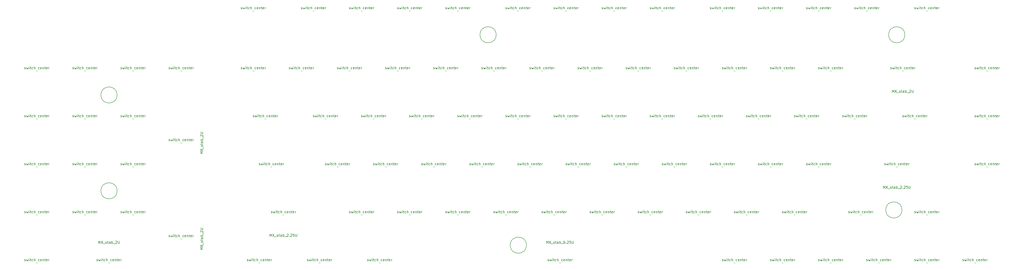
<source format=gbr>
%TF.GenerationSoftware,KiCad,Pcbnew,9.0.5*%
%TF.CreationDate,2026-01-09T00:19:27+07:00*%
%TF.ProjectId,MK98,4d4b3938-2e6b-4696-9361-645f70636258,rev?*%
%TF.SameCoordinates,Original*%
%TF.FileFunction,Other,Comment*%
%FSLAX46Y46*%
G04 Gerber Fmt 4.6, Leading zero omitted, Abs format (unit mm)*
G04 Created by KiCad (PCBNEW 9.0.5) date 2026-01-09 00:19:27*
%MOMM*%
%LPD*%
G01*
G04 APERTURE LIST*
%ADD10C,0.150000*%
%ADD11C,0.120000*%
G04 APERTURE END LIST*
D10*
X374343333Y-69382819D02*
X374343333Y-68382819D01*
X374343333Y-68382819D02*
X374676666Y-69097104D01*
X374676666Y-69097104D02*
X375009999Y-68382819D01*
X375009999Y-68382819D02*
X375009999Y-69382819D01*
X375390952Y-68382819D02*
X376057618Y-69382819D01*
X376057618Y-68382819D02*
X375390952Y-69382819D01*
X376200476Y-69478057D02*
X376962380Y-69478057D01*
X377152857Y-69335200D02*
X377248095Y-69382819D01*
X377248095Y-69382819D02*
X377438571Y-69382819D01*
X377438571Y-69382819D02*
X377533809Y-69335200D01*
X377533809Y-69335200D02*
X377581428Y-69239961D01*
X377581428Y-69239961D02*
X377581428Y-69192342D01*
X377581428Y-69192342D02*
X377533809Y-69097104D01*
X377533809Y-69097104D02*
X377438571Y-69049485D01*
X377438571Y-69049485D02*
X377295714Y-69049485D01*
X377295714Y-69049485D02*
X377200476Y-69001866D01*
X377200476Y-69001866D02*
X377152857Y-68906628D01*
X377152857Y-68906628D02*
X377152857Y-68859009D01*
X377152857Y-68859009D02*
X377200476Y-68763771D01*
X377200476Y-68763771D02*
X377295714Y-68716152D01*
X377295714Y-68716152D02*
X377438571Y-68716152D01*
X377438571Y-68716152D02*
X377533809Y-68763771D01*
X377867143Y-68716152D02*
X378248095Y-68716152D01*
X378010000Y-68382819D02*
X378010000Y-69239961D01*
X378010000Y-69239961D02*
X378057619Y-69335200D01*
X378057619Y-69335200D02*
X378152857Y-69382819D01*
X378152857Y-69382819D02*
X378248095Y-69382819D01*
X379010000Y-69382819D02*
X379010000Y-68859009D01*
X379010000Y-68859009D02*
X378962381Y-68763771D01*
X378962381Y-68763771D02*
X378867143Y-68716152D01*
X378867143Y-68716152D02*
X378676667Y-68716152D01*
X378676667Y-68716152D02*
X378581429Y-68763771D01*
X379010000Y-69335200D02*
X378914762Y-69382819D01*
X378914762Y-69382819D02*
X378676667Y-69382819D01*
X378676667Y-69382819D02*
X378581429Y-69335200D01*
X378581429Y-69335200D02*
X378533810Y-69239961D01*
X378533810Y-69239961D02*
X378533810Y-69144723D01*
X378533810Y-69144723D02*
X378581429Y-69049485D01*
X378581429Y-69049485D02*
X378676667Y-69001866D01*
X378676667Y-69001866D02*
X378914762Y-69001866D01*
X378914762Y-69001866D02*
X379010000Y-68954247D01*
X379486191Y-69382819D02*
X379486191Y-68382819D01*
X379486191Y-68763771D02*
X379581429Y-68716152D01*
X379581429Y-68716152D02*
X379771905Y-68716152D01*
X379771905Y-68716152D02*
X379867143Y-68763771D01*
X379867143Y-68763771D02*
X379914762Y-68811390D01*
X379914762Y-68811390D02*
X379962381Y-68906628D01*
X379962381Y-68906628D02*
X379962381Y-69192342D01*
X379962381Y-69192342D02*
X379914762Y-69287580D01*
X379914762Y-69287580D02*
X379867143Y-69335200D01*
X379867143Y-69335200D02*
X379771905Y-69382819D01*
X379771905Y-69382819D02*
X379581429Y-69382819D01*
X379581429Y-69382819D02*
X379486191Y-69335200D01*
X380152858Y-69478057D02*
X380914762Y-69478057D01*
X381105239Y-68478057D02*
X381152858Y-68430438D01*
X381152858Y-68430438D02*
X381248096Y-68382819D01*
X381248096Y-68382819D02*
X381486191Y-68382819D01*
X381486191Y-68382819D02*
X381581429Y-68430438D01*
X381581429Y-68430438D02*
X381629048Y-68478057D01*
X381629048Y-68478057D02*
X381676667Y-68573295D01*
X381676667Y-68573295D02*
X381676667Y-68668533D01*
X381676667Y-68668533D02*
X381629048Y-68811390D01*
X381629048Y-68811390D02*
X381057620Y-69382819D01*
X381057620Y-69382819D02*
X381676667Y-69382819D01*
X382105239Y-68382819D02*
X382105239Y-69192342D01*
X382105239Y-69192342D02*
X382152858Y-69287580D01*
X382152858Y-69287580D02*
X382200477Y-69335200D01*
X382200477Y-69335200D02*
X382295715Y-69382819D01*
X382295715Y-69382819D02*
X382486191Y-69382819D01*
X382486191Y-69382819D02*
X382581429Y-69335200D01*
X382581429Y-69335200D02*
X382629048Y-69287580D01*
X382629048Y-69287580D02*
X382676667Y-69192342D01*
X382676667Y-69192342D02*
X382676667Y-68382819D01*
X127884107Y-126532819D02*
X127884107Y-125532819D01*
X127884107Y-125532819D02*
X128217440Y-126247104D01*
X128217440Y-126247104D02*
X128550773Y-125532819D01*
X128550773Y-125532819D02*
X128550773Y-126532819D01*
X128931726Y-125532819D02*
X129598392Y-126532819D01*
X129598392Y-125532819D02*
X128931726Y-126532819D01*
X129741250Y-126628057D02*
X130503154Y-126628057D01*
X130693631Y-126485200D02*
X130788869Y-126532819D01*
X130788869Y-126532819D02*
X130979345Y-126532819D01*
X130979345Y-126532819D02*
X131074583Y-126485200D01*
X131074583Y-126485200D02*
X131122202Y-126389961D01*
X131122202Y-126389961D02*
X131122202Y-126342342D01*
X131122202Y-126342342D02*
X131074583Y-126247104D01*
X131074583Y-126247104D02*
X130979345Y-126199485D01*
X130979345Y-126199485D02*
X130836488Y-126199485D01*
X130836488Y-126199485D02*
X130741250Y-126151866D01*
X130741250Y-126151866D02*
X130693631Y-126056628D01*
X130693631Y-126056628D02*
X130693631Y-126009009D01*
X130693631Y-126009009D02*
X130741250Y-125913771D01*
X130741250Y-125913771D02*
X130836488Y-125866152D01*
X130836488Y-125866152D02*
X130979345Y-125866152D01*
X130979345Y-125866152D02*
X131074583Y-125913771D01*
X131407917Y-125866152D02*
X131788869Y-125866152D01*
X131550774Y-125532819D02*
X131550774Y-126389961D01*
X131550774Y-126389961D02*
X131598393Y-126485200D01*
X131598393Y-126485200D02*
X131693631Y-126532819D01*
X131693631Y-126532819D02*
X131788869Y-126532819D01*
X132550774Y-126532819D02*
X132550774Y-126009009D01*
X132550774Y-126009009D02*
X132503155Y-125913771D01*
X132503155Y-125913771D02*
X132407917Y-125866152D01*
X132407917Y-125866152D02*
X132217441Y-125866152D01*
X132217441Y-125866152D02*
X132122203Y-125913771D01*
X132550774Y-126485200D02*
X132455536Y-126532819D01*
X132455536Y-126532819D02*
X132217441Y-126532819D01*
X132217441Y-126532819D02*
X132122203Y-126485200D01*
X132122203Y-126485200D02*
X132074584Y-126389961D01*
X132074584Y-126389961D02*
X132074584Y-126294723D01*
X132074584Y-126294723D02*
X132122203Y-126199485D01*
X132122203Y-126199485D02*
X132217441Y-126151866D01*
X132217441Y-126151866D02*
X132455536Y-126151866D01*
X132455536Y-126151866D02*
X132550774Y-126104247D01*
X133026965Y-126532819D02*
X133026965Y-125532819D01*
X133026965Y-125913771D02*
X133122203Y-125866152D01*
X133122203Y-125866152D02*
X133312679Y-125866152D01*
X133312679Y-125866152D02*
X133407917Y-125913771D01*
X133407917Y-125913771D02*
X133455536Y-125961390D01*
X133455536Y-125961390D02*
X133503155Y-126056628D01*
X133503155Y-126056628D02*
X133503155Y-126342342D01*
X133503155Y-126342342D02*
X133455536Y-126437580D01*
X133455536Y-126437580D02*
X133407917Y-126485200D01*
X133407917Y-126485200D02*
X133312679Y-126532819D01*
X133312679Y-126532819D02*
X133122203Y-126532819D01*
X133122203Y-126532819D02*
X133026965Y-126485200D01*
X133693632Y-126628057D02*
X134455536Y-126628057D01*
X134646013Y-125628057D02*
X134693632Y-125580438D01*
X134693632Y-125580438D02*
X134788870Y-125532819D01*
X134788870Y-125532819D02*
X135026965Y-125532819D01*
X135026965Y-125532819D02*
X135122203Y-125580438D01*
X135122203Y-125580438D02*
X135169822Y-125628057D01*
X135169822Y-125628057D02*
X135217441Y-125723295D01*
X135217441Y-125723295D02*
X135217441Y-125818533D01*
X135217441Y-125818533D02*
X135169822Y-125961390D01*
X135169822Y-125961390D02*
X134598394Y-126532819D01*
X134598394Y-126532819D02*
X135217441Y-126532819D01*
X135646013Y-126437580D02*
X135693632Y-126485200D01*
X135693632Y-126485200D02*
X135646013Y-126532819D01*
X135646013Y-126532819D02*
X135598394Y-126485200D01*
X135598394Y-126485200D02*
X135646013Y-126437580D01*
X135646013Y-126437580D02*
X135646013Y-126532819D01*
X136074584Y-125628057D02*
X136122203Y-125580438D01*
X136122203Y-125580438D02*
X136217441Y-125532819D01*
X136217441Y-125532819D02*
X136455536Y-125532819D01*
X136455536Y-125532819D02*
X136550774Y-125580438D01*
X136550774Y-125580438D02*
X136598393Y-125628057D01*
X136598393Y-125628057D02*
X136646012Y-125723295D01*
X136646012Y-125723295D02*
X136646012Y-125818533D01*
X136646012Y-125818533D02*
X136598393Y-125961390D01*
X136598393Y-125961390D02*
X136026965Y-126532819D01*
X136026965Y-126532819D02*
X136646012Y-126532819D01*
X137550774Y-125532819D02*
X137074584Y-125532819D01*
X137074584Y-125532819D02*
X137026965Y-126009009D01*
X137026965Y-126009009D02*
X137074584Y-125961390D01*
X137074584Y-125961390D02*
X137169822Y-125913771D01*
X137169822Y-125913771D02*
X137407917Y-125913771D01*
X137407917Y-125913771D02*
X137503155Y-125961390D01*
X137503155Y-125961390D02*
X137550774Y-126009009D01*
X137550774Y-126009009D02*
X137598393Y-126104247D01*
X137598393Y-126104247D02*
X137598393Y-126342342D01*
X137598393Y-126342342D02*
X137550774Y-126437580D01*
X137550774Y-126437580D02*
X137503155Y-126485200D01*
X137503155Y-126485200D02*
X137407917Y-126532819D01*
X137407917Y-126532819D02*
X137169822Y-126532819D01*
X137169822Y-126532819D02*
X137074584Y-126485200D01*
X137074584Y-126485200D02*
X137026965Y-126437580D01*
X138026965Y-125532819D02*
X138026965Y-126342342D01*
X138026965Y-126342342D02*
X138074584Y-126437580D01*
X138074584Y-126437580D02*
X138122203Y-126485200D01*
X138122203Y-126485200D02*
X138217441Y-126532819D01*
X138217441Y-126532819D02*
X138407917Y-126532819D01*
X138407917Y-126532819D02*
X138503155Y-126485200D01*
X138503155Y-126485200D02*
X138550774Y-126437580D01*
X138550774Y-126437580D02*
X138598393Y-126342342D01*
X138598393Y-126342342D02*
X138598393Y-125532819D01*
X101342819Y-93541667D02*
X100342819Y-93541667D01*
X100342819Y-93541667D02*
X101057104Y-93208334D01*
X101057104Y-93208334D02*
X100342819Y-92875001D01*
X100342819Y-92875001D02*
X101342819Y-92875001D01*
X100342819Y-92494048D02*
X101342819Y-91827382D01*
X100342819Y-91827382D02*
X101342819Y-92494048D01*
X101438057Y-91684525D02*
X101438057Y-90922620D01*
X101295200Y-90732143D02*
X101342819Y-90636905D01*
X101342819Y-90636905D02*
X101342819Y-90446429D01*
X101342819Y-90446429D02*
X101295200Y-90351191D01*
X101295200Y-90351191D02*
X101199961Y-90303572D01*
X101199961Y-90303572D02*
X101152342Y-90303572D01*
X101152342Y-90303572D02*
X101057104Y-90351191D01*
X101057104Y-90351191D02*
X101009485Y-90446429D01*
X101009485Y-90446429D02*
X101009485Y-90589286D01*
X101009485Y-90589286D02*
X100961866Y-90684524D01*
X100961866Y-90684524D02*
X100866628Y-90732143D01*
X100866628Y-90732143D02*
X100819009Y-90732143D01*
X100819009Y-90732143D02*
X100723771Y-90684524D01*
X100723771Y-90684524D02*
X100676152Y-90589286D01*
X100676152Y-90589286D02*
X100676152Y-90446429D01*
X100676152Y-90446429D02*
X100723771Y-90351191D01*
X100676152Y-90017857D02*
X100676152Y-89636905D01*
X100342819Y-89875000D02*
X101199961Y-89875000D01*
X101199961Y-89875000D02*
X101295200Y-89827381D01*
X101295200Y-89827381D02*
X101342819Y-89732143D01*
X101342819Y-89732143D02*
X101342819Y-89636905D01*
X101342819Y-88875000D02*
X100819009Y-88875000D01*
X100819009Y-88875000D02*
X100723771Y-88922619D01*
X100723771Y-88922619D02*
X100676152Y-89017857D01*
X100676152Y-89017857D02*
X100676152Y-89208333D01*
X100676152Y-89208333D02*
X100723771Y-89303571D01*
X101295200Y-88875000D02*
X101342819Y-88970238D01*
X101342819Y-88970238D02*
X101342819Y-89208333D01*
X101342819Y-89208333D02*
X101295200Y-89303571D01*
X101295200Y-89303571D02*
X101199961Y-89351190D01*
X101199961Y-89351190D02*
X101104723Y-89351190D01*
X101104723Y-89351190D02*
X101009485Y-89303571D01*
X101009485Y-89303571D02*
X100961866Y-89208333D01*
X100961866Y-89208333D02*
X100961866Y-88970238D01*
X100961866Y-88970238D02*
X100914247Y-88875000D01*
X101342819Y-88398809D02*
X100342819Y-88398809D01*
X100723771Y-88398809D02*
X100676152Y-88303571D01*
X100676152Y-88303571D02*
X100676152Y-88113095D01*
X100676152Y-88113095D02*
X100723771Y-88017857D01*
X100723771Y-88017857D02*
X100771390Y-87970238D01*
X100771390Y-87970238D02*
X100866628Y-87922619D01*
X100866628Y-87922619D02*
X101152342Y-87922619D01*
X101152342Y-87922619D02*
X101247580Y-87970238D01*
X101247580Y-87970238D02*
X101295200Y-88017857D01*
X101295200Y-88017857D02*
X101342819Y-88113095D01*
X101342819Y-88113095D02*
X101342819Y-88303571D01*
X101342819Y-88303571D02*
X101295200Y-88398809D01*
X101438057Y-87732143D02*
X101438057Y-86970238D01*
X100438057Y-86779761D02*
X100390438Y-86732142D01*
X100390438Y-86732142D02*
X100342819Y-86636904D01*
X100342819Y-86636904D02*
X100342819Y-86398809D01*
X100342819Y-86398809D02*
X100390438Y-86303571D01*
X100390438Y-86303571D02*
X100438057Y-86255952D01*
X100438057Y-86255952D02*
X100533295Y-86208333D01*
X100533295Y-86208333D02*
X100628533Y-86208333D01*
X100628533Y-86208333D02*
X100771390Y-86255952D01*
X100771390Y-86255952D02*
X101342819Y-86827380D01*
X101342819Y-86827380D02*
X101342819Y-86208333D01*
X100342819Y-85779761D02*
X101152342Y-85779761D01*
X101152342Y-85779761D02*
X101247580Y-85732142D01*
X101247580Y-85732142D02*
X101295200Y-85684523D01*
X101295200Y-85684523D02*
X101342819Y-85589285D01*
X101342819Y-85589285D02*
X101342819Y-85398809D01*
X101342819Y-85398809D02*
X101295200Y-85303571D01*
X101295200Y-85303571D02*
X101247580Y-85255952D01*
X101247580Y-85255952D02*
X101152342Y-85208333D01*
X101152342Y-85208333D02*
X100342819Y-85208333D01*
X237421607Y-129326819D02*
X237421607Y-128326819D01*
X237421607Y-128326819D02*
X237754940Y-129041104D01*
X237754940Y-129041104D02*
X238088273Y-128326819D01*
X238088273Y-128326819D02*
X238088273Y-129326819D01*
X238469226Y-128326819D02*
X239135892Y-129326819D01*
X239135892Y-128326819D02*
X238469226Y-129326819D01*
X239278750Y-129422057D02*
X240040654Y-129422057D01*
X240231131Y-129279200D02*
X240326369Y-129326819D01*
X240326369Y-129326819D02*
X240516845Y-129326819D01*
X240516845Y-129326819D02*
X240612083Y-129279200D01*
X240612083Y-129279200D02*
X240659702Y-129183961D01*
X240659702Y-129183961D02*
X240659702Y-129136342D01*
X240659702Y-129136342D02*
X240612083Y-129041104D01*
X240612083Y-129041104D02*
X240516845Y-128993485D01*
X240516845Y-128993485D02*
X240373988Y-128993485D01*
X240373988Y-128993485D02*
X240278750Y-128945866D01*
X240278750Y-128945866D02*
X240231131Y-128850628D01*
X240231131Y-128850628D02*
X240231131Y-128803009D01*
X240231131Y-128803009D02*
X240278750Y-128707771D01*
X240278750Y-128707771D02*
X240373988Y-128660152D01*
X240373988Y-128660152D02*
X240516845Y-128660152D01*
X240516845Y-128660152D02*
X240612083Y-128707771D01*
X240945417Y-128660152D02*
X241326369Y-128660152D01*
X241088274Y-128326819D02*
X241088274Y-129183961D01*
X241088274Y-129183961D02*
X241135893Y-129279200D01*
X241135893Y-129279200D02*
X241231131Y-129326819D01*
X241231131Y-129326819D02*
X241326369Y-129326819D01*
X242088274Y-129326819D02*
X242088274Y-128803009D01*
X242088274Y-128803009D02*
X242040655Y-128707771D01*
X242040655Y-128707771D02*
X241945417Y-128660152D01*
X241945417Y-128660152D02*
X241754941Y-128660152D01*
X241754941Y-128660152D02*
X241659703Y-128707771D01*
X242088274Y-129279200D02*
X241993036Y-129326819D01*
X241993036Y-129326819D02*
X241754941Y-129326819D01*
X241754941Y-129326819D02*
X241659703Y-129279200D01*
X241659703Y-129279200D02*
X241612084Y-129183961D01*
X241612084Y-129183961D02*
X241612084Y-129088723D01*
X241612084Y-129088723D02*
X241659703Y-128993485D01*
X241659703Y-128993485D02*
X241754941Y-128945866D01*
X241754941Y-128945866D02*
X241993036Y-128945866D01*
X241993036Y-128945866D02*
X242088274Y-128898247D01*
X242564465Y-129326819D02*
X242564465Y-128326819D01*
X242564465Y-128707771D02*
X242659703Y-128660152D01*
X242659703Y-128660152D02*
X242850179Y-128660152D01*
X242850179Y-128660152D02*
X242945417Y-128707771D01*
X242945417Y-128707771D02*
X242993036Y-128755390D01*
X242993036Y-128755390D02*
X243040655Y-128850628D01*
X243040655Y-128850628D02*
X243040655Y-129136342D01*
X243040655Y-129136342D02*
X242993036Y-129231580D01*
X242993036Y-129231580D02*
X242945417Y-129279200D01*
X242945417Y-129279200D02*
X242850179Y-129326819D01*
X242850179Y-129326819D02*
X242659703Y-129326819D01*
X242659703Y-129326819D02*
X242564465Y-129279200D01*
X243231132Y-129422057D02*
X243993036Y-129422057D01*
X244659703Y-128326819D02*
X244469227Y-128326819D01*
X244469227Y-128326819D02*
X244373989Y-128374438D01*
X244373989Y-128374438D02*
X244326370Y-128422057D01*
X244326370Y-128422057D02*
X244231132Y-128564914D01*
X244231132Y-128564914D02*
X244183513Y-128755390D01*
X244183513Y-128755390D02*
X244183513Y-129136342D01*
X244183513Y-129136342D02*
X244231132Y-129231580D01*
X244231132Y-129231580D02*
X244278751Y-129279200D01*
X244278751Y-129279200D02*
X244373989Y-129326819D01*
X244373989Y-129326819D02*
X244564465Y-129326819D01*
X244564465Y-129326819D02*
X244659703Y-129279200D01*
X244659703Y-129279200D02*
X244707322Y-129231580D01*
X244707322Y-129231580D02*
X244754941Y-129136342D01*
X244754941Y-129136342D02*
X244754941Y-128898247D01*
X244754941Y-128898247D02*
X244707322Y-128803009D01*
X244707322Y-128803009D02*
X244659703Y-128755390D01*
X244659703Y-128755390D02*
X244564465Y-128707771D01*
X244564465Y-128707771D02*
X244373989Y-128707771D01*
X244373989Y-128707771D02*
X244278751Y-128755390D01*
X244278751Y-128755390D02*
X244231132Y-128803009D01*
X244231132Y-128803009D02*
X244183513Y-128898247D01*
X245183513Y-129231580D02*
X245231132Y-129279200D01*
X245231132Y-129279200D02*
X245183513Y-129326819D01*
X245183513Y-129326819D02*
X245135894Y-129279200D01*
X245135894Y-129279200D02*
X245183513Y-129231580D01*
X245183513Y-129231580D02*
X245183513Y-129326819D01*
X245612084Y-128422057D02*
X245659703Y-128374438D01*
X245659703Y-128374438D02*
X245754941Y-128326819D01*
X245754941Y-128326819D02*
X245993036Y-128326819D01*
X245993036Y-128326819D02*
X246088274Y-128374438D01*
X246088274Y-128374438D02*
X246135893Y-128422057D01*
X246135893Y-128422057D02*
X246183512Y-128517295D01*
X246183512Y-128517295D02*
X246183512Y-128612533D01*
X246183512Y-128612533D02*
X246135893Y-128755390D01*
X246135893Y-128755390D02*
X245564465Y-129326819D01*
X245564465Y-129326819D02*
X246183512Y-129326819D01*
X247088274Y-128326819D02*
X246612084Y-128326819D01*
X246612084Y-128326819D02*
X246564465Y-128803009D01*
X246564465Y-128803009D02*
X246612084Y-128755390D01*
X246612084Y-128755390D02*
X246707322Y-128707771D01*
X246707322Y-128707771D02*
X246945417Y-128707771D01*
X246945417Y-128707771D02*
X247040655Y-128755390D01*
X247040655Y-128755390D02*
X247088274Y-128803009D01*
X247088274Y-128803009D02*
X247135893Y-128898247D01*
X247135893Y-128898247D02*
X247135893Y-129136342D01*
X247135893Y-129136342D02*
X247088274Y-129231580D01*
X247088274Y-129231580D02*
X247040655Y-129279200D01*
X247040655Y-129279200D02*
X246945417Y-129326819D01*
X246945417Y-129326819D02*
X246707322Y-129326819D01*
X246707322Y-129326819D02*
X246612084Y-129279200D01*
X246612084Y-129279200D02*
X246564465Y-129231580D01*
X247564465Y-128326819D02*
X247564465Y-129136342D01*
X247564465Y-129136342D02*
X247612084Y-129231580D01*
X247612084Y-129231580D02*
X247659703Y-129279200D01*
X247659703Y-129279200D02*
X247754941Y-129326819D01*
X247754941Y-129326819D02*
X247945417Y-129326819D01*
X247945417Y-129326819D02*
X248040655Y-129279200D01*
X248040655Y-129279200D02*
X248088274Y-129231580D01*
X248088274Y-129231580D02*
X248135893Y-129136342D01*
X248135893Y-129136342D02*
X248135893Y-128326819D01*
X370771607Y-107482819D02*
X370771607Y-106482819D01*
X370771607Y-106482819D02*
X371104940Y-107197104D01*
X371104940Y-107197104D02*
X371438273Y-106482819D01*
X371438273Y-106482819D02*
X371438273Y-107482819D01*
X371819226Y-106482819D02*
X372485892Y-107482819D01*
X372485892Y-106482819D02*
X371819226Y-107482819D01*
X372628750Y-107578057D02*
X373390654Y-107578057D01*
X373581131Y-107435200D02*
X373676369Y-107482819D01*
X373676369Y-107482819D02*
X373866845Y-107482819D01*
X373866845Y-107482819D02*
X373962083Y-107435200D01*
X373962083Y-107435200D02*
X374009702Y-107339961D01*
X374009702Y-107339961D02*
X374009702Y-107292342D01*
X374009702Y-107292342D02*
X373962083Y-107197104D01*
X373962083Y-107197104D02*
X373866845Y-107149485D01*
X373866845Y-107149485D02*
X373723988Y-107149485D01*
X373723988Y-107149485D02*
X373628750Y-107101866D01*
X373628750Y-107101866D02*
X373581131Y-107006628D01*
X373581131Y-107006628D02*
X373581131Y-106959009D01*
X373581131Y-106959009D02*
X373628750Y-106863771D01*
X373628750Y-106863771D02*
X373723988Y-106816152D01*
X373723988Y-106816152D02*
X373866845Y-106816152D01*
X373866845Y-106816152D02*
X373962083Y-106863771D01*
X374295417Y-106816152D02*
X374676369Y-106816152D01*
X374438274Y-106482819D02*
X374438274Y-107339961D01*
X374438274Y-107339961D02*
X374485893Y-107435200D01*
X374485893Y-107435200D02*
X374581131Y-107482819D01*
X374581131Y-107482819D02*
X374676369Y-107482819D01*
X375438274Y-107482819D02*
X375438274Y-106959009D01*
X375438274Y-106959009D02*
X375390655Y-106863771D01*
X375390655Y-106863771D02*
X375295417Y-106816152D01*
X375295417Y-106816152D02*
X375104941Y-106816152D01*
X375104941Y-106816152D02*
X375009703Y-106863771D01*
X375438274Y-107435200D02*
X375343036Y-107482819D01*
X375343036Y-107482819D02*
X375104941Y-107482819D01*
X375104941Y-107482819D02*
X375009703Y-107435200D01*
X375009703Y-107435200D02*
X374962084Y-107339961D01*
X374962084Y-107339961D02*
X374962084Y-107244723D01*
X374962084Y-107244723D02*
X375009703Y-107149485D01*
X375009703Y-107149485D02*
X375104941Y-107101866D01*
X375104941Y-107101866D02*
X375343036Y-107101866D01*
X375343036Y-107101866D02*
X375438274Y-107054247D01*
X375914465Y-107482819D02*
X375914465Y-106482819D01*
X375914465Y-106863771D02*
X376009703Y-106816152D01*
X376009703Y-106816152D02*
X376200179Y-106816152D01*
X376200179Y-106816152D02*
X376295417Y-106863771D01*
X376295417Y-106863771D02*
X376343036Y-106911390D01*
X376343036Y-106911390D02*
X376390655Y-107006628D01*
X376390655Y-107006628D02*
X376390655Y-107292342D01*
X376390655Y-107292342D02*
X376343036Y-107387580D01*
X376343036Y-107387580D02*
X376295417Y-107435200D01*
X376295417Y-107435200D02*
X376200179Y-107482819D01*
X376200179Y-107482819D02*
X376009703Y-107482819D01*
X376009703Y-107482819D02*
X375914465Y-107435200D01*
X376581132Y-107578057D02*
X377343036Y-107578057D01*
X377533513Y-106578057D02*
X377581132Y-106530438D01*
X377581132Y-106530438D02*
X377676370Y-106482819D01*
X377676370Y-106482819D02*
X377914465Y-106482819D01*
X377914465Y-106482819D02*
X378009703Y-106530438D01*
X378009703Y-106530438D02*
X378057322Y-106578057D01*
X378057322Y-106578057D02*
X378104941Y-106673295D01*
X378104941Y-106673295D02*
X378104941Y-106768533D01*
X378104941Y-106768533D02*
X378057322Y-106911390D01*
X378057322Y-106911390D02*
X377485894Y-107482819D01*
X377485894Y-107482819D02*
X378104941Y-107482819D01*
X378533513Y-107387580D02*
X378581132Y-107435200D01*
X378581132Y-107435200D02*
X378533513Y-107482819D01*
X378533513Y-107482819D02*
X378485894Y-107435200D01*
X378485894Y-107435200D02*
X378533513Y-107387580D01*
X378533513Y-107387580D02*
X378533513Y-107482819D01*
X378962084Y-106578057D02*
X379009703Y-106530438D01*
X379009703Y-106530438D02*
X379104941Y-106482819D01*
X379104941Y-106482819D02*
X379343036Y-106482819D01*
X379343036Y-106482819D02*
X379438274Y-106530438D01*
X379438274Y-106530438D02*
X379485893Y-106578057D01*
X379485893Y-106578057D02*
X379533512Y-106673295D01*
X379533512Y-106673295D02*
X379533512Y-106768533D01*
X379533512Y-106768533D02*
X379485893Y-106911390D01*
X379485893Y-106911390D02*
X378914465Y-107482819D01*
X378914465Y-107482819D02*
X379533512Y-107482819D01*
X380438274Y-106482819D02*
X379962084Y-106482819D01*
X379962084Y-106482819D02*
X379914465Y-106959009D01*
X379914465Y-106959009D02*
X379962084Y-106911390D01*
X379962084Y-106911390D02*
X380057322Y-106863771D01*
X380057322Y-106863771D02*
X380295417Y-106863771D01*
X380295417Y-106863771D02*
X380390655Y-106911390D01*
X380390655Y-106911390D02*
X380438274Y-106959009D01*
X380438274Y-106959009D02*
X380485893Y-107054247D01*
X380485893Y-107054247D02*
X380485893Y-107292342D01*
X380485893Y-107292342D02*
X380438274Y-107387580D01*
X380438274Y-107387580D02*
X380390655Y-107435200D01*
X380390655Y-107435200D02*
X380295417Y-107482819D01*
X380295417Y-107482819D02*
X380057322Y-107482819D01*
X380057322Y-107482819D02*
X379962084Y-107435200D01*
X379962084Y-107435200D02*
X379914465Y-107387580D01*
X380914465Y-106482819D02*
X380914465Y-107292342D01*
X380914465Y-107292342D02*
X380962084Y-107387580D01*
X380962084Y-107387580D02*
X381009703Y-107435200D01*
X381009703Y-107435200D02*
X381104941Y-107482819D01*
X381104941Y-107482819D02*
X381295417Y-107482819D01*
X381295417Y-107482819D02*
X381390655Y-107435200D01*
X381390655Y-107435200D02*
X381438274Y-107387580D01*
X381438274Y-107387580D02*
X381485893Y-107292342D01*
X381485893Y-107292342D02*
X381485893Y-106482819D01*
X60018333Y-129326819D02*
X60018333Y-128326819D01*
X60018333Y-128326819D02*
X60351666Y-129041104D01*
X60351666Y-129041104D02*
X60684999Y-128326819D01*
X60684999Y-128326819D02*
X60684999Y-129326819D01*
X61065952Y-128326819D02*
X61732618Y-129326819D01*
X61732618Y-128326819D02*
X61065952Y-129326819D01*
X61875476Y-129422057D02*
X62637380Y-129422057D01*
X62827857Y-129279200D02*
X62923095Y-129326819D01*
X62923095Y-129326819D02*
X63113571Y-129326819D01*
X63113571Y-129326819D02*
X63208809Y-129279200D01*
X63208809Y-129279200D02*
X63256428Y-129183961D01*
X63256428Y-129183961D02*
X63256428Y-129136342D01*
X63256428Y-129136342D02*
X63208809Y-129041104D01*
X63208809Y-129041104D02*
X63113571Y-128993485D01*
X63113571Y-128993485D02*
X62970714Y-128993485D01*
X62970714Y-128993485D02*
X62875476Y-128945866D01*
X62875476Y-128945866D02*
X62827857Y-128850628D01*
X62827857Y-128850628D02*
X62827857Y-128803009D01*
X62827857Y-128803009D02*
X62875476Y-128707771D01*
X62875476Y-128707771D02*
X62970714Y-128660152D01*
X62970714Y-128660152D02*
X63113571Y-128660152D01*
X63113571Y-128660152D02*
X63208809Y-128707771D01*
X63542143Y-128660152D02*
X63923095Y-128660152D01*
X63685000Y-128326819D02*
X63685000Y-129183961D01*
X63685000Y-129183961D02*
X63732619Y-129279200D01*
X63732619Y-129279200D02*
X63827857Y-129326819D01*
X63827857Y-129326819D02*
X63923095Y-129326819D01*
X64685000Y-129326819D02*
X64685000Y-128803009D01*
X64685000Y-128803009D02*
X64637381Y-128707771D01*
X64637381Y-128707771D02*
X64542143Y-128660152D01*
X64542143Y-128660152D02*
X64351667Y-128660152D01*
X64351667Y-128660152D02*
X64256429Y-128707771D01*
X64685000Y-129279200D02*
X64589762Y-129326819D01*
X64589762Y-129326819D02*
X64351667Y-129326819D01*
X64351667Y-129326819D02*
X64256429Y-129279200D01*
X64256429Y-129279200D02*
X64208810Y-129183961D01*
X64208810Y-129183961D02*
X64208810Y-129088723D01*
X64208810Y-129088723D02*
X64256429Y-128993485D01*
X64256429Y-128993485D02*
X64351667Y-128945866D01*
X64351667Y-128945866D02*
X64589762Y-128945866D01*
X64589762Y-128945866D02*
X64685000Y-128898247D01*
X65161191Y-129326819D02*
X65161191Y-128326819D01*
X65161191Y-128707771D02*
X65256429Y-128660152D01*
X65256429Y-128660152D02*
X65446905Y-128660152D01*
X65446905Y-128660152D02*
X65542143Y-128707771D01*
X65542143Y-128707771D02*
X65589762Y-128755390D01*
X65589762Y-128755390D02*
X65637381Y-128850628D01*
X65637381Y-128850628D02*
X65637381Y-129136342D01*
X65637381Y-129136342D02*
X65589762Y-129231580D01*
X65589762Y-129231580D02*
X65542143Y-129279200D01*
X65542143Y-129279200D02*
X65446905Y-129326819D01*
X65446905Y-129326819D02*
X65256429Y-129326819D01*
X65256429Y-129326819D02*
X65161191Y-129279200D01*
X65827858Y-129422057D02*
X66589762Y-129422057D01*
X66780239Y-128422057D02*
X66827858Y-128374438D01*
X66827858Y-128374438D02*
X66923096Y-128326819D01*
X66923096Y-128326819D02*
X67161191Y-128326819D01*
X67161191Y-128326819D02*
X67256429Y-128374438D01*
X67256429Y-128374438D02*
X67304048Y-128422057D01*
X67304048Y-128422057D02*
X67351667Y-128517295D01*
X67351667Y-128517295D02*
X67351667Y-128612533D01*
X67351667Y-128612533D02*
X67304048Y-128755390D01*
X67304048Y-128755390D02*
X66732620Y-129326819D01*
X66732620Y-129326819D02*
X67351667Y-129326819D01*
X67780239Y-128326819D02*
X67780239Y-129136342D01*
X67780239Y-129136342D02*
X67827858Y-129231580D01*
X67827858Y-129231580D02*
X67875477Y-129279200D01*
X67875477Y-129279200D02*
X67970715Y-129326819D01*
X67970715Y-129326819D02*
X68161191Y-129326819D01*
X68161191Y-129326819D02*
X68256429Y-129279200D01*
X68256429Y-129279200D02*
X68304048Y-129231580D01*
X68304048Y-129231580D02*
X68351667Y-129136342D01*
X68351667Y-129136342D02*
X68351667Y-128326819D01*
X101342819Y-131641667D02*
X100342819Y-131641667D01*
X100342819Y-131641667D02*
X101057104Y-131308334D01*
X101057104Y-131308334D02*
X100342819Y-130975001D01*
X100342819Y-130975001D02*
X101342819Y-130975001D01*
X100342819Y-130594048D02*
X101342819Y-129927382D01*
X100342819Y-129927382D02*
X101342819Y-130594048D01*
X101438057Y-129784525D02*
X101438057Y-129022620D01*
X101295200Y-128832143D02*
X101342819Y-128736905D01*
X101342819Y-128736905D02*
X101342819Y-128546429D01*
X101342819Y-128546429D02*
X101295200Y-128451191D01*
X101295200Y-128451191D02*
X101199961Y-128403572D01*
X101199961Y-128403572D02*
X101152342Y-128403572D01*
X101152342Y-128403572D02*
X101057104Y-128451191D01*
X101057104Y-128451191D02*
X101009485Y-128546429D01*
X101009485Y-128546429D02*
X101009485Y-128689286D01*
X101009485Y-128689286D02*
X100961866Y-128784524D01*
X100961866Y-128784524D02*
X100866628Y-128832143D01*
X100866628Y-128832143D02*
X100819009Y-128832143D01*
X100819009Y-128832143D02*
X100723771Y-128784524D01*
X100723771Y-128784524D02*
X100676152Y-128689286D01*
X100676152Y-128689286D02*
X100676152Y-128546429D01*
X100676152Y-128546429D02*
X100723771Y-128451191D01*
X100676152Y-128117857D02*
X100676152Y-127736905D01*
X100342819Y-127975000D02*
X101199961Y-127975000D01*
X101199961Y-127975000D02*
X101295200Y-127927381D01*
X101295200Y-127927381D02*
X101342819Y-127832143D01*
X101342819Y-127832143D02*
X101342819Y-127736905D01*
X101342819Y-126975000D02*
X100819009Y-126975000D01*
X100819009Y-126975000D02*
X100723771Y-127022619D01*
X100723771Y-127022619D02*
X100676152Y-127117857D01*
X100676152Y-127117857D02*
X100676152Y-127308333D01*
X100676152Y-127308333D02*
X100723771Y-127403571D01*
X101295200Y-126975000D02*
X101342819Y-127070238D01*
X101342819Y-127070238D02*
X101342819Y-127308333D01*
X101342819Y-127308333D02*
X101295200Y-127403571D01*
X101295200Y-127403571D02*
X101199961Y-127451190D01*
X101199961Y-127451190D02*
X101104723Y-127451190D01*
X101104723Y-127451190D02*
X101009485Y-127403571D01*
X101009485Y-127403571D02*
X100961866Y-127308333D01*
X100961866Y-127308333D02*
X100961866Y-127070238D01*
X100961866Y-127070238D02*
X100914247Y-126975000D01*
X101342819Y-126498809D02*
X100342819Y-126498809D01*
X100723771Y-126498809D02*
X100676152Y-126403571D01*
X100676152Y-126403571D02*
X100676152Y-126213095D01*
X100676152Y-126213095D02*
X100723771Y-126117857D01*
X100723771Y-126117857D02*
X100771390Y-126070238D01*
X100771390Y-126070238D02*
X100866628Y-126022619D01*
X100866628Y-126022619D02*
X101152342Y-126022619D01*
X101152342Y-126022619D02*
X101247580Y-126070238D01*
X101247580Y-126070238D02*
X101295200Y-126117857D01*
X101295200Y-126117857D02*
X101342819Y-126213095D01*
X101342819Y-126213095D02*
X101342819Y-126403571D01*
X101342819Y-126403571D02*
X101295200Y-126498809D01*
X101438057Y-125832143D02*
X101438057Y-125070238D01*
X100438057Y-124879761D02*
X100390438Y-124832142D01*
X100390438Y-124832142D02*
X100342819Y-124736904D01*
X100342819Y-124736904D02*
X100342819Y-124498809D01*
X100342819Y-124498809D02*
X100390438Y-124403571D01*
X100390438Y-124403571D02*
X100438057Y-124355952D01*
X100438057Y-124355952D02*
X100533295Y-124308333D01*
X100533295Y-124308333D02*
X100628533Y-124308333D01*
X100628533Y-124308333D02*
X100771390Y-124355952D01*
X100771390Y-124355952D02*
X101342819Y-124927380D01*
X101342819Y-124927380D02*
X101342819Y-124308333D01*
X100342819Y-123879761D02*
X101152342Y-123879761D01*
X101152342Y-123879761D02*
X101247580Y-123832142D01*
X101247580Y-123832142D02*
X101295200Y-123784523D01*
X101295200Y-123784523D02*
X101342819Y-123689285D01*
X101342819Y-123689285D02*
X101342819Y-123498809D01*
X101342819Y-123498809D02*
X101295200Y-123403571D01*
X101295200Y-123403571D02*
X101247580Y-123355952D01*
X101247580Y-123355952D02*
X101152342Y-123308333D01*
X101152342Y-123308333D02*
X100342819Y-123308333D01*
X145052856Y-79087200D02*
X145148094Y-79134819D01*
X145148094Y-79134819D02*
X145338570Y-79134819D01*
X145338570Y-79134819D02*
X145433808Y-79087200D01*
X145433808Y-79087200D02*
X145481427Y-78991961D01*
X145481427Y-78991961D02*
X145481427Y-78944342D01*
X145481427Y-78944342D02*
X145433808Y-78849104D01*
X145433808Y-78849104D02*
X145338570Y-78801485D01*
X145338570Y-78801485D02*
X145195713Y-78801485D01*
X145195713Y-78801485D02*
X145100475Y-78753866D01*
X145100475Y-78753866D02*
X145052856Y-78658628D01*
X145052856Y-78658628D02*
X145052856Y-78611009D01*
X145052856Y-78611009D02*
X145100475Y-78515771D01*
X145100475Y-78515771D02*
X145195713Y-78468152D01*
X145195713Y-78468152D02*
X145338570Y-78468152D01*
X145338570Y-78468152D02*
X145433808Y-78515771D01*
X145814761Y-78468152D02*
X146005237Y-79134819D01*
X146005237Y-79134819D02*
X146195713Y-78658628D01*
X146195713Y-78658628D02*
X146386189Y-79134819D01*
X146386189Y-79134819D02*
X146576665Y-78468152D01*
X146957618Y-79134819D02*
X146957618Y-78468152D01*
X146957618Y-78134819D02*
X146909999Y-78182438D01*
X146909999Y-78182438D02*
X146957618Y-78230057D01*
X146957618Y-78230057D02*
X147005237Y-78182438D01*
X147005237Y-78182438D02*
X146957618Y-78134819D01*
X146957618Y-78134819D02*
X146957618Y-78230057D01*
X147290951Y-78468152D02*
X147671903Y-78468152D01*
X147433808Y-78134819D02*
X147433808Y-78991961D01*
X147433808Y-78991961D02*
X147481427Y-79087200D01*
X147481427Y-79087200D02*
X147576665Y-79134819D01*
X147576665Y-79134819D02*
X147671903Y-79134819D01*
X148433808Y-79087200D02*
X148338570Y-79134819D01*
X148338570Y-79134819D02*
X148148094Y-79134819D01*
X148148094Y-79134819D02*
X148052856Y-79087200D01*
X148052856Y-79087200D02*
X148005237Y-79039580D01*
X148005237Y-79039580D02*
X147957618Y-78944342D01*
X147957618Y-78944342D02*
X147957618Y-78658628D01*
X147957618Y-78658628D02*
X148005237Y-78563390D01*
X148005237Y-78563390D02*
X148052856Y-78515771D01*
X148052856Y-78515771D02*
X148148094Y-78468152D01*
X148148094Y-78468152D02*
X148338570Y-78468152D01*
X148338570Y-78468152D02*
X148433808Y-78515771D01*
X148862380Y-79134819D02*
X148862380Y-78134819D01*
X149290951Y-79134819D02*
X149290951Y-78611009D01*
X149290951Y-78611009D02*
X149243332Y-78515771D01*
X149243332Y-78515771D02*
X149148094Y-78468152D01*
X149148094Y-78468152D02*
X149005237Y-78468152D01*
X149005237Y-78468152D02*
X148909999Y-78515771D01*
X148909999Y-78515771D02*
X148862380Y-78563390D01*
X150957618Y-79087200D02*
X150862380Y-79134819D01*
X150862380Y-79134819D02*
X150671904Y-79134819D01*
X150671904Y-79134819D02*
X150576666Y-79087200D01*
X150576666Y-79087200D02*
X150529047Y-79039580D01*
X150529047Y-79039580D02*
X150481428Y-78944342D01*
X150481428Y-78944342D02*
X150481428Y-78658628D01*
X150481428Y-78658628D02*
X150529047Y-78563390D01*
X150529047Y-78563390D02*
X150576666Y-78515771D01*
X150576666Y-78515771D02*
X150671904Y-78468152D01*
X150671904Y-78468152D02*
X150862380Y-78468152D01*
X150862380Y-78468152D02*
X150957618Y-78515771D01*
X151767142Y-79087200D02*
X151671904Y-79134819D01*
X151671904Y-79134819D02*
X151481428Y-79134819D01*
X151481428Y-79134819D02*
X151386190Y-79087200D01*
X151386190Y-79087200D02*
X151338571Y-78991961D01*
X151338571Y-78991961D02*
X151338571Y-78611009D01*
X151338571Y-78611009D02*
X151386190Y-78515771D01*
X151386190Y-78515771D02*
X151481428Y-78468152D01*
X151481428Y-78468152D02*
X151671904Y-78468152D01*
X151671904Y-78468152D02*
X151767142Y-78515771D01*
X151767142Y-78515771D02*
X151814761Y-78611009D01*
X151814761Y-78611009D02*
X151814761Y-78706247D01*
X151814761Y-78706247D02*
X151338571Y-78801485D01*
X152243333Y-78468152D02*
X152243333Y-79134819D01*
X152243333Y-78563390D02*
X152290952Y-78515771D01*
X152290952Y-78515771D02*
X152386190Y-78468152D01*
X152386190Y-78468152D02*
X152529047Y-78468152D01*
X152529047Y-78468152D02*
X152624285Y-78515771D01*
X152624285Y-78515771D02*
X152671904Y-78611009D01*
X152671904Y-78611009D02*
X152671904Y-79134819D01*
X153005238Y-78468152D02*
X153386190Y-78468152D01*
X153148095Y-78134819D02*
X153148095Y-78991961D01*
X153148095Y-78991961D02*
X153195714Y-79087200D01*
X153195714Y-79087200D02*
X153290952Y-79134819D01*
X153290952Y-79134819D02*
X153386190Y-79134819D01*
X154100476Y-79087200D02*
X154005238Y-79134819D01*
X154005238Y-79134819D02*
X153814762Y-79134819D01*
X153814762Y-79134819D02*
X153719524Y-79087200D01*
X153719524Y-79087200D02*
X153671905Y-78991961D01*
X153671905Y-78991961D02*
X153671905Y-78611009D01*
X153671905Y-78611009D02*
X153719524Y-78515771D01*
X153719524Y-78515771D02*
X153814762Y-78468152D01*
X153814762Y-78468152D02*
X154005238Y-78468152D01*
X154005238Y-78468152D02*
X154100476Y-78515771D01*
X154100476Y-78515771D02*
X154148095Y-78611009D01*
X154148095Y-78611009D02*
X154148095Y-78706247D01*
X154148095Y-78706247D02*
X153671905Y-78801485D01*
X154576667Y-79134819D02*
X154576667Y-78468152D01*
X154576667Y-78658628D02*
X154624286Y-78563390D01*
X154624286Y-78563390D02*
X154671905Y-78515771D01*
X154671905Y-78515771D02*
X154767143Y-78468152D01*
X154767143Y-78468152D02*
X154862381Y-78468152D01*
X59327856Y-136237200D02*
X59423094Y-136284819D01*
X59423094Y-136284819D02*
X59613570Y-136284819D01*
X59613570Y-136284819D02*
X59708808Y-136237200D01*
X59708808Y-136237200D02*
X59756427Y-136141961D01*
X59756427Y-136141961D02*
X59756427Y-136094342D01*
X59756427Y-136094342D02*
X59708808Y-135999104D01*
X59708808Y-135999104D02*
X59613570Y-135951485D01*
X59613570Y-135951485D02*
X59470713Y-135951485D01*
X59470713Y-135951485D02*
X59375475Y-135903866D01*
X59375475Y-135903866D02*
X59327856Y-135808628D01*
X59327856Y-135808628D02*
X59327856Y-135761009D01*
X59327856Y-135761009D02*
X59375475Y-135665771D01*
X59375475Y-135665771D02*
X59470713Y-135618152D01*
X59470713Y-135618152D02*
X59613570Y-135618152D01*
X59613570Y-135618152D02*
X59708808Y-135665771D01*
X60089761Y-135618152D02*
X60280237Y-136284819D01*
X60280237Y-136284819D02*
X60470713Y-135808628D01*
X60470713Y-135808628D02*
X60661189Y-136284819D01*
X60661189Y-136284819D02*
X60851665Y-135618152D01*
X61232618Y-136284819D02*
X61232618Y-135618152D01*
X61232618Y-135284819D02*
X61184999Y-135332438D01*
X61184999Y-135332438D02*
X61232618Y-135380057D01*
X61232618Y-135380057D02*
X61280237Y-135332438D01*
X61280237Y-135332438D02*
X61232618Y-135284819D01*
X61232618Y-135284819D02*
X61232618Y-135380057D01*
X61565951Y-135618152D02*
X61946903Y-135618152D01*
X61708808Y-135284819D02*
X61708808Y-136141961D01*
X61708808Y-136141961D02*
X61756427Y-136237200D01*
X61756427Y-136237200D02*
X61851665Y-136284819D01*
X61851665Y-136284819D02*
X61946903Y-136284819D01*
X62708808Y-136237200D02*
X62613570Y-136284819D01*
X62613570Y-136284819D02*
X62423094Y-136284819D01*
X62423094Y-136284819D02*
X62327856Y-136237200D01*
X62327856Y-136237200D02*
X62280237Y-136189580D01*
X62280237Y-136189580D02*
X62232618Y-136094342D01*
X62232618Y-136094342D02*
X62232618Y-135808628D01*
X62232618Y-135808628D02*
X62280237Y-135713390D01*
X62280237Y-135713390D02*
X62327856Y-135665771D01*
X62327856Y-135665771D02*
X62423094Y-135618152D01*
X62423094Y-135618152D02*
X62613570Y-135618152D01*
X62613570Y-135618152D02*
X62708808Y-135665771D01*
X63137380Y-136284819D02*
X63137380Y-135284819D01*
X63565951Y-136284819D02*
X63565951Y-135761009D01*
X63565951Y-135761009D02*
X63518332Y-135665771D01*
X63518332Y-135665771D02*
X63423094Y-135618152D01*
X63423094Y-135618152D02*
X63280237Y-135618152D01*
X63280237Y-135618152D02*
X63184999Y-135665771D01*
X63184999Y-135665771D02*
X63137380Y-135713390D01*
X65232618Y-136237200D02*
X65137380Y-136284819D01*
X65137380Y-136284819D02*
X64946904Y-136284819D01*
X64946904Y-136284819D02*
X64851666Y-136237200D01*
X64851666Y-136237200D02*
X64804047Y-136189580D01*
X64804047Y-136189580D02*
X64756428Y-136094342D01*
X64756428Y-136094342D02*
X64756428Y-135808628D01*
X64756428Y-135808628D02*
X64804047Y-135713390D01*
X64804047Y-135713390D02*
X64851666Y-135665771D01*
X64851666Y-135665771D02*
X64946904Y-135618152D01*
X64946904Y-135618152D02*
X65137380Y-135618152D01*
X65137380Y-135618152D02*
X65232618Y-135665771D01*
X66042142Y-136237200D02*
X65946904Y-136284819D01*
X65946904Y-136284819D02*
X65756428Y-136284819D01*
X65756428Y-136284819D02*
X65661190Y-136237200D01*
X65661190Y-136237200D02*
X65613571Y-136141961D01*
X65613571Y-136141961D02*
X65613571Y-135761009D01*
X65613571Y-135761009D02*
X65661190Y-135665771D01*
X65661190Y-135665771D02*
X65756428Y-135618152D01*
X65756428Y-135618152D02*
X65946904Y-135618152D01*
X65946904Y-135618152D02*
X66042142Y-135665771D01*
X66042142Y-135665771D02*
X66089761Y-135761009D01*
X66089761Y-135761009D02*
X66089761Y-135856247D01*
X66089761Y-135856247D02*
X65613571Y-135951485D01*
X66518333Y-135618152D02*
X66518333Y-136284819D01*
X66518333Y-135713390D02*
X66565952Y-135665771D01*
X66565952Y-135665771D02*
X66661190Y-135618152D01*
X66661190Y-135618152D02*
X66804047Y-135618152D01*
X66804047Y-135618152D02*
X66899285Y-135665771D01*
X66899285Y-135665771D02*
X66946904Y-135761009D01*
X66946904Y-135761009D02*
X66946904Y-136284819D01*
X67280238Y-135618152D02*
X67661190Y-135618152D01*
X67423095Y-135284819D02*
X67423095Y-136141961D01*
X67423095Y-136141961D02*
X67470714Y-136237200D01*
X67470714Y-136237200D02*
X67565952Y-136284819D01*
X67565952Y-136284819D02*
X67661190Y-136284819D01*
X68375476Y-136237200D02*
X68280238Y-136284819D01*
X68280238Y-136284819D02*
X68089762Y-136284819D01*
X68089762Y-136284819D02*
X67994524Y-136237200D01*
X67994524Y-136237200D02*
X67946905Y-136141961D01*
X67946905Y-136141961D02*
X67946905Y-135761009D01*
X67946905Y-135761009D02*
X67994524Y-135665771D01*
X67994524Y-135665771D02*
X68089762Y-135618152D01*
X68089762Y-135618152D02*
X68280238Y-135618152D01*
X68280238Y-135618152D02*
X68375476Y-135665771D01*
X68375476Y-135665771D02*
X68423095Y-135761009D01*
X68423095Y-135761009D02*
X68423095Y-135856247D01*
X68423095Y-135856247D02*
X67946905Y-135951485D01*
X68851667Y-136284819D02*
X68851667Y-135618152D01*
X68851667Y-135808628D02*
X68899286Y-135713390D01*
X68899286Y-135713390D02*
X68946905Y-135665771D01*
X68946905Y-135665771D02*
X69042143Y-135618152D01*
X69042143Y-135618152D02*
X69137381Y-135618152D01*
X302215356Y-36224700D02*
X302310594Y-36272319D01*
X302310594Y-36272319D02*
X302501070Y-36272319D01*
X302501070Y-36272319D02*
X302596308Y-36224700D01*
X302596308Y-36224700D02*
X302643927Y-36129461D01*
X302643927Y-36129461D02*
X302643927Y-36081842D01*
X302643927Y-36081842D02*
X302596308Y-35986604D01*
X302596308Y-35986604D02*
X302501070Y-35938985D01*
X302501070Y-35938985D02*
X302358213Y-35938985D01*
X302358213Y-35938985D02*
X302262975Y-35891366D01*
X302262975Y-35891366D02*
X302215356Y-35796128D01*
X302215356Y-35796128D02*
X302215356Y-35748509D01*
X302215356Y-35748509D02*
X302262975Y-35653271D01*
X302262975Y-35653271D02*
X302358213Y-35605652D01*
X302358213Y-35605652D02*
X302501070Y-35605652D01*
X302501070Y-35605652D02*
X302596308Y-35653271D01*
X302977261Y-35605652D02*
X303167737Y-36272319D01*
X303167737Y-36272319D02*
X303358213Y-35796128D01*
X303358213Y-35796128D02*
X303548689Y-36272319D01*
X303548689Y-36272319D02*
X303739165Y-35605652D01*
X304120118Y-36272319D02*
X304120118Y-35605652D01*
X304120118Y-35272319D02*
X304072499Y-35319938D01*
X304072499Y-35319938D02*
X304120118Y-35367557D01*
X304120118Y-35367557D02*
X304167737Y-35319938D01*
X304167737Y-35319938D02*
X304120118Y-35272319D01*
X304120118Y-35272319D02*
X304120118Y-35367557D01*
X304453451Y-35605652D02*
X304834403Y-35605652D01*
X304596308Y-35272319D02*
X304596308Y-36129461D01*
X304596308Y-36129461D02*
X304643927Y-36224700D01*
X304643927Y-36224700D02*
X304739165Y-36272319D01*
X304739165Y-36272319D02*
X304834403Y-36272319D01*
X305596308Y-36224700D02*
X305501070Y-36272319D01*
X305501070Y-36272319D02*
X305310594Y-36272319D01*
X305310594Y-36272319D02*
X305215356Y-36224700D01*
X305215356Y-36224700D02*
X305167737Y-36177080D01*
X305167737Y-36177080D02*
X305120118Y-36081842D01*
X305120118Y-36081842D02*
X305120118Y-35796128D01*
X305120118Y-35796128D02*
X305167737Y-35700890D01*
X305167737Y-35700890D02*
X305215356Y-35653271D01*
X305215356Y-35653271D02*
X305310594Y-35605652D01*
X305310594Y-35605652D02*
X305501070Y-35605652D01*
X305501070Y-35605652D02*
X305596308Y-35653271D01*
X306024880Y-36272319D02*
X306024880Y-35272319D01*
X306453451Y-36272319D02*
X306453451Y-35748509D01*
X306453451Y-35748509D02*
X306405832Y-35653271D01*
X306405832Y-35653271D02*
X306310594Y-35605652D01*
X306310594Y-35605652D02*
X306167737Y-35605652D01*
X306167737Y-35605652D02*
X306072499Y-35653271D01*
X306072499Y-35653271D02*
X306024880Y-35700890D01*
X308120118Y-36224700D02*
X308024880Y-36272319D01*
X308024880Y-36272319D02*
X307834404Y-36272319D01*
X307834404Y-36272319D02*
X307739166Y-36224700D01*
X307739166Y-36224700D02*
X307691547Y-36177080D01*
X307691547Y-36177080D02*
X307643928Y-36081842D01*
X307643928Y-36081842D02*
X307643928Y-35796128D01*
X307643928Y-35796128D02*
X307691547Y-35700890D01*
X307691547Y-35700890D02*
X307739166Y-35653271D01*
X307739166Y-35653271D02*
X307834404Y-35605652D01*
X307834404Y-35605652D02*
X308024880Y-35605652D01*
X308024880Y-35605652D02*
X308120118Y-35653271D01*
X308929642Y-36224700D02*
X308834404Y-36272319D01*
X308834404Y-36272319D02*
X308643928Y-36272319D01*
X308643928Y-36272319D02*
X308548690Y-36224700D01*
X308548690Y-36224700D02*
X308501071Y-36129461D01*
X308501071Y-36129461D02*
X308501071Y-35748509D01*
X308501071Y-35748509D02*
X308548690Y-35653271D01*
X308548690Y-35653271D02*
X308643928Y-35605652D01*
X308643928Y-35605652D02*
X308834404Y-35605652D01*
X308834404Y-35605652D02*
X308929642Y-35653271D01*
X308929642Y-35653271D02*
X308977261Y-35748509D01*
X308977261Y-35748509D02*
X308977261Y-35843747D01*
X308977261Y-35843747D02*
X308501071Y-35938985D01*
X309405833Y-35605652D02*
X309405833Y-36272319D01*
X309405833Y-35700890D02*
X309453452Y-35653271D01*
X309453452Y-35653271D02*
X309548690Y-35605652D01*
X309548690Y-35605652D02*
X309691547Y-35605652D01*
X309691547Y-35605652D02*
X309786785Y-35653271D01*
X309786785Y-35653271D02*
X309834404Y-35748509D01*
X309834404Y-35748509D02*
X309834404Y-36272319D01*
X310167738Y-35605652D02*
X310548690Y-35605652D01*
X310310595Y-35272319D02*
X310310595Y-36129461D01*
X310310595Y-36129461D02*
X310358214Y-36224700D01*
X310358214Y-36224700D02*
X310453452Y-36272319D01*
X310453452Y-36272319D02*
X310548690Y-36272319D01*
X311262976Y-36224700D02*
X311167738Y-36272319D01*
X311167738Y-36272319D02*
X310977262Y-36272319D01*
X310977262Y-36272319D02*
X310882024Y-36224700D01*
X310882024Y-36224700D02*
X310834405Y-36129461D01*
X310834405Y-36129461D02*
X310834405Y-35748509D01*
X310834405Y-35748509D02*
X310882024Y-35653271D01*
X310882024Y-35653271D02*
X310977262Y-35605652D01*
X310977262Y-35605652D02*
X311167738Y-35605652D01*
X311167738Y-35605652D02*
X311262976Y-35653271D01*
X311262976Y-35653271D02*
X311310595Y-35748509D01*
X311310595Y-35748509D02*
X311310595Y-35843747D01*
X311310595Y-35843747D02*
X310834405Y-35938985D01*
X311739167Y-36272319D02*
X311739167Y-35605652D01*
X311739167Y-35796128D02*
X311786786Y-35700890D01*
X311786786Y-35700890D02*
X311834405Y-35653271D01*
X311834405Y-35653271D02*
X311929643Y-35605652D01*
X311929643Y-35605652D02*
X312024881Y-35605652D01*
X206965356Y-98137200D02*
X207060594Y-98184819D01*
X207060594Y-98184819D02*
X207251070Y-98184819D01*
X207251070Y-98184819D02*
X207346308Y-98137200D01*
X207346308Y-98137200D02*
X207393927Y-98041961D01*
X207393927Y-98041961D02*
X207393927Y-97994342D01*
X207393927Y-97994342D02*
X207346308Y-97899104D01*
X207346308Y-97899104D02*
X207251070Y-97851485D01*
X207251070Y-97851485D02*
X207108213Y-97851485D01*
X207108213Y-97851485D02*
X207012975Y-97803866D01*
X207012975Y-97803866D02*
X206965356Y-97708628D01*
X206965356Y-97708628D02*
X206965356Y-97661009D01*
X206965356Y-97661009D02*
X207012975Y-97565771D01*
X207012975Y-97565771D02*
X207108213Y-97518152D01*
X207108213Y-97518152D02*
X207251070Y-97518152D01*
X207251070Y-97518152D02*
X207346308Y-97565771D01*
X207727261Y-97518152D02*
X207917737Y-98184819D01*
X207917737Y-98184819D02*
X208108213Y-97708628D01*
X208108213Y-97708628D02*
X208298689Y-98184819D01*
X208298689Y-98184819D02*
X208489165Y-97518152D01*
X208870118Y-98184819D02*
X208870118Y-97518152D01*
X208870118Y-97184819D02*
X208822499Y-97232438D01*
X208822499Y-97232438D02*
X208870118Y-97280057D01*
X208870118Y-97280057D02*
X208917737Y-97232438D01*
X208917737Y-97232438D02*
X208870118Y-97184819D01*
X208870118Y-97184819D02*
X208870118Y-97280057D01*
X209203451Y-97518152D02*
X209584403Y-97518152D01*
X209346308Y-97184819D02*
X209346308Y-98041961D01*
X209346308Y-98041961D02*
X209393927Y-98137200D01*
X209393927Y-98137200D02*
X209489165Y-98184819D01*
X209489165Y-98184819D02*
X209584403Y-98184819D01*
X210346308Y-98137200D02*
X210251070Y-98184819D01*
X210251070Y-98184819D02*
X210060594Y-98184819D01*
X210060594Y-98184819D02*
X209965356Y-98137200D01*
X209965356Y-98137200D02*
X209917737Y-98089580D01*
X209917737Y-98089580D02*
X209870118Y-97994342D01*
X209870118Y-97994342D02*
X209870118Y-97708628D01*
X209870118Y-97708628D02*
X209917737Y-97613390D01*
X209917737Y-97613390D02*
X209965356Y-97565771D01*
X209965356Y-97565771D02*
X210060594Y-97518152D01*
X210060594Y-97518152D02*
X210251070Y-97518152D01*
X210251070Y-97518152D02*
X210346308Y-97565771D01*
X210774880Y-98184819D02*
X210774880Y-97184819D01*
X211203451Y-98184819D02*
X211203451Y-97661009D01*
X211203451Y-97661009D02*
X211155832Y-97565771D01*
X211155832Y-97565771D02*
X211060594Y-97518152D01*
X211060594Y-97518152D02*
X210917737Y-97518152D01*
X210917737Y-97518152D02*
X210822499Y-97565771D01*
X210822499Y-97565771D02*
X210774880Y-97613390D01*
X212870118Y-98137200D02*
X212774880Y-98184819D01*
X212774880Y-98184819D02*
X212584404Y-98184819D01*
X212584404Y-98184819D02*
X212489166Y-98137200D01*
X212489166Y-98137200D02*
X212441547Y-98089580D01*
X212441547Y-98089580D02*
X212393928Y-97994342D01*
X212393928Y-97994342D02*
X212393928Y-97708628D01*
X212393928Y-97708628D02*
X212441547Y-97613390D01*
X212441547Y-97613390D02*
X212489166Y-97565771D01*
X212489166Y-97565771D02*
X212584404Y-97518152D01*
X212584404Y-97518152D02*
X212774880Y-97518152D01*
X212774880Y-97518152D02*
X212870118Y-97565771D01*
X213679642Y-98137200D02*
X213584404Y-98184819D01*
X213584404Y-98184819D02*
X213393928Y-98184819D01*
X213393928Y-98184819D02*
X213298690Y-98137200D01*
X213298690Y-98137200D02*
X213251071Y-98041961D01*
X213251071Y-98041961D02*
X213251071Y-97661009D01*
X213251071Y-97661009D02*
X213298690Y-97565771D01*
X213298690Y-97565771D02*
X213393928Y-97518152D01*
X213393928Y-97518152D02*
X213584404Y-97518152D01*
X213584404Y-97518152D02*
X213679642Y-97565771D01*
X213679642Y-97565771D02*
X213727261Y-97661009D01*
X213727261Y-97661009D02*
X213727261Y-97756247D01*
X213727261Y-97756247D02*
X213251071Y-97851485D01*
X214155833Y-97518152D02*
X214155833Y-98184819D01*
X214155833Y-97613390D02*
X214203452Y-97565771D01*
X214203452Y-97565771D02*
X214298690Y-97518152D01*
X214298690Y-97518152D02*
X214441547Y-97518152D01*
X214441547Y-97518152D02*
X214536785Y-97565771D01*
X214536785Y-97565771D02*
X214584404Y-97661009D01*
X214584404Y-97661009D02*
X214584404Y-98184819D01*
X214917738Y-97518152D02*
X215298690Y-97518152D01*
X215060595Y-97184819D02*
X215060595Y-98041961D01*
X215060595Y-98041961D02*
X215108214Y-98137200D01*
X215108214Y-98137200D02*
X215203452Y-98184819D01*
X215203452Y-98184819D02*
X215298690Y-98184819D01*
X216012976Y-98137200D02*
X215917738Y-98184819D01*
X215917738Y-98184819D02*
X215727262Y-98184819D01*
X215727262Y-98184819D02*
X215632024Y-98137200D01*
X215632024Y-98137200D02*
X215584405Y-98041961D01*
X215584405Y-98041961D02*
X215584405Y-97661009D01*
X215584405Y-97661009D02*
X215632024Y-97565771D01*
X215632024Y-97565771D02*
X215727262Y-97518152D01*
X215727262Y-97518152D02*
X215917738Y-97518152D01*
X215917738Y-97518152D02*
X216012976Y-97565771D01*
X216012976Y-97565771D02*
X216060595Y-97661009D01*
X216060595Y-97661009D02*
X216060595Y-97756247D01*
X216060595Y-97756247D02*
X215584405Y-97851485D01*
X216489167Y-98184819D02*
X216489167Y-97518152D01*
X216489167Y-97708628D02*
X216536786Y-97613390D01*
X216536786Y-97613390D02*
X216584405Y-97565771D01*
X216584405Y-97565771D02*
X216679643Y-97518152D01*
X216679643Y-97518152D02*
X216774881Y-97518152D01*
X406990356Y-98137200D02*
X407085594Y-98184819D01*
X407085594Y-98184819D02*
X407276070Y-98184819D01*
X407276070Y-98184819D02*
X407371308Y-98137200D01*
X407371308Y-98137200D02*
X407418927Y-98041961D01*
X407418927Y-98041961D02*
X407418927Y-97994342D01*
X407418927Y-97994342D02*
X407371308Y-97899104D01*
X407371308Y-97899104D02*
X407276070Y-97851485D01*
X407276070Y-97851485D02*
X407133213Y-97851485D01*
X407133213Y-97851485D02*
X407037975Y-97803866D01*
X407037975Y-97803866D02*
X406990356Y-97708628D01*
X406990356Y-97708628D02*
X406990356Y-97661009D01*
X406990356Y-97661009D02*
X407037975Y-97565771D01*
X407037975Y-97565771D02*
X407133213Y-97518152D01*
X407133213Y-97518152D02*
X407276070Y-97518152D01*
X407276070Y-97518152D02*
X407371308Y-97565771D01*
X407752261Y-97518152D02*
X407942737Y-98184819D01*
X407942737Y-98184819D02*
X408133213Y-97708628D01*
X408133213Y-97708628D02*
X408323689Y-98184819D01*
X408323689Y-98184819D02*
X408514165Y-97518152D01*
X408895118Y-98184819D02*
X408895118Y-97518152D01*
X408895118Y-97184819D02*
X408847499Y-97232438D01*
X408847499Y-97232438D02*
X408895118Y-97280057D01*
X408895118Y-97280057D02*
X408942737Y-97232438D01*
X408942737Y-97232438D02*
X408895118Y-97184819D01*
X408895118Y-97184819D02*
X408895118Y-97280057D01*
X409228451Y-97518152D02*
X409609403Y-97518152D01*
X409371308Y-97184819D02*
X409371308Y-98041961D01*
X409371308Y-98041961D02*
X409418927Y-98137200D01*
X409418927Y-98137200D02*
X409514165Y-98184819D01*
X409514165Y-98184819D02*
X409609403Y-98184819D01*
X410371308Y-98137200D02*
X410276070Y-98184819D01*
X410276070Y-98184819D02*
X410085594Y-98184819D01*
X410085594Y-98184819D02*
X409990356Y-98137200D01*
X409990356Y-98137200D02*
X409942737Y-98089580D01*
X409942737Y-98089580D02*
X409895118Y-97994342D01*
X409895118Y-97994342D02*
X409895118Y-97708628D01*
X409895118Y-97708628D02*
X409942737Y-97613390D01*
X409942737Y-97613390D02*
X409990356Y-97565771D01*
X409990356Y-97565771D02*
X410085594Y-97518152D01*
X410085594Y-97518152D02*
X410276070Y-97518152D01*
X410276070Y-97518152D02*
X410371308Y-97565771D01*
X410799880Y-98184819D02*
X410799880Y-97184819D01*
X411228451Y-98184819D02*
X411228451Y-97661009D01*
X411228451Y-97661009D02*
X411180832Y-97565771D01*
X411180832Y-97565771D02*
X411085594Y-97518152D01*
X411085594Y-97518152D02*
X410942737Y-97518152D01*
X410942737Y-97518152D02*
X410847499Y-97565771D01*
X410847499Y-97565771D02*
X410799880Y-97613390D01*
X412895118Y-98137200D02*
X412799880Y-98184819D01*
X412799880Y-98184819D02*
X412609404Y-98184819D01*
X412609404Y-98184819D02*
X412514166Y-98137200D01*
X412514166Y-98137200D02*
X412466547Y-98089580D01*
X412466547Y-98089580D02*
X412418928Y-97994342D01*
X412418928Y-97994342D02*
X412418928Y-97708628D01*
X412418928Y-97708628D02*
X412466547Y-97613390D01*
X412466547Y-97613390D02*
X412514166Y-97565771D01*
X412514166Y-97565771D02*
X412609404Y-97518152D01*
X412609404Y-97518152D02*
X412799880Y-97518152D01*
X412799880Y-97518152D02*
X412895118Y-97565771D01*
X413704642Y-98137200D02*
X413609404Y-98184819D01*
X413609404Y-98184819D02*
X413418928Y-98184819D01*
X413418928Y-98184819D02*
X413323690Y-98137200D01*
X413323690Y-98137200D02*
X413276071Y-98041961D01*
X413276071Y-98041961D02*
X413276071Y-97661009D01*
X413276071Y-97661009D02*
X413323690Y-97565771D01*
X413323690Y-97565771D02*
X413418928Y-97518152D01*
X413418928Y-97518152D02*
X413609404Y-97518152D01*
X413609404Y-97518152D02*
X413704642Y-97565771D01*
X413704642Y-97565771D02*
X413752261Y-97661009D01*
X413752261Y-97661009D02*
X413752261Y-97756247D01*
X413752261Y-97756247D02*
X413276071Y-97851485D01*
X414180833Y-97518152D02*
X414180833Y-98184819D01*
X414180833Y-97613390D02*
X414228452Y-97565771D01*
X414228452Y-97565771D02*
X414323690Y-97518152D01*
X414323690Y-97518152D02*
X414466547Y-97518152D01*
X414466547Y-97518152D02*
X414561785Y-97565771D01*
X414561785Y-97565771D02*
X414609404Y-97661009D01*
X414609404Y-97661009D02*
X414609404Y-98184819D01*
X414942738Y-97518152D02*
X415323690Y-97518152D01*
X415085595Y-97184819D02*
X415085595Y-98041961D01*
X415085595Y-98041961D02*
X415133214Y-98137200D01*
X415133214Y-98137200D02*
X415228452Y-98184819D01*
X415228452Y-98184819D02*
X415323690Y-98184819D01*
X416037976Y-98137200D02*
X415942738Y-98184819D01*
X415942738Y-98184819D02*
X415752262Y-98184819D01*
X415752262Y-98184819D02*
X415657024Y-98137200D01*
X415657024Y-98137200D02*
X415609405Y-98041961D01*
X415609405Y-98041961D02*
X415609405Y-97661009D01*
X415609405Y-97661009D02*
X415657024Y-97565771D01*
X415657024Y-97565771D02*
X415752262Y-97518152D01*
X415752262Y-97518152D02*
X415942738Y-97518152D01*
X415942738Y-97518152D02*
X416037976Y-97565771D01*
X416037976Y-97565771D02*
X416085595Y-97661009D01*
X416085595Y-97661009D02*
X416085595Y-97756247D01*
X416085595Y-97756247D02*
X415609405Y-97851485D01*
X416514167Y-98184819D02*
X416514167Y-97518152D01*
X416514167Y-97708628D02*
X416561786Y-97613390D01*
X416561786Y-97613390D02*
X416609405Y-97565771D01*
X416609405Y-97565771D02*
X416704643Y-97518152D01*
X416704643Y-97518152D02*
X416799881Y-97518152D01*
X316502856Y-79087200D02*
X316598094Y-79134819D01*
X316598094Y-79134819D02*
X316788570Y-79134819D01*
X316788570Y-79134819D02*
X316883808Y-79087200D01*
X316883808Y-79087200D02*
X316931427Y-78991961D01*
X316931427Y-78991961D02*
X316931427Y-78944342D01*
X316931427Y-78944342D02*
X316883808Y-78849104D01*
X316883808Y-78849104D02*
X316788570Y-78801485D01*
X316788570Y-78801485D02*
X316645713Y-78801485D01*
X316645713Y-78801485D02*
X316550475Y-78753866D01*
X316550475Y-78753866D02*
X316502856Y-78658628D01*
X316502856Y-78658628D02*
X316502856Y-78611009D01*
X316502856Y-78611009D02*
X316550475Y-78515771D01*
X316550475Y-78515771D02*
X316645713Y-78468152D01*
X316645713Y-78468152D02*
X316788570Y-78468152D01*
X316788570Y-78468152D02*
X316883808Y-78515771D01*
X317264761Y-78468152D02*
X317455237Y-79134819D01*
X317455237Y-79134819D02*
X317645713Y-78658628D01*
X317645713Y-78658628D02*
X317836189Y-79134819D01*
X317836189Y-79134819D02*
X318026665Y-78468152D01*
X318407618Y-79134819D02*
X318407618Y-78468152D01*
X318407618Y-78134819D02*
X318359999Y-78182438D01*
X318359999Y-78182438D02*
X318407618Y-78230057D01*
X318407618Y-78230057D02*
X318455237Y-78182438D01*
X318455237Y-78182438D02*
X318407618Y-78134819D01*
X318407618Y-78134819D02*
X318407618Y-78230057D01*
X318740951Y-78468152D02*
X319121903Y-78468152D01*
X318883808Y-78134819D02*
X318883808Y-78991961D01*
X318883808Y-78991961D02*
X318931427Y-79087200D01*
X318931427Y-79087200D02*
X319026665Y-79134819D01*
X319026665Y-79134819D02*
X319121903Y-79134819D01*
X319883808Y-79087200D02*
X319788570Y-79134819D01*
X319788570Y-79134819D02*
X319598094Y-79134819D01*
X319598094Y-79134819D02*
X319502856Y-79087200D01*
X319502856Y-79087200D02*
X319455237Y-79039580D01*
X319455237Y-79039580D02*
X319407618Y-78944342D01*
X319407618Y-78944342D02*
X319407618Y-78658628D01*
X319407618Y-78658628D02*
X319455237Y-78563390D01*
X319455237Y-78563390D02*
X319502856Y-78515771D01*
X319502856Y-78515771D02*
X319598094Y-78468152D01*
X319598094Y-78468152D02*
X319788570Y-78468152D01*
X319788570Y-78468152D02*
X319883808Y-78515771D01*
X320312380Y-79134819D02*
X320312380Y-78134819D01*
X320740951Y-79134819D02*
X320740951Y-78611009D01*
X320740951Y-78611009D02*
X320693332Y-78515771D01*
X320693332Y-78515771D02*
X320598094Y-78468152D01*
X320598094Y-78468152D02*
X320455237Y-78468152D01*
X320455237Y-78468152D02*
X320359999Y-78515771D01*
X320359999Y-78515771D02*
X320312380Y-78563390D01*
X322407618Y-79087200D02*
X322312380Y-79134819D01*
X322312380Y-79134819D02*
X322121904Y-79134819D01*
X322121904Y-79134819D02*
X322026666Y-79087200D01*
X322026666Y-79087200D02*
X321979047Y-79039580D01*
X321979047Y-79039580D02*
X321931428Y-78944342D01*
X321931428Y-78944342D02*
X321931428Y-78658628D01*
X321931428Y-78658628D02*
X321979047Y-78563390D01*
X321979047Y-78563390D02*
X322026666Y-78515771D01*
X322026666Y-78515771D02*
X322121904Y-78468152D01*
X322121904Y-78468152D02*
X322312380Y-78468152D01*
X322312380Y-78468152D02*
X322407618Y-78515771D01*
X323217142Y-79087200D02*
X323121904Y-79134819D01*
X323121904Y-79134819D02*
X322931428Y-79134819D01*
X322931428Y-79134819D02*
X322836190Y-79087200D01*
X322836190Y-79087200D02*
X322788571Y-78991961D01*
X322788571Y-78991961D02*
X322788571Y-78611009D01*
X322788571Y-78611009D02*
X322836190Y-78515771D01*
X322836190Y-78515771D02*
X322931428Y-78468152D01*
X322931428Y-78468152D02*
X323121904Y-78468152D01*
X323121904Y-78468152D02*
X323217142Y-78515771D01*
X323217142Y-78515771D02*
X323264761Y-78611009D01*
X323264761Y-78611009D02*
X323264761Y-78706247D01*
X323264761Y-78706247D02*
X322788571Y-78801485D01*
X323693333Y-78468152D02*
X323693333Y-79134819D01*
X323693333Y-78563390D02*
X323740952Y-78515771D01*
X323740952Y-78515771D02*
X323836190Y-78468152D01*
X323836190Y-78468152D02*
X323979047Y-78468152D01*
X323979047Y-78468152D02*
X324074285Y-78515771D01*
X324074285Y-78515771D02*
X324121904Y-78611009D01*
X324121904Y-78611009D02*
X324121904Y-79134819D01*
X324455238Y-78468152D02*
X324836190Y-78468152D01*
X324598095Y-78134819D02*
X324598095Y-78991961D01*
X324598095Y-78991961D02*
X324645714Y-79087200D01*
X324645714Y-79087200D02*
X324740952Y-79134819D01*
X324740952Y-79134819D02*
X324836190Y-79134819D01*
X325550476Y-79087200D02*
X325455238Y-79134819D01*
X325455238Y-79134819D02*
X325264762Y-79134819D01*
X325264762Y-79134819D02*
X325169524Y-79087200D01*
X325169524Y-79087200D02*
X325121905Y-78991961D01*
X325121905Y-78991961D02*
X325121905Y-78611009D01*
X325121905Y-78611009D02*
X325169524Y-78515771D01*
X325169524Y-78515771D02*
X325264762Y-78468152D01*
X325264762Y-78468152D02*
X325455238Y-78468152D01*
X325455238Y-78468152D02*
X325550476Y-78515771D01*
X325550476Y-78515771D02*
X325598095Y-78611009D01*
X325598095Y-78611009D02*
X325598095Y-78706247D01*
X325598095Y-78706247D02*
X325121905Y-78801485D01*
X326026667Y-79134819D02*
X326026667Y-78468152D01*
X326026667Y-78658628D02*
X326074286Y-78563390D01*
X326074286Y-78563390D02*
X326121905Y-78515771D01*
X326121905Y-78515771D02*
X326217143Y-78468152D01*
X326217143Y-78468152D02*
X326312381Y-78468152D01*
X364127856Y-136237200D02*
X364223094Y-136284819D01*
X364223094Y-136284819D02*
X364413570Y-136284819D01*
X364413570Y-136284819D02*
X364508808Y-136237200D01*
X364508808Y-136237200D02*
X364556427Y-136141961D01*
X364556427Y-136141961D02*
X364556427Y-136094342D01*
X364556427Y-136094342D02*
X364508808Y-135999104D01*
X364508808Y-135999104D02*
X364413570Y-135951485D01*
X364413570Y-135951485D02*
X364270713Y-135951485D01*
X364270713Y-135951485D02*
X364175475Y-135903866D01*
X364175475Y-135903866D02*
X364127856Y-135808628D01*
X364127856Y-135808628D02*
X364127856Y-135761009D01*
X364127856Y-135761009D02*
X364175475Y-135665771D01*
X364175475Y-135665771D02*
X364270713Y-135618152D01*
X364270713Y-135618152D02*
X364413570Y-135618152D01*
X364413570Y-135618152D02*
X364508808Y-135665771D01*
X364889761Y-135618152D02*
X365080237Y-136284819D01*
X365080237Y-136284819D02*
X365270713Y-135808628D01*
X365270713Y-135808628D02*
X365461189Y-136284819D01*
X365461189Y-136284819D02*
X365651665Y-135618152D01*
X366032618Y-136284819D02*
X366032618Y-135618152D01*
X366032618Y-135284819D02*
X365984999Y-135332438D01*
X365984999Y-135332438D02*
X366032618Y-135380057D01*
X366032618Y-135380057D02*
X366080237Y-135332438D01*
X366080237Y-135332438D02*
X366032618Y-135284819D01*
X366032618Y-135284819D02*
X366032618Y-135380057D01*
X366365951Y-135618152D02*
X366746903Y-135618152D01*
X366508808Y-135284819D02*
X366508808Y-136141961D01*
X366508808Y-136141961D02*
X366556427Y-136237200D01*
X366556427Y-136237200D02*
X366651665Y-136284819D01*
X366651665Y-136284819D02*
X366746903Y-136284819D01*
X367508808Y-136237200D02*
X367413570Y-136284819D01*
X367413570Y-136284819D02*
X367223094Y-136284819D01*
X367223094Y-136284819D02*
X367127856Y-136237200D01*
X367127856Y-136237200D02*
X367080237Y-136189580D01*
X367080237Y-136189580D02*
X367032618Y-136094342D01*
X367032618Y-136094342D02*
X367032618Y-135808628D01*
X367032618Y-135808628D02*
X367080237Y-135713390D01*
X367080237Y-135713390D02*
X367127856Y-135665771D01*
X367127856Y-135665771D02*
X367223094Y-135618152D01*
X367223094Y-135618152D02*
X367413570Y-135618152D01*
X367413570Y-135618152D02*
X367508808Y-135665771D01*
X367937380Y-136284819D02*
X367937380Y-135284819D01*
X368365951Y-136284819D02*
X368365951Y-135761009D01*
X368365951Y-135761009D02*
X368318332Y-135665771D01*
X368318332Y-135665771D02*
X368223094Y-135618152D01*
X368223094Y-135618152D02*
X368080237Y-135618152D01*
X368080237Y-135618152D02*
X367984999Y-135665771D01*
X367984999Y-135665771D02*
X367937380Y-135713390D01*
X370032618Y-136237200D02*
X369937380Y-136284819D01*
X369937380Y-136284819D02*
X369746904Y-136284819D01*
X369746904Y-136284819D02*
X369651666Y-136237200D01*
X369651666Y-136237200D02*
X369604047Y-136189580D01*
X369604047Y-136189580D02*
X369556428Y-136094342D01*
X369556428Y-136094342D02*
X369556428Y-135808628D01*
X369556428Y-135808628D02*
X369604047Y-135713390D01*
X369604047Y-135713390D02*
X369651666Y-135665771D01*
X369651666Y-135665771D02*
X369746904Y-135618152D01*
X369746904Y-135618152D02*
X369937380Y-135618152D01*
X369937380Y-135618152D02*
X370032618Y-135665771D01*
X370842142Y-136237200D02*
X370746904Y-136284819D01*
X370746904Y-136284819D02*
X370556428Y-136284819D01*
X370556428Y-136284819D02*
X370461190Y-136237200D01*
X370461190Y-136237200D02*
X370413571Y-136141961D01*
X370413571Y-136141961D02*
X370413571Y-135761009D01*
X370413571Y-135761009D02*
X370461190Y-135665771D01*
X370461190Y-135665771D02*
X370556428Y-135618152D01*
X370556428Y-135618152D02*
X370746904Y-135618152D01*
X370746904Y-135618152D02*
X370842142Y-135665771D01*
X370842142Y-135665771D02*
X370889761Y-135761009D01*
X370889761Y-135761009D02*
X370889761Y-135856247D01*
X370889761Y-135856247D02*
X370413571Y-135951485D01*
X371318333Y-135618152D02*
X371318333Y-136284819D01*
X371318333Y-135713390D02*
X371365952Y-135665771D01*
X371365952Y-135665771D02*
X371461190Y-135618152D01*
X371461190Y-135618152D02*
X371604047Y-135618152D01*
X371604047Y-135618152D02*
X371699285Y-135665771D01*
X371699285Y-135665771D02*
X371746904Y-135761009D01*
X371746904Y-135761009D02*
X371746904Y-136284819D01*
X372080238Y-135618152D02*
X372461190Y-135618152D01*
X372223095Y-135284819D02*
X372223095Y-136141961D01*
X372223095Y-136141961D02*
X372270714Y-136237200D01*
X372270714Y-136237200D02*
X372365952Y-136284819D01*
X372365952Y-136284819D02*
X372461190Y-136284819D01*
X373175476Y-136237200D02*
X373080238Y-136284819D01*
X373080238Y-136284819D02*
X372889762Y-136284819D01*
X372889762Y-136284819D02*
X372794524Y-136237200D01*
X372794524Y-136237200D02*
X372746905Y-136141961D01*
X372746905Y-136141961D02*
X372746905Y-135761009D01*
X372746905Y-135761009D02*
X372794524Y-135665771D01*
X372794524Y-135665771D02*
X372889762Y-135618152D01*
X372889762Y-135618152D02*
X373080238Y-135618152D01*
X373080238Y-135618152D02*
X373175476Y-135665771D01*
X373175476Y-135665771D02*
X373223095Y-135761009D01*
X373223095Y-135761009D02*
X373223095Y-135856247D01*
X373223095Y-135856247D02*
X372746905Y-135951485D01*
X373651667Y-136284819D02*
X373651667Y-135618152D01*
X373651667Y-135808628D02*
X373699286Y-135713390D01*
X373699286Y-135713390D02*
X373746905Y-135665771D01*
X373746905Y-135665771D02*
X373842143Y-135618152D01*
X373842143Y-135618152D02*
X373937381Y-135618152D01*
X383177856Y-136237200D02*
X383273094Y-136284819D01*
X383273094Y-136284819D02*
X383463570Y-136284819D01*
X383463570Y-136284819D02*
X383558808Y-136237200D01*
X383558808Y-136237200D02*
X383606427Y-136141961D01*
X383606427Y-136141961D02*
X383606427Y-136094342D01*
X383606427Y-136094342D02*
X383558808Y-135999104D01*
X383558808Y-135999104D02*
X383463570Y-135951485D01*
X383463570Y-135951485D02*
X383320713Y-135951485D01*
X383320713Y-135951485D02*
X383225475Y-135903866D01*
X383225475Y-135903866D02*
X383177856Y-135808628D01*
X383177856Y-135808628D02*
X383177856Y-135761009D01*
X383177856Y-135761009D02*
X383225475Y-135665771D01*
X383225475Y-135665771D02*
X383320713Y-135618152D01*
X383320713Y-135618152D02*
X383463570Y-135618152D01*
X383463570Y-135618152D02*
X383558808Y-135665771D01*
X383939761Y-135618152D02*
X384130237Y-136284819D01*
X384130237Y-136284819D02*
X384320713Y-135808628D01*
X384320713Y-135808628D02*
X384511189Y-136284819D01*
X384511189Y-136284819D02*
X384701665Y-135618152D01*
X385082618Y-136284819D02*
X385082618Y-135618152D01*
X385082618Y-135284819D02*
X385034999Y-135332438D01*
X385034999Y-135332438D02*
X385082618Y-135380057D01*
X385082618Y-135380057D02*
X385130237Y-135332438D01*
X385130237Y-135332438D02*
X385082618Y-135284819D01*
X385082618Y-135284819D02*
X385082618Y-135380057D01*
X385415951Y-135618152D02*
X385796903Y-135618152D01*
X385558808Y-135284819D02*
X385558808Y-136141961D01*
X385558808Y-136141961D02*
X385606427Y-136237200D01*
X385606427Y-136237200D02*
X385701665Y-136284819D01*
X385701665Y-136284819D02*
X385796903Y-136284819D01*
X386558808Y-136237200D02*
X386463570Y-136284819D01*
X386463570Y-136284819D02*
X386273094Y-136284819D01*
X386273094Y-136284819D02*
X386177856Y-136237200D01*
X386177856Y-136237200D02*
X386130237Y-136189580D01*
X386130237Y-136189580D02*
X386082618Y-136094342D01*
X386082618Y-136094342D02*
X386082618Y-135808628D01*
X386082618Y-135808628D02*
X386130237Y-135713390D01*
X386130237Y-135713390D02*
X386177856Y-135665771D01*
X386177856Y-135665771D02*
X386273094Y-135618152D01*
X386273094Y-135618152D02*
X386463570Y-135618152D01*
X386463570Y-135618152D02*
X386558808Y-135665771D01*
X386987380Y-136284819D02*
X386987380Y-135284819D01*
X387415951Y-136284819D02*
X387415951Y-135761009D01*
X387415951Y-135761009D02*
X387368332Y-135665771D01*
X387368332Y-135665771D02*
X387273094Y-135618152D01*
X387273094Y-135618152D02*
X387130237Y-135618152D01*
X387130237Y-135618152D02*
X387034999Y-135665771D01*
X387034999Y-135665771D02*
X386987380Y-135713390D01*
X389082618Y-136237200D02*
X388987380Y-136284819D01*
X388987380Y-136284819D02*
X388796904Y-136284819D01*
X388796904Y-136284819D02*
X388701666Y-136237200D01*
X388701666Y-136237200D02*
X388654047Y-136189580D01*
X388654047Y-136189580D02*
X388606428Y-136094342D01*
X388606428Y-136094342D02*
X388606428Y-135808628D01*
X388606428Y-135808628D02*
X388654047Y-135713390D01*
X388654047Y-135713390D02*
X388701666Y-135665771D01*
X388701666Y-135665771D02*
X388796904Y-135618152D01*
X388796904Y-135618152D02*
X388987380Y-135618152D01*
X388987380Y-135618152D02*
X389082618Y-135665771D01*
X389892142Y-136237200D02*
X389796904Y-136284819D01*
X389796904Y-136284819D02*
X389606428Y-136284819D01*
X389606428Y-136284819D02*
X389511190Y-136237200D01*
X389511190Y-136237200D02*
X389463571Y-136141961D01*
X389463571Y-136141961D02*
X389463571Y-135761009D01*
X389463571Y-135761009D02*
X389511190Y-135665771D01*
X389511190Y-135665771D02*
X389606428Y-135618152D01*
X389606428Y-135618152D02*
X389796904Y-135618152D01*
X389796904Y-135618152D02*
X389892142Y-135665771D01*
X389892142Y-135665771D02*
X389939761Y-135761009D01*
X389939761Y-135761009D02*
X389939761Y-135856247D01*
X389939761Y-135856247D02*
X389463571Y-135951485D01*
X390368333Y-135618152D02*
X390368333Y-136284819D01*
X390368333Y-135713390D02*
X390415952Y-135665771D01*
X390415952Y-135665771D02*
X390511190Y-135618152D01*
X390511190Y-135618152D02*
X390654047Y-135618152D01*
X390654047Y-135618152D02*
X390749285Y-135665771D01*
X390749285Y-135665771D02*
X390796904Y-135761009D01*
X390796904Y-135761009D02*
X390796904Y-136284819D01*
X391130238Y-135618152D02*
X391511190Y-135618152D01*
X391273095Y-135284819D02*
X391273095Y-136141961D01*
X391273095Y-136141961D02*
X391320714Y-136237200D01*
X391320714Y-136237200D02*
X391415952Y-136284819D01*
X391415952Y-136284819D02*
X391511190Y-136284819D01*
X392225476Y-136237200D02*
X392130238Y-136284819D01*
X392130238Y-136284819D02*
X391939762Y-136284819D01*
X391939762Y-136284819D02*
X391844524Y-136237200D01*
X391844524Y-136237200D02*
X391796905Y-136141961D01*
X391796905Y-136141961D02*
X391796905Y-135761009D01*
X391796905Y-135761009D02*
X391844524Y-135665771D01*
X391844524Y-135665771D02*
X391939762Y-135618152D01*
X391939762Y-135618152D02*
X392130238Y-135618152D01*
X392130238Y-135618152D02*
X392225476Y-135665771D01*
X392225476Y-135665771D02*
X392273095Y-135761009D01*
X392273095Y-135761009D02*
X392273095Y-135856247D01*
X392273095Y-135856247D02*
X391796905Y-135951485D01*
X392701667Y-136284819D02*
X392701667Y-135618152D01*
X392701667Y-135808628D02*
X392749286Y-135713390D01*
X392749286Y-135713390D02*
X392796905Y-135665771D01*
X392796905Y-135665771D02*
X392892143Y-135618152D01*
X392892143Y-135618152D02*
X392987381Y-135618152D01*
X159340356Y-117187200D02*
X159435594Y-117234819D01*
X159435594Y-117234819D02*
X159626070Y-117234819D01*
X159626070Y-117234819D02*
X159721308Y-117187200D01*
X159721308Y-117187200D02*
X159768927Y-117091961D01*
X159768927Y-117091961D02*
X159768927Y-117044342D01*
X159768927Y-117044342D02*
X159721308Y-116949104D01*
X159721308Y-116949104D02*
X159626070Y-116901485D01*
X159626070Y-116901485D02*
X159483213Y-116901485D01*
X159483213Y-116901485D02*
X159387975Y-116853866D01*
X159387975Y-116853866D02*
X159340356Y-116758628D01*
X159340356Y-116758628D02*
X159340356Y-116711009D01*
X159340356Y-116711009D02*
X159387975Y-116615771D01*
X159387975Y-116615771D02*
X159483213Y-116568152D01*
X159483213Y-116568152D02*
X159626070Y-116568152D01*
X159626070Y-116568152D02*
X159721308Y-116615771D01*
X160102261Y-116568152D02*
X160292737Y-117234819D01*
X160292737Y-117234819D02*
X160483213Y-116758628D01*
X160483213Y-116758628D02*
X160673689Y-117234819D01*
X160673689Y-117234819D02*
X160864165Y-116568152D01*
X161245118Y-117234819D02*
X161245118Y-116568152D01*
X161245118Y-116234819D02*
X161197499Y-116282438D01*
X161197499Y-116282438D02*
X161245118Y-116330057D01*
X161245118Y-116330057D02*
X161292737Y-116282438D01*
X161292737Y-116282438D02*
X161245118Y-116234819D01*
X161245118Y-116234819D02*
X161245118Y-116330057D01*
X161578451Y-116568152D02*
X161959403Y-116568152D01*
X161721308Y-116234819D02*
X161721308Y-117091961D01*
X161721308Y-117091961D02*
X161768927Y-117187200D01*
X161768927Y-117187200D02*
X161864165Y-117234819D01*
X161864165Y-117234819D02*
X161959403Y-117234819D01*
X162721308Y-117187200D02*
X162626070Y-117234819D01*
X162626070Y-117234819D02*
X162435594Y-117234819D01*
X162435594Y-117234819D02*
X162340356Y-117187200D01*
X162340356Y-117187200D02*
X162292737Y-117139580D01*
X162292737Y-117139580D02*
X162245118Y-117044342D01*
X162245118Y-117044342D02*
X162245118Y-116758628D01*
X162245118Y-116758628D02*
X162292737Y-116663390D01*
X162292737Y-116663390D02*
X162340356Y-116615771D01*
X162340356Y-116615771D02*
X162435594Y-116568152D01*
X162435594Y-116568152D02*
X162626070Y-116568152D01*
X162626070Y-116568152D02*
X162721308Y-116615771D01*
X163149880Y-117234819D02*
X163149880Y-116234819D01*
X163578451Y-117234819D02*
X163578451Y-116711009D01*
X163578451Y-116711009D02*
X163530832Y-116615771D01*
X163530832Y-116615771D02*
X163435594Y-116568152D01*
X163435594Y-116568152D02*
X163292737Y-116568152D01*
X163292737Y-116568152D02*
X163197499Y-116615771D01*
X163197499Y-116615771D02*
X163149880Y-116663390D01*
X165245118Y-117187200D02*
X165149880Y-117234819D01*
X165149880Y-117234819D02*
X164959404Y-117234819D01*
X164959404Y-117234819D02*
X164864166Y-117187200D01*
X164864166Y-117187200D02*
X164816547Y-117139580D01*
X164816547Y-117139580D02*
X164768928Y-117044342D01*
X164768928Y-117044342D02*
X164768928Y-116758628D01*
X164768928Y-116758628D02*
X164816547Y-116663390D01*
X164816547Y-116663390D02*
X164864166Y-116615771D01*
X164864166Y-116615771D02*
X164959404Y-116568152D01*
X164959404Y-116568152D02*
X165149880Y-116568152D01*
X165149880Y-116568152D02*
X165245118Y-116615771D01*
X166054642Y-117187200D02*
X165959404Y-117234819D01*
X165959404Y-117234819D02*
X165768928Y-117234819D01*
X165768928Y-117234819D02*
X165673690Y-117187200D01*
X165673690Y-117187200D02*
X165626071Y-117091961D01*
X165626071Y-117091961D02*
X165626071Y-116711009D01*
X165626071Y-116711009D02*
X165673690Y-116615771D01*
X165673690Y-116615771D02*
X165768928Y-116568152D01*
X165768928Y-116568152D02*
X165959404Y-116568152D01*
X165959404Y-116568152D02*
X166054642Y-116615771D01*
X166054642Y-116615771D02*
X166102261Y-116711009D01*
X166102261Y-116711009D02*
X166102261Y-116806247D01*
X166102261Y-116806247D02*
X165626071Y-116901485D01*
X166530833Y-116568152D02*
X166530833Y-117234819D01*
X166530833Y-116663390D02*
X166578452Y-116615771D01*
X166578452Y-116615771D02*
X166673690Y-116568152D01*
X166673690Y-116568152D02*
X166816547Y-116568152D01*
X166816547Y-116568152D02*
X166911785Y-116615771D01*
X166911785Y-116615771D02*
X166959404Y-116711009D01*
X166959404Y-116711009D02*
X166959404Y-117234819D01*
X167292738Y-116568152D02*
X167673690Y-116568152D01*
X167435595Y-116234819D02*
X167435595Y-117091961D01*
X167435595Y-117091961D02*
X167483214Y-117187200D01*
X167483214Y-117187200D02*
X167578452Y-117234819D01*
X167578452Y-117234819D02*
X167673690Y-117234819D01*
X168387976Y-117187200D02*
X168292738Y-117234819D01*
X168292738Y-117234819D02*
X168102262Y-117234819D01*
X168102262Y-117234819D02*
X168007024Y-117187200D01*
X168007024Y-117187200D02*
X167959405Y-117091961D01*
X167959405Y-117091961D02*
X167959405Y-116711009D01*
X167959405Y-116711009D02*
X168007024Y-116615771D01*
X168007024Y-116615771D02*
X168102262Y-116568152D01*
X168102262Y-116568152D02*
X168292738Y-116568152D01*
X168292738Y-116568152D02*
X168387976Y-116615771D01*
X168387976Y-116615771D02*
X168435595Y-116711009D01*
X168435595Y-116711009D02*
X168435595Y-116806247D01*
X168435595Y-116806247D02*
X167959405Y-116901485D01*
X168864167Y-117234819D02*
X168864167Y-116568152D01*
X168864167Y-116758628D02*
X168911786Y-116663390D01*
X168911786Y-116663390D02*
X168959405Y-116615771D01*
X168959405Y-116615771D02*
X169054643Y-116568152D01*
X169054643Y-116568152D02*
X169149881Y-116568152D01*
X249827856Y-60037200D02*
X249923094Y-60084819D01*
X249923094Y-60084819D02*
X250113570Y-60084819D01*
X250113570Y-60084819D02*
X250208808Y-60037200D01*
X250208808Y-60037200D02*
X250256427Y-59941961D01*
X250256427Y-59941961D02*
X250256427Y-59894342D01*
X250256427Y-59894342D02*
X250208808Y-59799104D01*
X250208808Y-59799104D02*
X250113570Y-59751485D01*
X250113570Y-59751485D02*
X249970713Y-59751485D01*
X249970713Y-59751485D02*
X249875475Y-59703866D01*
X249875475Y-59703866D02*
X249827856Y-59608628D01*
X249827856Y-59608628D02*
X249827856Y-59561009D01*
X249827856Y-59561009D02*
X249875475Y-59465771D01*
X249875475Y-59465771D02*
X249970713Y-59418152D01*
X249970713Y-59418152D02*
X250113570Y-59418152D01*
X250113570Y-59418152D02*
X250208808Y-59465771D01*
X250589761Y-59418152D02*
X250780237Y-60084819D01*
X250780237Y-60084819D02*
X250970713Y-59608628D01*
X250970713Y-59608628D02*
X251161189Y-60084819D01*
X251161189Y-60084819D02*
X251351665Y-59418152D01*
X251732618Y-60084819D02*
X251732618Y-59418152D01*
X251732618Y-59084819D02*
X251684999Y-59132438D01*
X251684999Y-59132438D02*
X251732618Y-59180057D01*
X251732618Y-59180057D02*
X251780237Y-59132438D01*
X251780237Y-59132438D02*
X251732618Y-59084819D01*
X251732618Y-59084819D02*
X251732618Y-59180057D01*
X252065951Y-59418152D02*
X252446903Y-59418152D01*
X252208808Y-59084819D02*
X252208808Y-59941961D01*
X252208808Y-59941961D02*
X252256427Y-60037200D01*
X252256427Y-60037200D02*
X252351665Y-60084819D01*
X252351665Y-60084819D02*
X252446903Y-60084819D01*
X253208808Y-60037200D02*
X253113570Y-60084819D01*
X253113570Y-60084819D02*
X252923094Y-60084819D01*
X252923094Y-60084819D02*
X252827856Y-60037200D01*
X252827856Y-60037200D02*
X252780237Y-59989580D01*
X252780237Y-59989580D02*
X252732618Y-59894342D01*
X252732618Y-59894342D02*
X252732618Y-59608628D01*
X252732618Y-59608628D02*
X252780237Y-59513390D01*
X252780237Y-59513390D02*
X252827856Y-59465771D01*
X252827856Y-59465771D02*
X252923094Y-59418152D01*
X252923094Y-59418152D02*
X253113570Y-59418152D01*
X253113570Y-59418152D02*
X253208808Y-59465771D01*
X253637380Y-60084819D02*
X253637380Y-59084819D01*
X254065951Y-60084819D02*
X254065951Y-59561009D01*
X254065951Y-59561009D02*
X254018332Y-59465771D01*
X254018332Y-59465771D02*
X253923094Y-59418152D01*
X253923094Y-59418152D02*
X253780237Y-59418152D01*
X253780237Y-59418152D02*
X253684999Y-59465771D01*
X253684999Y-59465771D02*
X253637380Y-59513390D01*
X255732618Y-60037200D02*
X255637380Y-60084819D01*
X255637380Y-60084819D02*
X255446904Y-60084819D01*
X255446904Y-60084819D02*
X255351666Y-60037200D01*
X255351666Y-60037200D02*
X255304047Y-59989580D01*
X255304047Y-59989580D02*
X255256428Y-59894342D01*
X255256428Y-59894342D02*
X255256428Y-59608628D01*
X255256428Y-59608628D02*
X255304047Y-59513390D01*
X255304047Y-59513390D02*
X255351666Y-59465771D01*
X255351666Y-59465771D02*
X255446904Y-59418152D01*
X255446904Y-59418152D02*
X255637380Y-59418152D01*
X255637380Y-59418152D02*
X255732618Y-59465771D01*
X256542142Y-60037200D02*
X256446904Y-60084819D01*
X256446904Y-60084819D02*
X256256428Y-60084819D01*
X256256428Y-60084819D02*
X256161190Y-60037200D01*
X256161190Y-60037200D02*
X256113571Y-59941961D01*
X256113571Y-59941961D02*
X256113571Y-59561009D01*
X256113571Y-59561009D02*
X256161190Y-59465771D01*
X256161190Y-59465771D02*
X256256428Y-59418152D01*
X256256428Y-59418152D02*
X256446904Y-59418152D01*
X256446904Y-59418152D02*
X256542142Y-59465771D01*
X256542142Y-59465771D02*
X256589761Y-59561009D01*
X256589761Y-59561009D02*
X256589761Y-59656247D01*
X256589761Y-59656247D02*
X256113571Y-59751485D01*
X257018333Y-59418152D02*
X257018333Y-60084819D01*
X257018333Y-59513390D02*
X257065952Y-59465771D01*
X257065952Y-59465771D02*
X257161190Y-59418152D01*
X257161190Y-59418152D02*
X257304047Y-59418152D01*
X257304047Y-59418152D02*
X257399285Y-59465771D01*
X257399285Y-59465771D02*
X257446904Y-59561009D01*
X257446904Y-59561009D02*
X257446904Y-60084819D01*
X257780238Y-59418152D02*
X258161190Y-59418152D01*
X257923095Y-59084819D02*
X257923095Y-59941961D01*
X257923095Y-59941961D02*
X257970714Y-60037200D01*
X257970714Y-60037200D02*
X258065952Y-60084819D01*
X258065952Y-60084819D02*
X258161190Y-60084819D01*
X258875476Y-60037200D02*
X258780238Y-60084819D01*
X258780238Y-60084819D02*
X258589762Y-60084819D01*
X258589762Y-60084819D02*
X258494524Y-60037200D01*
X258494524Y-60037200D02*
X258446905Y-59941961D01*
X258446905Y-59941961D02*
X258446905Y-59561009D01*
X258446905Y-59561009D02*
X258494524Y-59465771D01*
X258494524Y-59465771D02*
X258589762Y-59418152D01*
X258589762Y-59418152D02*
X258780238Y-59418152D01*
X258780238Y-59418152D02*
X258875476Y-59465771D01*
X258875476Y-59465771D02*
X258923095Y-59561009D01*
X258923095Y-59561009D02*
X258923095Y-59656247D01*
X258923095Y-59656247D02*
X258446905Y-59751485D01*
X259351667Y-60084819D02*
X259351667Y-59418152D01*
X259351667Y-59608628D02*
X259399286Y-59513390D01*
X259399286Y-59513390D02*
X259446905Y-59465771D01*
X259446905Y-59465771D02*
X259542143Y-59418152D01*
X259542143Y-59418152D02*
X259637381Y-59418152D01*
X240302856Y-79087200D02*
X240398094Y-79134819D01*
X240398094Y-79134819D02*
X240588570Y-79134819D01*
X240588570Y-79134819D02*
X240683808Y-79087200D01*
X240683808Y-79087200D02*
X240731427Y-78991961D01*
X240731427Y-78991961D02*
X240731427Y-78944342D01*
X240731427Y-78944342D02*
X240683808Y-78849104D01*
X240683808Y-78849104D02*
X240588570Y-78801485D01*
X240588570Y-78801485D02*
X240445713Y-78801485D01*
X240445713Y-78801485D02*
X240350475Y-78753866D01*
X240350475Y-78753866D02*
X240302856Y-78658628D01*
X240302856Y-78658628D02*
X240302856Y-78611009D01*
X240302856Y-78611009D02*
X240350475Y-78515771D01*
X240350475Y-78515771D02*
X240445713Y-78468152D01*
X240445713Y-78468152D02*
X240588570Y-78468152D01*
X240588570Y-78468152D02*
X240683808Y-78515771D01*
X241064761Y-78468152D02*
X241255237Y-79134819D01*
X241255237Y-79134819D02*
X241445713Y-78658628D01*
X241445713Y-78658628D02*
X241636189Y-79134819D01*
X241636189Y-79134819D02*
X241826665Y-78468152D01*
X242207618Y-79134819D02*
X242207618Y-78468152D01*
X242207618Y-78134819D02*
X242159999Y-78182438D01*
X242159999Y-78182438D02*
X242207618Y-78230057D01*
X242207618Y-78230057D02*
X242255237Y-78182438D01*
X242255237Y-78182438D02*
X242207618Y-78134819D01*
X242207618Y-78134819D02*
X242207618Y-78230057D01*
X242540951Y-78468152D02*
X242921903Y-78468152D01*
X242683808Y-78134819D02*
X242683808Y-78991961D01*
X242683808Y-78991961D02*
X242731427Y-79087200D01*
X242731427Y-79087200D02*
X242826665Y-79134819D01*
X242826665Y-79134819D02*
X242921903Y-79134819D01*
X243683808Y-79087200D02*
X243588570Y-79134819D01*
X243588570Y-79134819D02*
X243398094Y-79134819D01*
X243398094Y-79134819D02*
X243302856Y-79087200D01*
X243302856Y-79087200D02*
X243255237Y-79039580D01*
X243255237Y-79039580D02*
X243207618Y-78944342D01*
X243207618Y-78944342D02*
X243207618Y-78658628D01*
X243207618Y-78658628D02*
X243255237Y-78563390D01*
X243255237Y-78563390D02*
X243302856Y-78515771D01*
X243302856Y-78515771D02*
X243398094Y-78468152D01*
X243398094Y-78468152D02*
X243588570Y-78468152D01*
X243588570Y-78468152D02*
X243683808Y-78515771D01*
X244112380Y-79134819D02*
X244112380Y-78134819D01*
X244540951Y-79134819D02*
X244540951Y-78611009D01*
X244540951Y-78611009D02*
X244493332Y-78515771D01*
X244493332Y-78515771D02*
X244398094Y-78468152D01*
X244398094Y-78468152D02*
X244255237Y-78468152D01*
X244255237Y-78468152D02*
X244159999Y-78515771D01*
X244159999Y-78515771D02*
X244112380Y-78563390D01*
X246207618Y-79087200D02*
X246112380Y-79134819D01*
X246112380Y-79134819D02*
X245921904Y-79134819D01*
X245921904Y-79134819D02*
X245826666Y-79087200D01*
X245826666Y-79087200D02*
X245779047Y-79039580D01*
X245779047Y-79039580D02*
X245731428Y-78944342D01*
X245731428Y-78944342D02*
X245731428Y-78658628D01*
X245731428Y-78658628D02*
X245779047Y-78563390D01*
X245779047Y-78563390D02*
X245826666Y-78515771D01*
X245826666Y-78515771D02*
X245921904Y-78468152D01*
X245921904Y-78468152D02*
X246112380Y-78468152D01*
X246112380Y-78468152D02*
X246207618Y-78515771D01*
X247017142Y-79087200D02*
X246921904Y-79134819D01*
X246921904Y-79134819D02*
X246731428Y-79134819D01*
X246731428Y-79134819D02*
X246636190Y-79087200D01*
X246636190Y-79087200D02*
X246588571Y-78991961D01*
X246588571Y-78991961D02*
X246588571Y-78611009D01*
X246588571Y-78611009D02*
X246636190Y-78515771D01*
X246636190Y-78515771D02*
X246731428Y-78468152D01*
X246731428Y-78468152D02*
X246921904Y-78468152D01*
X246921904Y-78468152D02*
X247017142Y-78515771D01*
X247017142Y-78515771D02*
X247064761Y-78611009D01*
X247064761Y-78611009D02*
X247064761Y-78706247D01*
X247064761Y-78706247D02*
X246588571Y-78801485D01*
X247493333Y-78468152D02*
X247493333Y-79134819D01*
X247493333Y-78563390D02*
X247540952Y-78515771D01*
X247540952Y-78515771D02*
X247636190Y-78468152D01*
X247636190Y-78468152D02*
X247779047Y-78468152D01*
X247779047Y-78468152D02*
X247874285Y-78515771D01*
X247874285Y-78515771D02*
X247921904Y-78611009D01*
X247921904Y-78611009D02*
X247921904Y-79134819D01*
X248255238Y-78468152D02*
X248636190Y-78468152D01*
X248398095Y-78134819D02*
X248398095Y-78991961D01*
X248398095Y-78991961D02*
X248445714Y-79087200D01*
X248445714Y-79087200D02*
X248540952Y-79134819D01*
X248540952Y-79134819D02*
X248636190Y-79134819D01*
X249350476Y-79087200D02*
X249255238Y-79134819D01*
X249255238Y-79134819D02*
X249064762Y-79134819D01*
X249064762Y-79134819D02*
X248969524Y-79087200D01*
X248969524Y-79087200D02*
X248921905Y-78991961D01*
X248921905Y-78991961D02*
X248921905Y-78611009D01*
X248921905Y-78611009D02*
X248969524Y-78515771D01*
X248969524Y-78515771D02*
X249064762Y-78468152D01*
X249064762Y-78468152D02*
X249255238Y-78468152D01*
X249255238Y-78468152D02*
X249350476Y-78515771D01*
X249350476Y-78515771D02*
X249398095Y-78611009D01*
X249398095Y-78611009D02*
X249398095Y-78706247D01*
X249398095Y-78706247D02*
X248921905Y-78801485D01*
X249826667Y-79134819D02*
X249826667Y-78468152D01*
X249826667Y-78658628D02*
X249874286Y-78563390D01*
X249874286Y-78563390D02*
X249921905Y-78515771D01*
X249921905Y-78515771D02*
X250017143Y-78468152D01*
X250017143Y-78468152D02*
X250112381Y-78468152D01*
X116477856Y-60037200D02*
X116573094Y-60084819D01*
X116573094Y-60084819D02*
X116763570Y-60084819D01*
X116763570Y-60084819D02*
X116858808Y-60037200D01*
X116858808Y-60037200D02*
X116906427Y-59941961D01*
X116906427Y-59941961D02*
X116906427Y-59894342D01*
X116906427Y-59894342D02*
X116858808Y-59799104D01*
X116858808Y-59799104D02*
X116763570Y-59751485D01*
X116763570Y-59751485D02*
X116620713Y-59751485D01*
X116620713Y-59751485D02*
X116525475Y-59703866D01*
X116525475Y-59703866D02*
X116477856Y-59608628D01*
X116477856Y-59608628D02*
X116477856Y-59561009D01*
X116477856Y-59561009D02*
X116525475Y-59465771D01*
X116525475Y-59465771D02*
X116620713Y-59418152D01*
X116620713Y-59418152D02*
X116763570Y-59418152D01*
X116763570Y-59418152D02*
X116858808Y-59465771D01*
X117239761Y-59418152D02*
X117430237Y-60084819D01*
X117430237Y-60084819D02*
X117620713Y-59608628D01*
X117620713Y-59608628D02*
X117811189Y-60084819D01*
X117811189Y-60084819D02*
X118001665Y-59418152D01*
X118382618Y-60084819D02*
X118382618Y-59418152D01*
X118382618Y-59084819D02*
X118334999Y-59132438D01*
X118334999Y-59132438D02*
X118382618Y-59180057D01*
X118382618Y-59180057D02*
X118430237Y-59132438D01*
X118430237Y-59132438D02*
X118382618Y-59084819D01*
X118382618Y-59084819D02*
X118382618Y-59180057D01*
X118715951Y-59418152D02*
X119096903Y-59418152D01*
X118858808Y-59084819D02*
X118858808Y-59941961D01*
X118858808Y-59941961D02*
X118906427Y-60037200D01*
X118906427Y-60037200D02*
X119001665Y-60084819D01*
X119001665Y-60084819D02*
X119096903Y-60084819D01*
X119858808Y-60037200D02*
X119763570Y-60084819D01*
X119763570Y-60084819D02*
X119573094Y-60084819D01*
X119573094Y-60084819D02*
X119477856Y-60037200D01*
X119477856Y-60037200D02*
X119430237Y-59989580D01*
X119430237Y-59989580D02*
X119382618Y-59894342D01*
X119382618Y-59894342D02*
X119382618Y-59608628D01*
X119382618Y-59608628D02*
X119430237Y-59513390D01*
X119430237Y-59513390D02*
X119477856Y-59465771D01*
X119477856Y-59465771D02*
X119573094Y-59418152D01*
X119573094Y-59418152D02*
X119763570Y-59418152D01*
X119763570Y-59418152D02*
X119858808Y-59465771D01*
X120287380Y-60084819D02*
X120287380Y-59084819D01*
X120715951Y-60084819D02*
X120715951Y-59561009D01*
X120715951Y-59561009D02*
X120668332Y-59465771D01*
X120668332Y-59465771D02*
X120573094Y-59418152D01*
X120573094Y-59418152D02*
X120430237Y-59418152D01*
X120430237Y-59418152D02*
X120334999Y-59465771D01*
X120334999Y-59465771D02*
X120287380Y-59513390D01*
X122382618Y-60037200D02*
X122287380Y-60084819D01*
X122287380Y-60084819D02*
X122096904Y-60084819D01*
X122096904Y-60084819D02*
X122001666Y-60037200D01*
X122001666Y-60037200D02*
X121954047Y-59989580D01*
X121954047Y-59989580D02*
X121906428Y-59894342D01*
X121906428Y-59894342D02*
X121906428Y-59608628D01*
X121906428Y-59608628D02*
X121954047Y-59513390D01*
X121954047Y-59513390D02*
X122001666Y-59465771D01*
X122001666Y-59465771D02*
X122096904Y-59418152D01*
X122096904Y-59418152D02*
X122287380Y-59418152D01*
X122287380Y-59418152D02*
X122382618Y-59465771D01*
X123192142Y-60037200D02*
X123096904Y-60084819D01*
X123096904Y-60084819D02*
X122906428Y-60084819D01*
X122906428Y-60084819D02*
X122811190Y-60037200D01*
X122811190Y-60037200D02*
X122763571Y-59941961D01*
X122763571Y-59941961D02*
X122763571Y-59561009D01*
X122763571Y-59561009D02*
X122811190Y-59465771D01*
X122811190Y-59465771D02*
X122906428Y-59418152D01*
X122906428Y-59418152D02*
X123096904Y-59418152D01*
X123096904Y-59418152D02*
X123192142Y-59465771D01*
X123192142Y-59465771D02*
X123239761Y-59561009D01*
X123239761Y-59561009D02*
X123239761Y-59656247D01*
X123239761Y-59656247D02*
X122763571Y-59751485D01*
X123668333Y-59418152D02*
X123668333Y-60084819D01*
X123668333Y-59513390D02*
X123715952Y-59465771D01*
X123715952Y-59465771D02*
X123811190Y-59418152D01*
X123811190Y-59418152D02*
X123954047Y-59418152D01*
X123954047Y-59418152D02*
X124049285Y-59465771D01*
X124049285Y-59465771D02*
X124096904Y-59561009D01*
X124096904Y-59561009D02*
X124096904Y-60084819D01*
X124430238Y-59418152D02*
X124811190Y-59418152D01*
X124573095Y-59084819D02*
X124573095Y-59941961D01*
X124573095Y-59941961D02*
X124620714Y-60037200D01*
X124620714Y-60037200D02*
X124715952Y-60084819D01*
X124715952Y-60084819D02*
X124811190Y-60084819D01*
X125525476Y-60037200D02*
X125430238Y-60084819D01*
X125430238Y-60084819D02*
X125239762Y-60084819D01*
X125239762Y-60084819D02*
X125144524Y-60037200D01*
X125144524Y-60037200D02*
X125096905Y-59941961D01*
X125096905Y-59941961D02*
X125096905Y-59561009D01*
X125096905Y-59561009D02*
X125144524Y-59465771D01*
X125144524Y-59465771D02*
X125239762Y-59418152D01*
X125239762Y-59418152D02*
X125430238Y-59418152D01*
X125430238Y-59418152D02*
X125525476Y-59465771D01*
X125525476Y-59465771D02*
X125573095Y-59561009D01*
X125573095Y-59561009D02*
X125573095Y-59656247D01*
X125573095Y-59656247D02*
X125096905Y-59751485D01*
X126001667Y-60084819D02*
X126001667Y-59418152D01*
X126001667Y-59608628D02*
X126049286Y-59513390D01*
X126049286Y-59513390D02*
X126096905Y-59465771D01*
X126096905Y-59465771D02*
X126192143Y-59418152D01*
X126192143Y-59418152D02*
X126287381Y-59418152D01*
X259352856Y-36224700D02*
X259448094Y-36272319D01*
X259448094Y-36272319D02*
X259638570Y-36272319D01*
X259638570Y-36272319D02*
X259733808Y-36224700D01*
X259733808Y-36224700D02*
X259781427Y-36129461D01*
X259781427Y-36129461D02*
X259781427Y-36081842D01*
X259781427Y-36081842D02*
X259733808Y-35986604D01*
X259733808Y-35986604D02*
X259638570Y-35938985D01*
X259638570Y-35938985D02*
X259495713Y-35938985D01*
X259495713Y-35938985D02*
X259400475Y-35891366D01*
X259400475Y-35891366D02*
X259352856Y-35796128D01*
X259352856Y-35796128D02*
X259352856Y-35748509D01*
X259352856Y-35748509D02*
X259400475Y-35653271D01*
X259400475Y-35653271D02*
X259495713Y-35605652D01*
X259495713Y-35605652D02*
X259638570Y-35605652D01*
X259638570Y-35605652D02*
X259733808Y-35653271D01*
X260114761Y-35605652D02*
X260305237Y-36272319D01*
X260305237Y-36272319D02*
X260495713Y-35796128D01*
X260495713Y-35796128D02*
X260686189Y-36272319D01*
X260686189Y-36272319D02*
X260876665Y-35605652D01*
X261257618Y-36272319D02*
X261257618Y-35605652D01*
X261257618Y-35272319D02*
X261209999Y-35319938D01*
X261209999Y-35319938D02*
X261257618Y-35367557D01*
X261257618Y-35367557D02*
X261305237Y-35319938D01*
X261305237Y-35319938D02*
X261257618Y-35272319D01*
X261257618Y-35272319D02*
X261257618Y-35367557D01*
X261590951Y-35605652D02*
X261971903Y-35605652D01*
X261733808Y-35272319D02*
X261733808Y-36129461D01*
X261733808Y-36129461D02*
X261781427Y-36224700D01*
X261781427Y-36224700D02*
X261876665Y-36272319D01*
X261876665Y-36272319D02*
X261971903Y-36272319D01*
X262733808Y-36224700D02*
X262638570Y-36272319D01*
X262638570Y-36272319D02*
X262448094Y-36272319D01*
X262448094Y-36272319D02*
X262352856Y-36224700D01*
X262352856Y-36224700D02*
X262305237Y-36177080D01*
X262305237Y-36177080D02*
X262257618Y-36081842D01*
X262257618Y-36081842D02*
X262257618Y-35796128D01*
X262257618Y-35796128D02*
X262305237Y-35700890D01*
X262305237Y-35700890D02*
X262352856Y-35653271D01*
X262352856Y-35653271D02*
X262448094Y-35605652D01*
X262448094Y-35605652D02*
X262638570Y-35605652D01*
X262638570Y-35605652D02*
X262733808Y-35653271D01*
X263162380Y-36272319D02*
X263162380Y-35272319D01*
X263590951Y-36272319D02*
X263590951Y-35748509D01*
X263590951Y-35748509D02*
X263543332Y-35653271D01*
X263543332Y-35653271D02*
X263448094Y-35605652D01*
X263448094Y-35605652D02*
X263305237Y-35605652D01*
X263305237Y-35605652D02*
X263209999Y-35653271D01*
X263209999Y-35653271D02*
X263162380Y-35700890D01*
X265257618Y-36224700D02*
X265162380Y-36272319D01*
X265162380Y-36272319D02*
X264971904Y-36272319D01*
X264971904Y-36272319D02*
X264876666Y-36224700D01*
X264876666Y-36224700D02*
X264829047Y-36177080D01*
X264829047Y-36177080D02*
X264781428Y-36081842D01*
X264781428Y-36081842D02*
X264781428Y-35796128D01*
X264781428Y-35796128D02*
X264829047Y-35700890D01*
X264829047Y-35700890D02*
X264876666Y-35653271D01*
X264876666Y-35653271D02*
X264971904Y-35605652D01*
X264971904Y-35605652D02*
X265162380Y-35605652D01*
X265162380Y-35605652D02*
X265257618Y-35653271D01*
X266067142Y-36224700D02*
X265971904Y-36272319D01*
X265971904Y-36272319D02*
X265781428Y-36272319D01*
X265781428Y-36272319D02*
X265686190Y-36224700D01*
X265686190Y-36224700D02*
X265638571Y-36129461D01*
X265638571Y-36129461D02*
X265638571Y-35748509D01*
X265638571Y-35748509D02*
X265686190Y-35653271D01*
X265686190Y-35653271D02*
X265781428Y-35605652D01*
X265781428Y-35605652D02*
X265971904Y-35605652D01*
X265971904Y-35605652D02*
X266067142Y-35653271D01*
X266067142Y-35653271D02*
X266114761Y-35748509D01*
X266114761Y-35748509D02*
X266114761Y-35843747D01*
X266114761Y-35843747D02*
X265638571Y-35938985D01*
X266543333Y-35605652D02*
X266543333Y-36272319D01*
X266543333Y-35700890D02*
X266590952Y-35653271D01*
X266590952Y-35653271D02*
X266686190Y-35605652D01*
X266686190Y-35605652D02*
X266829047Y-35605652D01*
X266829047Y-35605652D02*
X266924285Y-35653271D01*
X266924285Y-35653271D02*
X266971904Y-35748509D01*
X266971904Y-35748509D02*
X266971904Y-36272319D01*
X267305238Y-35605652D02*
X267686190Y-35605652D01*
X267448095Y-35272319D02*
X267448095Y-36129461D01*
X267448095Y-36129461D02*
X267495714Y-36224700D01*
X267495714Y-36224700D02*
X267590952Y-36272319D01*
X267590952Y-36272319D02*
X267686190Y-36272319D01*
X268400476Y-36224700D02*
X268305238Y-36272319D01*
X268305238Y-36272319D02*
X268114762Y-36272319D01*
X268114762Y-36272319D02*
X268019524Y-36224700D01*
X268019524Y-36224700D02*
X267971905Y-36129461D01*
X267971905Y-36129461D02*
X267971905Y-35748509D01*
X267971905Y-35748509D02*
X268019524Y-35653271D01*
X268019524Y-35653271D02*
X268114762Y-35605652D01*
X268114762Y-35605652D02*
X268305238Y-35605652D01*
X268305238Y-35605652D02*
X268400476Y-35653271D01*
X268400476Y-35653271D02*
X268448095Y-35748509D01*
X268448095Y-35748509D02*
X268448095Y-35843747D01*
X268448095Y-35843747D02*
X267971905Y-35938985D01*
X268876667Y-36272319D02*
X268876667Y-35605652D01*
X268876667Y-35796128D02*
X268924286Y-35700890D01*
X268924286Y-35700890D02*
X268971905Y-35653271D01*
X268971905Y-35653271D02*
X269067143Y-35605652D01*
X269067143Y-35605652D02*
X269162381Y-35605652D01*
X378415356Y-79087200D02*
X378510594Y-79134819D01*
X378510594Y-79134819D02*
X378701070Y-79134819D01*
X378701070Y-79134819D02*
X378796308Y-79087200D01*
X378796308Y-79087200D02*
X378843927Y-78991961D01*
X378843927Y-78991961D02*
X378843927Y-78944342D01*
X378843927Y-78944342D02*
X378796308Y-78849104D01*
X378796308Y-78849104D02*
X378701070Y-78801485D01*
X378701070Y-78801485D02*
X378558213Y-78801485D01*
X378558213Y-78801485D02*
X378462975Y-78753866D01*
X378462975Y-78753866D02*
X378415356Y-78658628D01*
X378415356Y-78658628D02*
X378415356Y-78611009D01*
X378415356Y-78611009D02*
X378462975Y-78515771D01*
X378462975Y-78515771D02*
X378558213Y-78468152D01*
X378558213Y-78468152D02*
X378701070Y-78468152D01*
X378701070Y-78468152D02*
X378796308Y-78515771D01*
X379177261Y-78468152D02*
X379367737Y-79134819D01*
X379367737Y-79134819D02*
X379558213Y-78658628D01*
X379558213Y-78658628D02*
X379748689Y-79134819D01*
X379748689Y-79134819D02*
X379939165Y-78468152D01*
X380320118Y-79134819D02*
X380320118Y-78468152D01*
X380320118Y-78134819D02*
X380272499Y-78182438D01*
X380272499Y-78182438D02*
X380320118Y-78230057D01*
X380320118Y-78230057D02*
X380367737Y-78182438D01*
X380367737Y-78182438D02*
X380320118Y-78134819D01*
X380320118Y-78134819D02*
X380320118Y-78230057D01*
X380653451Y-78468152D02*
X381034403Y-78468152D01*
X380796308Y-78134819D02*
X380796308Y-78991961D01*
X380796308Y-78991961D02*
X380843927Y-79087200D01*
X380843927Y-79087200D02*
X380939165Y-79134819D01*
X380939165Y-79134819D02*
X381034403Y-79134819D01*
X381796308Y-79087200D02*
X381701070Y-79134819D01*
X381701070Y-79134819D02*
X381510594Y-79134819D01*
X381510594Y-79134819D02*
X381415356Y-79087200D01*
X381415356Y-79087200D02*
X381367737Y-79039580D01*
X381367737Y-79039580D02*
X381320118Y-78944342D01*
X381320118Y-78944342D02*
X381320118Y-78658628D01*
X381320118Y-78658628D02*
X381367737Y-78563390D01*
X381367737Y-78563390D02*
X381415356Y-78515771D01*
X381415356Y-78515771D02*
X381510594Y-78468152D01*
X381510594Y-78468152D02*
X381701070Y-78468152D01*
X381701070Y-78468152D02*
X381796308Y-78515771D01*
X382224880Y-79134819D02*
X382224880Y-78134819D01*
X382653451Y-79134819D02*
X382653451Y-78611009D01*
X382653451Y-78611009D02*
X382605832Y-78515771D01*
X382605832Y-78515771D02*
X382510594Y-78468152D01*
X382510594Y-78468152D02*
X382367737Y-78468152D01*
X382367737Y-78468152D02*
X382272499Y-78515771D01*
X382272499Y-78515771D02*
X382224880Y-78563390D01*
X384320118Y-79087200D02*
X384224880Y-79134819D01*
X384224880Y-79134819D02*
X384034404Y-79134819D01*
X384034404Y-79134819D02*
X383939166Y-79087200D01*
X383939166Y-79087200D02*
X383891547Y-79039580D01*
X383891547Y-79039580D02*
X383843928Y-78944342D01*
X383843928Y-78944342D02*
X383843928Y-78658628D01*
X383843928Y-78658628D02*
X383891547Y-78563390D01*
X383891547Y-78563390D02*
X383939166Y-78515771D01*
X383939166Y-78515771D02*
X384034404Y-78468152D01*
X384034404Y-78468152D02*
X384224880Y-78468152D01*
X384224880Y-78468152D02*
X384320118Y-78515771D01*
X385129642Y-79087200D02*
X385034404Y-79134819D01*
X385034404Y-79134819D02*
X384843928Y-79134819D01*
X384843928Y-79134819D02*
X384748690Y-79087200D01*
X384748690Y-79087200D02*
X384701071Y-78991961D01*
X384701071Y-78991961D02*
X384701071Y-78611009D01*
X384701071Y-78611009D02*
X384748690Y-78515771D01*
X384748690Y-78515771D02*
X384843928Y-78468152D01*
X384843928Y-78468152D02*
X385034404Y-78468152D01*
X385034404Y-78468152D02*
X385129642Y-78515771D01*
X385129642Y-78515771D02*
X385177261Y-78611009D01*
X385177261Y-78611009D02*
X385177261Y-78706247D01*
X385177261Y-78706247D02*
X384701071Y-78801485D01*
X385605833Y-78468152D02*
X385605833Y-79134819D01*
X385605833Y-78563390D02*
X385653452Y-78515771D01*
X385653452Y-78515771D02*
X385748690Y-78468152D01*
X385748690Y-78468152D02*
X385891547Y-78468152D01*
X385891547Y-78468152D02*
X385986785Y-78515771D01*
X385986785Y-78515771D02*
X386034404Y-78611009D01*
X386034404Y-78611009D02*
X386034404Y-79134819D01*
X386367738Y-78468152D02*
X386748690Y-78468152D01*
X386510595Y-78134819D02*
X386510595Y-78991961D01*
X386510595Y-78991961D02*
X386558214Y-79087200D01*
X386558214Y-79087200D02*
X386653452Y-79134819D01*
X386653452Y-79134819D02*
X386748690Y-79134819D01*
X387462976Y-79087200D02*
X387367738Y-79134819D01*
X387367738Y-79134819D02*
X387177262Y-79134819D01*
X387177262Y-79134819D02*
X387082024Y-79087200D01*
X387082024Y-79087200D02*
X387034405Y-78991961D01*
X387034405Y-78991961D02*
X387034405Y-78611009D01*
X387034405Y-78611009D02*
X387082024Y-78515771D01*
X387082024Y-78515771D02*
X387177262Y-78468152D01*
X387177262Y-78468152D02*
X387367738Y-78468152D01*
X387367738Y-78468152D02*
X387462976Y-78515771D01*
X387462976Y-78515771D02*
X387510595Y-78611009D01*
X387510595Y-78611009D02*
X387510595Y-78706247D01*
X387510595Y-78706247D02*
X387034405Y-78801485D01*
X387939167Y-79134819D02*
X387939167Y-78468152D01*
X387939167Y-78658628D02*
X387986786Y-78563390D01*
X387986786Y-78563390D02*
X388034405Y-78515771D01*
X388034405Y-78515771D02*
X388129643Y-78468152D01*
X388129643Y-78468152D02*
X388224881Y-78468152D01*
X335552856Y-79087200D02*
X335648094Y-79134819D01*
X335648094Y-79134819D02*
X335838570Y-79134819D01*
X335838570Y-79134819D02*
X335933808Y-79087200D01*
X335933808Y-79087200D02*
X335981427Y-78991961D01*
X335981427Y-78991961D02*
X335981427Y-78944342D01*
X335981427Y-78944342D02*
X335933808Y-78849104D01*
X335933808Y-78849104D02*
X335838570Y-78801485D01*
X335838570Y-78801485D02*
X335695713Y-78801485D01*
X335695713Y-78801485D02*
X335600475Y-78753866D01*
X335600475Y-78753866D02*
X335552856Y-78658628D01*
X335552856Y-78658628D02*
X335552856Y-78611009D01*
X335552856Y-78611009D02*
X335600475Y-78515771D01*
X335600475Y-78515771D02*
X335695713Y-78468152D01*
X335695713Y-78468152D02*
X335838570Y-78468152D01*
X335838570Y-78468152D02*
X335933808Y-78515771D01*
X336314761Y-78468152D02*
X336505237Y-79134819D01*
X336505237Y-79134819D02*
X336695713Y-78658628D01*
X336695713Y-78658628D02*
X336886189Y-79134819D01*
X336886189Y-79134819D02*
X337076665Y-78468152D01*
X337457618Y-79134819D02*
X337457618Y-78468152D01*
X337457618Y-78134819D02*
X337409999Y-78182438D01*
X337409999Y-78182438D02*
X337457618Y-78230057D01*
X337457618Y-78230057D02*
X337505237Y-78182438D01*
X337505237Y-78182438D02*
X337457618Y-78134819D01*
X337457618Y-78134819D02*
X337457618Y-78230057D01*
X337790951Y-78468152D02*
X338171903Y-78468152D01*
X337933808Y-78134819D02*
X337933808Y-78991961D01*
X337933808Y-78991961D02*
X337981427Y-79087200D01*
X337981427Y-79087200D02*
X338076665Y-79134819D01*
X338076665Y-79134819D02*
X338171903Y-79134819D01*
X338933808Y-79087200D02*
X338838570Y-79134819D01*
X338838570Y-79134819D02*
X338648094Y-79134819D01*
X338648094Y-79134819D02*
X338552856Y-79087200D01*
X338552856Y-79087200D02*
X338505237Y-79039580D01*
X338505237Y-79039580D02*
X338457618Y-78944342D01*
X338457618Y-78944342D02*
X338457618Y-78658628D01*
X338457618Y-78658628D02*
X338505237Y-78563390D01*
X338505237Y-78563390D02*
X338552856Y-78515771D01*
X338552856Y-78515771D02*
X338648094Y-78468152D01*
X338648094Y-78468152D02*
X338838570Y-78468152D01*
X338838570Y-78468152D02*
X338933808Y-78515771D01*
X339362380Y-79134819D02*
X339362380Y-78134819D01*
X339790951Y-79134819D02*
X339790951Y-78611009D01*
X339790951Y-78611009D02*
X339743332Y-78515771D01*
X339743332Y-78515771D02*
X339648094Y-78468152D01*
X339648094Y-78468152D02*
X339505237Y-78468152D01*
X339505237Y-78468152D02*
X339409999Y-78515771D01*
X339409999Y-78515771D02*
X339362380Y-78563390D01*
X341457618Y-79087200D02*
X341362380Y-79134819D01*
X341362380Y-79134819D02*
X341171904Y-79134819D01*
X341171904Y-79134819D02*
X341076666Y-79087200D01*
X341076666Y-79087200D02*
X341029047Y-79039580D01*
X341029047Y-79039580D02*
X340981428Y-78944342D01*
X340981428Y-78944342D02*
X340981428Y-78658628D01*
X340981428Y-78658628D02*
X341029047Y-78563390D01*
X341029047Y-78563390D02*
X341076666Y-78515771D01*
X341076666Y-78515771D02*
X341171904Y-78468152D01*
X341171904Y-78468152D02*
X341362380Y-78468152D01*
X341362380Y-78468152D02*
X341457618Y-78515771D01*
X342267142Y-79087200D02*
X342171904Y-79134819D01*
X342171904Y-79134819D02*
X341981428Y-79134819D01*
X341981428Y-79134819D02*
X341886190Y-79087200D01*
X341886190Y-79087200D02*
X341838571Y-78991961D01*
X341838571Y-78991961D02*
X341838571Y-78611009D01*
X341838571Y-78611009D02*
X341886190Y-78515771D01*
X341886190Y-78515771D02*
X341981428Y-78468152D01*
X341981428Y-78468152D02*
X342171904Y-78468152D01*
X342171904Y-78468152D02*
X342267142Y-78515771D01*
X342267142Y-78515771D02*
X342314761Y-78611009D01*
X342314761Y-78611009D02*
X342314761Y-78706247D01*
X342314761Y-78706247D02*
X341838571Y-78801485D01*
X342743333Y-78468152D02*
X342743333Y-79134819D01*
X342743333Y-78563390D02*
X342790952Y-78515771D01*
X342790952Y-78515771D02*
X342886190Y-78468152D01*
X342886190Y-78468152D02*
X343029047Y-78468152D01*
X343029047Y-78468152D02*
X343124285Y-78515771D01*
X343124285Y-78515771D02*
X343171904Y-78611009D01*
X343171904Y-78611009D02*
X343171904Y-79134819D01*
X343505238Y-78468152D02*
X343886190Y-78468152D01*
X343648095Y-78134819D02*
X343648095Y-78991961D01*
X343648095Y-78991961D02*
X343695714Y-79087200D01*
X343695714Y-79087200D02*
X343790952Y-79134819D01*
X343790952Y-79134819D02*
X343886190Y-79134819D01*
X344600476Y-79087200D02*
X344505238Y-79134819D01*
X344505238Y-79134819D02*
X344314762Y-79134819D01*
X344314762Y-79134819D02*
X344219524Y-79087200D01*
X344219524Y-79087200D02*
X344171905Y-78991961D01*
X344171905Y-78991961D02*
X344171905Y-78611009D01*
X344171905Y-78611009D02*
X344219524Y-78515771D01*
X344219524Y-78515771D02*
X344314762Y-78468152D01*
X344314762Y-78468152D02*
X344505238Y-78468152D01*
X344505238Y-78468152D02*
X344600476Y-78515771D01*
X344600476Y-78515771D02*
X344648095Y-78611009D01*
X344648095Y-78611009D02*
X344648095Y-78706247D01*
X344648095Y-78706247D02*
X344171905Y-78801485D01*
X345076667Y-79134819D02*
X345076667Y-78468152D01*
X345076667Y-78658628D02*
X345124286Y-78563390D01*
X345124286Y-78563390D02*
X345171905Y-78515771D01*
X345171905Y-78515771D02*
X345267143Y-78468152D01*
X345267143Y-78468152D02*
X345362381Y-78468152D01*
X245065356Y-98137200D02*
X245160594Y-98184819D01*
X245160594Y-98184819D02*
X245351070Y-98184819D01*
X245351070Y-98184819D02*
X245446308Y-98137200D01*
X245446308Y-98137200D02*
X245493927Y-98041961D01*
X245493927Y-98041961D02*
X245493927Y-97994342D01*
X245493927Y-97994342D02*
X245446308Y-97899104D01*
X245446308Y-97899104D02*
X245351070Y-97851485D01*
X245351070Y-97851485D02*
X245208213Y-97851485D01*
X245208213Y-97851485D02*
X245112975Y-97803866D01*
X245112975Y-97803866D02*
X245065356Y-97708628D01*
X245065356Y-97708628D02*
X245065356Y-97661009D01*
X245065356Y-97661009D02*
X245112975Y-97565771D01*
X245112975Y-97565771D02*
X245208213Y-97518152D01*
X245208213Y-97518152D02*
X245351070Y-97518152D01*
X245351070Y-97518152D02*
X245446308Y-97565771D01*
X245827261Y-97518152D02*
X246017737Y-98184819D01*
X246017737Y-98184819D02*
X246208213Y-97708628D01*
X246208213Y-97708628D02*
X246398689Y-98184819D01*
X246398689Y-98184819D02*
X246589165Y-97518152D01*
X246970118Y-98184819D02*
X246970118Y-97518152D01*
X246970118Y-97184819D02*
X246922499Y-97232438D01*
X246922499Y-97232438D02*
X246970118Y-97280057D01*
X246970118Y-97280057D02*
X247017737Y-97232438D01*
X247017737Y-97232438D02*
X246970118Y-97184819D01*
X246970118Y-97184819D02*
X246970118Y-97280057D01*
X247303451Y-97518152D02*
X247684403Y-97518152D01*
X247446308Y-97184819D02*
X247446308Y-98041961D01*
X247446308Y-98041961D02*
X247493927Y-98137200D01*
X247493927Y-98137200D02*
X247589165Y-98184819D01*
X247589165Y-98184819D02*
X247684403Y-98184819D01*
X248446308Y-98137200D02*
X248351070Y-98184819D01*
X248351070Y-98184819D02*
X248160594Y-98184819D01*
X248160594Y-98184819D02*
X248065356Y-98137200D01*
X248065356Y-98137200D02*
X248017737Y-98089580D01*
X248017737Y-98089580D02*
X247970118Y-97994342D01*
X247970118Y-97994342D02*
X247970118Y-97708628D01*
X247970118Y-97708628D02*
X248017737Y-97613390D01*
X248017737Y-97613390D02*
X248065356Y-97565771D01*
X248065356Y-97565771D02*
X248160594Y-97518152D01*
X248160594Y-97518152D02*
X248351070Y-97518152D01*
X248351070Y-97518152D02*
X248446308Y-97565771D01*
X248874880Y-98184819D02*
X248874880Y-97184819D01*
X249303451Y-98184819D02*
X249303451Y-97661009D01*
X249303451Y-97661009D02*
X249255832Y-97565771D01*
X249255832Y-97565771D02*
X249160594Y-97518152D01*
X249160594Y-97518152D02*
X249017737Y-97518152D01*
X249017737Y-97518152D02*
X248922499Y-97565771D01*
X248922499Y-97565771D02*
X248874880Y-97613390D01*
X250970118Y-98137200D02*
X250874880Y-98184819D01*
X250874880Y-98184819D02*
X250684404Y-98184819D01*
X250684404Y-98184819D02*
X250589166Y-98137200D01*
X250589166Y-98137200D02*
X250541547Y-98089580D01*
X250541547Y-98089580D02*
X250493928Y-97994342D01*
X250493928Y-97994342D02*
X250493928Y-97708628D01*
X250493928Y-97708628D02*
X250541547Y-97613390D01*
X250541547Y-97613390D02*
X250589166Y-97565771D01*
X250589166Y-97565771D02*
X250684404Y-97518152D01*
X250684404Y-97518152D02*
X250874880Y-97518152D01*
X250874880Y-97518152D02*
X250970118Y-97565771D01*
X251779642Y-98137200D02*
X251684404Y-98184819D01*
X251684404Y-98184819D02*
X251493928Y-98184819D01*
X251493928Y-98184819D02*
X251398690Y-98137200D01*
X251398690Y-98137200D02*
X251351071Y-98041961D01*
X251351071Y-98041961D02*
X251351071Y-97661009D01*
X251351071Y-97661009D02*
X251398690Y-97565771D01*
X251398690Y-97565771D02*
X251493928Y-97518152D01*
X251493928Y-97518152D02*
X251684404Y-97518152D01*
X251684404Y-97518152D02*
X251779642Y-97565771D01*
X251779642Y-97565771D02*
X251827261Y-97661009D01*
X251827261Y-97661009D02*
X251827261Y-97756247D01*
X251827261Y-97756247D02*
X251351071Y-97851485D01*
X252255833Y-97518152D02*
X252255833Y-98184819D01*
X252255833Y-97613390D02*
X252303452Y-97565771D01*
X252303452Y-97565771D02*
X252398690Y-97518152D01*
X252398690Y-97518152D02*
X252541547Y-97518152D01*
X252541547Y-97518152D02*
X252636785Y-97565771D01*
X252636785Y-97565771D02*
X252684404Y-97661009D01*
X252684404Y-97661009D02*
X252684404Y-98184819D01*
X253017738Y-97518152D02*
X253398690Y-97518152D01*
X253160595Y-97184819D02*
X253160595Y-98041961D01*
X253160595Y-98041961D02*
X253208214Y-98137200D01*
X253208214Y-98137200D02*
X253303452Y-98184819D01*
X253303452Y-98184819D02*
X253398690Y-98184819D01*
X254112976Y-98137200D02*
X254017738Y-98184819D01*
X254017738Y-98184819D02*
X253827262Y-98184819D01*
X253827262Y-98184819D02*
X253732024Y-98137200D01*
X253732024Y-98137200D02*
X253684405Y-98041961D01*
X253684405Y-98041961D02*
X253684405Y-97661009D01*
X253684405Y-97661009D02*
X253732024Y-97565771D01*
X253732024Y-97565771D02*
X253827262Y-97518152D01*
X253827262Y-97518152D02*
X254017738Y-97518152D01*
X254017738Y-97518152D02*
X254112976Y-97565771D01*
X254112976Y-97565771D02*
X254160595Y-97661009D01*
X254160595Y-97661009D02*
X254160595Y-97756247D01*
X254160595Y-97756247D02*
X253684405Y-97851485D01*
X254589167Y-98184819D02*
X254589167Y-97518152D01*
X254589167Y-97708628D02*
X254636786Y-97613390D01*
X254636786Y-97613390D02*
X254684405Y-97565771D01*
X254684405Y-97565771D02*
X254779643Y-97518152D01*
X254779643Y-97518152D02*
X254874881Y-97518152D01*
X283165356Y-98137200D02*
X283260594Y-98184819D01*
X283260594Y-98184819D02*
X283451070Y-98184819D01*
X283451070Y-98184819D02*
X283546308Y-98137200D01*
X283546308Y-98137200D02*
X283593927Y-98041961D01*
X283593927Y-98041961D02*
X283593927Y-97994342D01*
X283593927Y-97994342D02*
X283546308Y-97899104D01*
X283546308Y-97899104D02*
X283451070Y-97851485D01*
X283451070Y-97851485D02*
X283308213Y-97851485D01*
X283308213Y-97851485D02*
X283212975Y-97803866D01*
X283212975Y-97803866D02*
X283165356Y-97708628D01*
X283165356Y-97708628D02*
X283165356Y-97661009D01*
X283165356Y-97661009D02*
X283212975Y-97565771D01*
X283212975Y-97565771D02*
X283308213Y-97518152D01*
X283308213Y-97518152D02*
X283451070Y-97518152D01*
X283451070Y-97518152D02*
X283546308Y-97565771D01*
X283927261Y-97518152D02*
X284117737Y-98184819D01*
X284117737Y-98184819D02*
X284308213Y-97708628D01*
X284308213Y-97708628D02*
X284498689Y-98184819D01*
X284498689Y-98184819D02*
X284689165Y-97518152D01*
X285070118Y-98184819D02*
X285070118Y-97518152D01*
X285070118Y-97184819D02*
X285022499Y-97232438D01*
X285022499Y-97232438D02*
X285070118Y-97280057D01*
X285070118Y-97280057D02*
X285117737Y-97232438D01*
X285117737Y-97232438D02*
X285070118Y-97184819D01*
X285070118Y-97184819D02*
X285070118Y-97280057D01*
X285403451Y-97518152D02*
X285784403Y-97518152D01*
X285546308Y-97184819D02*
X285546308Y-98041961D01*
X285546308Y-98041961D02*
X285593927Y-98137200D01*
X285593927Y-98137200D02*
X285689165Y-98184819D01*
X285689165Y-98184819D02*
X285784403Y-98184819D01*
X286546308Y-98137200D02*
X286451070Y-98184819D01*
X286451070Y-98184819D02*
X286260594Y-98184819D01*
X286260594Y-98184819D02*
X286165356Y-98137200D01*
X286165356Y-98137200D02*
X286117737Y-98089580D01*
X286117737Y-98089580D02*
X286070118Y-97994342D01*
X286070118Y-97994342D02*
X286070118Y-97708628D01*
X286070118Y-97708628D02*
X286117737Y-97613390D01*
X286117737Y-97613390D02*
X286165356Y-97565771D01*
X286165356Y-97565771D02*
X286260594Y-97518152D01*
X286260594Y-97518152D02*
X286451070Y-97518152D01*
X286451070Y-97518152D02*
X286546308Y-97565771D01*
X286974880Y-98184819D02*
X286974880Y-97184819D01*
X287403451Y-98184819D02*
X287403451Y-97661009D01*
X287403451Y-97661009D02*
X287355832Y-97565771D01*
X287355832Y-97565771D02*
X287260594Y-97518152D01*
X287260594Y-97518152D02*
X287117737Y-97518152D01*
X287117737Y-97518152D02*
X287022499Y-97565771D01*
X287022499Y-97565771D02*
X286974880Y-97613390D01*
X289070118Y-98137200D02*
X288974880Y-98184819D01*
X288974880Y-98184819D02*
X288784404Y-98184819D01*
X288784404Y-98184819D02*
X288689166Y-98137200D01*
X288689166Y-98137200D02*
X288641547Y-98089580D01*
X288641547Y-98089580D02*
X288593928Y-97994342D01*
X288593928Y-97994342D02*
X288593928Y-97708628D01*
X288593928Y-97708628D02*
X288641547Y-97613390D01*
X288641547Y-97613390D02*
X288689166Y-97565771D01*
X288689166Y-97565771D02*
X288784404Y-97518152D01*
X288784404Y-97518152D02*
X288974880Y-97518152D01*
X288974880Y-97518152D02*
X289070118Y-97565771D01*
X289879642Y-98137200D02*
X289784404Y-98184819D01*
X289784404Y-98184819D02*
X289593928Y-98184819D01*
X289593928Y-98184819D02*
X289498690Y-98137200D01*
X289498690Y-98137200D02*
X289451071Y-98041961D01*
X289451071Y-98041961D02*
X289451071Y-97661009D01*
X289451071Y-97661009D02*
X289498690Y-97565771D01*
X289498690Y-97565771D02*
X289593928Y-97518152D01*
X289593928Y-97518152D02*
X289784404Y-97518152D01*
X289784404Y-97518152D02*
X289879642Y-97565771D01*
X289879642Y-97565771D02*
X289927261Y-97661009D01*
X289927261Y-97661009D02*
X289927261Y-97756247D01*
X289927261Y-97756247D02*
X289451071Y-97851485D01*
X290355833Y-97518152D02*
X290355833Y-98184819D01*
X290355833Y-97613390D02*
X290403452Y-97565771D01*
X290403452Y-97565771D02*
X290498690Y-97518152D01*
X290498690Y-97518152D02*
X290641547Y-97518152D01*
X290641547Y-97518152D02*
X290736785Y-97565771D01*
X290736785Y-97565771D02*
X290784404Y-97661009D01*
X290784404Y-97661009D02*
X290784404Y-98184819D01*
X291117738Y-97518152D02*
X291498690Y-97518152D01*
X291260595Y-97184819D02*
X291260595Y-98041961D01*
X291260595Y-98041961D02*
X291308214Y-98137200D01*
X291308214Y-98137200D02*
X291403452Y-98184819D01*
X291403452Y-98184819D02*
X291498690Y-98184819D01*
X292212976Y-98137200D02*
X292117738Y-98184819D01*
X292117738Y-98184819D02*
X291927262Y-98184819D01*
X291927262Y-98184819D02*
X291832024Y-98137200D01*
X291832024Y-98137200D02*
X291784405Y-98041961D01*
X291784405Y-98041961D02*
X291784405Y-97661009D01*
X291784405Y-97661009D02*
X291832024Y-97565771D01*
X291832024Y-97565771D02*
X291927262Y-97518152D01*
X291927262Y-97518152D02*
X292117738Y-97518152D01*
X292117738Y-97518152D02*
X292212976Y-97565771D01*
X292212976Y-97565771D02*
X292260595Y-97661009D01*
X292260595Y-97661009D02*
X292260595Y-97756247D01*
X292260595Y-97756247D02*
X291784405Y-97851485D01*
X292689167Y-98184819D02*
X292689167Y-97518152D01*
X292689167Y-97708628D02*
X292736786Y-97613390D01*
X292736786Y-97613390D02*
X292784405Y-97565771D01*
X292784405Y-97565771D02*
X292879643Y-97518152D01*
X292879643Y-97518152D02*
X292974881Y-97518152D01*
X297452856Y-79087200D02*
X297548094Y-79134819D01*
X297548094Y-79134819D02*
X297738570Y-79134819D01*
X297738570Y-79134819D02*
X297833808Y-79087200D01*
X297833808Y-79087200D02*
X297881427Y-78991961D01*
X297881427Y-78991961D02*
X297881427Y-78944342D01*
X297881427Y-78944342D02*
X297833808Y-78849104D01*
X297833808Y-78849104D02*
X297738570Y-78801485D01*
X297738570Y-78801485D02*
X297595713Y-78801485D01*
X297595713Y-78801485D02*
X297500475Y-78753866D01*
X297500475Y-78753866D02*
X297452856Y-78658628D01*
X297452856Y-78658628D02*
X297452856Y-78611009D01*
X297452856Y-78611009D02*
X297500475Y-78515771D01*
X297500475Y-78515771D02*
X297595713Y-78468152D01*
X297595713Y-78468152D02*
X297738570Y-78468152D01*
X297738570Y-78468152D02*
X297833808Y-78515771D01*
X298214761Y-78468152D02*
X298405237Y-79134819D01*
X298405237Y-79134819D02*
X298595713Y-78658628D01*
X298595713Y-78658628D02*
X298786189Y-79134819D01*
X298786189Y-79134819D02*
X298976665Y-78468152D01*
X299357618Y-79134819D02*
X299357618Y-78468152D01*
X299357618Y-78134819D02*
X299309999Y-78182438D01*
X299309999Y-78182438D02*
X299357618Y-78230057D01*
X299357618Y-78230057D02*
X299405237Y-78182438D01*
X299405237Y-78182438D02*
X299357618Y-78134819D01*
X299357618Y-78134819D02*
X299357618Y-78230057D01*
X299690951Y-78468152D02*
X300071903Y-78468152D01*
X299833808Y-78134819D02*
X299833808Y-78991961D01*
X299833808Y-78991961D02*
X299881427Y-79087200D01*
X299881427Y-79087200D02*
X299976665Y-79134819D01*
X299976665Y-79134819D02*
X300071903Y-79134819D01*
X300833808Y-79087200D02*
X300738570Y-79134819D01*
X300738570Y-79134819D02*
X300548094Y-79134819D01*
X300548094Y-79134819D02*
X300452856Y-79087200D01*
X300452856Y-79087200D02*
X300405237Y-79039580D01*
X300405237Y-79039580D02*
X300357618Y-78944342D01*
X300357618Y-78944342D02*
X300357618Y-78658628D01*
X300357618Y-78658628D02*
X300405237Y-78563390D01*
X300405237Y-78563390D02*
X300452856Y-78515771D01*
X300452856Y-78515771D02*
X300548094Y-78468152D01*
X300548094Y-78468152D02*
X300738570Y-78468152D01*
X300738570Y-78468152D02*
X300833808Y-78515771D01*
X301262380Y-79134819D02*
X301262380Y-78134819D01*
X301690951Y-79134819D02*
X301690951Y-78611009D01*
X301690951Y-78611009D02*
X301643332Y-78515771D01*
X301643332Y-78515771D02*
X301548094Y-78468152D01*
X301548094Y-78468152D02*
X301405237Y-78468152D01*
X301405237Y-78468152D02*
X301309999Y-78515771D01*
X301309999Y-78515771D02*
X301262380Y-78563390D01*
X303357618Y-79087200D02*
X303262380Y-79134819D01*
X303262380Y-79134819D02*
X303071904Y-79134819D01*
X303071904Y-79134819D02*
X302976666Y-79087200D01*
X302976666Y-79087200D02*
X302929047Y-79039580D01*
X302929047Y-79039580D02*
X302881428Y-78944342D01*
X302881428Y-78944342D02*
X302881428Y-78658628D01*
X302881428Y-78658628D02*
X302929047Y-78563390D01*
X302929047Y-78563390D02*
X302976666Y-78515771D01*
X302976666Y-78515771D02*
X303071904Y-78468152D01*
X303071904Y-78468152D02*
X303262380Y-78468152D01*
X303262380Y-78468152D02*
X303357618Y-78515771D01*
X304167142Y-79087200D02*
X304071904Y-79134819D01*
X304071904Y-79134819D02*
X303881428Y-79134819D01*
X303881428Y-79134819D02*
X303786190Y-79087200D01*
X303786190Y-79087200D02*
X303738571Y-78991961D01*
X303738571Y-78991961D02*
X303738571Y-78611009D01*
X303738571Y-78611009D02*
X303786190Y-78515771D01*
X303786190Y-78515771D02*
X303881428Y-78468152D01*
X303881428Y-78468152D02*
X304071904Y-78468152D01*
X304071904Y-78468152D02*
X304167142Y-78515771D01*
X304167142Y-78515771D02*
X304214761Y-78611009D01*
X304214761Y-78611009D02*
X304214761Y-78706247D01*
X304214761Y-78706247D02*
X303738571Y-78801485D01*
X304643333Y-78468152D02*
X304643333Y-79134819D01*
X304643333Y-78563390D02*
X304690952Y-78515771D01*
X304690952Y-78515771D02*
X304786190Y-78468152D01*
X304786190Y-78468152D02*
X304929047Y-78468152D01*
X304929047Y-78468152D02*
X305024285Y-78515771D01*
X305024285Y-78515771D02*
X305071904Y-78611009D01*
X305071904Y-78611009D02*
X305071904Y-79134819D01*
X305405238Y-78468152D02*
X305786190Y-78468152D01*
X305548095Y-78134819D02*
X305548095Y-78991961D01*
X305548095Y-78991961D02*
X305595714Y-79087200D01*
X305595714Y-79087200D02*
X305690952Y-79134819D01*
X305690952Y-79134819D02*
X305786190Y-79134819D01*
X306500476Y-79087200D02*
X306405238Y-79134819D01*
X306405238Y-79134819D02*
X306214762Y-79134819D01*
X306214762Y-79134819D02*
X306119524Y-79087200D01*
X306119524Y-79087200D02*
X306071905Y-78991961D01*
X306071905Y-78991961D02*
X306071905Y-78611009D01*
X306071905Y-78611009D02*
X306119524Y-78515771D01*
X306119524Y-78515771D02*
X306214762Y-78468152D01*
X306214762Y-78468152D02*
X306405238Y-78468152D01*
X306405238Y-78468152D02*
X306500476Y-78515771D01*
X306500476Y-78515771D02*
X306548095Y-78611009D01*
X306548095Y-78611009D02*
X306548095Y-78706247D01*
X306548095Y-78706247D02*
X306071905Y-78801485D01*
X306976667Y-79134819D02*
X306976667Y-78468152D01*
X306976667Y-78658628D02*
X307024286Y-78563390D01*
X307024286Y-78563390D02*
X307071905Y-78515771D01*
X307071905Y-78515771D02*
X307167143Y-78468152D01*
X307167143Y-78468152D02*
X307262381Y-78468152D01*
X116477856Y-36224700D02*
X116573094Y-36272319D01*
X116573094Y-36272319D02*
X116763570Y-36272319D01*
X116763570Y-36272319D02*
X116858808Y-36224700D01*
X116858808Y-36224700D02*
X116906427Y-36129461D01*
X116906427Y-36129461D02*
X116906427Y-36081842D01*
X116906427Y-36081842D02*
X116858808Y-35986604D01*
X116858808Y-35986604D02*
X116763570Y-35938985D01*
X116763570Y-35938985D02*
X116620713Y-35938985D01*
X116620713Y-35938985D02*
X116525475Y-35891366D01*
X116525475Y-35891366D02*
X116477856Y-35796128D01*
X116477856Y-35796128D02*
X116477856Y-35748509D01*
X116477856Y-35748509D02*
X116525475Y-35653271D01*
X116525475Y-35653271D02*
X116620713Y-35605652D01*
X116620713Y-35605652D02*
X116763570Y-35605652D01*
X116763570Y-35605652D02*
X116858808Y-35653271D01*
X117239761Y-35605652D02*
X117430237Y-36272319D01*
X117430237Y-36272319D02*
X117620713Y-35796128D01*
X117620713Y-35796128D02*
X117811189Y-36272319D01*
X117811189Y-36272319D02*
X118001665Y-35605652D01*
X118382618Y-36272319D02*
X118382618Y-35605652D01*
X118382618Y-35272319D02*
X118334999Y-35319938D01*
X118334999Y-35319938D02*
X118382618Y-35367557D01*
X118382618Y-35367557D02*
X118430237Y-35319938D01*
X118430237Y-35319938D02*
X118382618Y-35272319D01*
X118382618Y-35272319D02*
X118382618Y-35367557D01*
X118715951Y-35605652D02*
X119096903Y-35605652D01*
X118858808Y-35272319D02*
X118858808Y-36129461D01*
X118858808Y-36129461D02*
X118906427Y-36224700D01*
X118906427Y-36224700D02*
X119001665Y-36272319D01*
X119001665Y-36272319D02*
X119096903Y-36272319D01*
X119858808Y-36224700D02*
X119763570Y-36272319D01*
X119763570Y-36272319D02*
X119573094Y-36272319D01*
X119573094Y-36272319D02*
X119477856Y-36224700D01*
X119477856Y-36224700D02*
X119430237Y-36177080D01*
X119430237Y-36177080D02*
X119382618Y-36081842D01*
X119382618Y-36081842D02*
X119382618Y-35796128D01*
X119382618Y-35796128D02*
X119430237Y-35700890D01*
X119430237Y-35700890D02*
X119477856Y-35653271D01*
X119477856Y-35653271D02*
X119573094Y-35605652D01*
X119573094Y-35605652D02*
X119763570Y-35605652D01*
X119763570Y-35605652D02*
X119858808Y-35653271D01*
X120287380Y-36272319D02*
X120287380Y-35272319D01*
X120715951Y-36272319D02*
X120715951Y-35748509D01*
X120715951Y-35748509D02*
X120668332Y-35653271D01*
X120668332Y-35653271D02*
X120573094Y-35605652D01*
X120573094Y-35605652D02*
X120430237Y-35605652D01*
X120430237Y-35605652D02*
X120334999Y-35653271D01*
X120334999Y-35653271D02*
X120287380Y-35700890D01*
X122382618Y-36224700D02*
X122287380Y-36272319D01*
X122287380Y-36272319D02*
X122096904Y-36272319D01*
X122096904Y-36272319D02*
X122001666Y-36224700D01*
X122001666Y-36224700D02*
X121954047Y-36177080D01*
X121954047Y-36177080D02*
X121906428Y-36081842D01*
X121906428Y-36081842D02*
X121906428Y-35796128D01*
X121906428Y-35796128D02*
X121954047Y-35700890D01*
X121954047Y-35700890D02*
X122001666Y-35653271D01*
X122001666Y-35653271D02*
X122096904Y-35605652D01*
X122096904Y-35605652D02*
X122287380Y-35605652D01*
X122287380Y-35605652D02*
X122382618Y-35653271D01*
X123192142Y-36224700D02*
X123096904Y-36272319D01*
X123096904Y-36272319D02*
X122906428Y-36272319D01*
X122906428Y-36272319D02*
X122811190Y-36224700D01*
X122811190Y-36224700D02*
X122763571Y-36129461D01*
X122763571Y-36129461D02*
X122763571Y-35748509D01*
X122763571Y-35748509D02*
X122811190Y-35653271D01*
X122811190Y-35653271D02*
X122906428Y-35605652D01*
X122906428Y-35605652D02*
X123096904Y-35605652D01*
X123096904Y-35605652D02*
X123192142Y-35653271D01*
X123192142Y-35653271D02*
X123239761Y-35748509D01*
X123239761Y-35748509D02*
X123239761Y-35843747D01*
X123239761Y-35843747D02*
X122763571Y-35938985D01*
X123668333Y-35605652D02*
X123668333Y-36272319D01*
X123668333Y-35700890D02*
X123715952Y-35653271D01*
X123715952Y-35653271D02*
X123811190Y-35605652D01*
X123811190Y-35605652D02*
X123954047Y-35605652D01*
X123954047Y-35605652D02*
X124049285Y-35653271D01*
X124049285Y-35653271D02*
X124096904Y-35748509D01*
X124096904Y-35748509D02*
X124096904Y-36272319D01*
X124430238Y-35605652D02*
X124811190Y-35605652D01*
X124573095Y-35272319D02*
X124573095Y-36129461D01*
X124573095Y-36129461D02*
X124620714Y-36224700D01*
X124620714Y-36224700D02*
X124715952Y-36272319D01*
X124715952Y-36272319D02*
X124811190Y-36272319D01*
X125525476Y-36224700D02*
X125430238Y-36272319D01*
X125430238Y-36272319D02*
X125239762Y-36272319D01*
X125239762Y-36272319D02*
X125144524Y-36224700D01*
X125144524Y-36224700D02*
X125096905Y-36129461D01*
X125096905Y-36129461D02*
X125096905Y-35748509D01*
X125096905Y-35748509D02*
X125144524Y-35653271D01*
X125144524Y-35653271D02*
X125239762Y-35605652D01*
X125239762Y-35605652D02*
X125430238Y-35605652D01*
X125430238Y-35605652D02*
X125525476Y-35653271D01*
X125525476Y-35653271D02*
X125573095Y-35748509D01*
X125573095Y-35748509D02*
X125573095Y-35843747D01*
X125573095Y-35843747D02*
X125096905Y-35938985D01*
X126001667Y-36272319D02*
X126001667Y-35605652D01*
X126001667Y-35796128D02*
X126049286Y-35700890D01*
X126049286Y-35700890D02*
X126096905Y-35653271D01*
X126096905Y-35653271D02*
X126192143Y-35605652D01*
X126192143Y-35605652D02*
X126287381Y-35605652D01*
X321265356Y-36224700D02*
X321360594Y-36272319D01*
X321360594Y-36272319D02*
X321551070Y-36272319D01*
X321551070Y-36272319D02*
X321646308Y-36224700D01*
X321646308Y-36224700D02*
X321693927Y-36129461D01*
X321693927Y-36129461D02*
X321693927Y-36081842D01*
X321693927Y-36081842D02*
X321646308Y-35986604D01*
X321646308Y-35986604D02*
X321551070Y-35938985D01*
X321551070Y-35938985D02*
X321408213Y-35938985D01*
X321408213Y-35938985D02*
X321312975Y-35891366D01*
X321312975Y-35891366D02*
X321265356Y-35796128D01*
X321265356Y-35796128D02*
X321265356Y-35748509D01*
X321265356Y-35748509D02*
X321312975Y-35653271D01*
X321312975Y-35653271D02*
X321408213Y-35605652D01*
X321408213Y-35605652D02*
X321551070Y-35605652D01*
X321551070Y-35605652D02*
X321646308Y-35653271D01*
X322027261Y-35605652D02*
X322217737Y-36272319D01*
X322217737Y-36272319D02*
X322408213Y-35796128D01*
X322408213Y-35796128D02*
X322598689Y-36272319D01*
X322598689Y-36272319D02*
X322789165Y-35605652D01*
X323170118Y-36272319D02*
X323170118Y-35605652D01*
X323170118Y-35272319D02*
X323122499Y-35319938D01*
X323122499Y-35319938D02*
X323170118Y-35367557D01*
X323170118Y-35367557D02*
X323217737Y-35319938D01*
X323217737Y-35319938D02*
X323170118Y-35272319D01*
X323170118Y-35272319D02*
X323170118Y-35367557D01*
X323503451Y-35605652D02*
X323884403Y-35605652D01*
X323646308Y-35272319D02*
X323646308Y-36129461D01*
X323646308Y-36129461D02*
X323693927Y-36224700D01*
X323693927Y-36224700D02*
X323789165Y-36272319D01*
X323789165Y-36272319D02*
X323884403Y-36272319D01*
X324646308Y-36224700D02*
X324551070Y-36272319D01*
X324551070Y-36272319D02*
X324360594Y-36272319D01*
X324360594Y-36272319D02*
X324265356Y-36224700D01*
X324265356Y-36224700D02*
X324217737Y-36177080D01*
X324217737Y-36177080D02*
X324170118Y-36081842D01*
X324170118Y-36081842D02*
X324170118Y-35796128D01*
X324170118Y-35796128D02*
X324217737Y-35700890D01*
X324217737Y-35700890D02*
X324265356Y-35653271D01*
X324265356Y-35653271D02*
X324360594Y-35605652D01*
X324360594Y-35605652D02*
X324551070Y-35605652D01*
X324551070Y-35605652D02*
X324646308Y-35653271D01*
X325074880Y-36272319D02*
X325074880Y-35272319D01*
X325503451Y-36272319D02*
X325503451Y-35748509D01*
X325503451Y-35748509D02*
X325455832Y-35653271D01*
X325455832Y-35653271D02*
X325360594Y-35605652D01*
X325360594Y-35605652D02*
X325217737Y-35605652D01*
X325217737Y-35605652D02*
X325122499Y-35653271D01*
X325122499Y-35653271D02*
X325074880Y-35700890D01*
X327170118Y-36224700D02*
X327074880Y-36272319D01*
X327074880Y-36272319D02*
X326884404Y-36272319D01*
X326884404Y-36272319D02*
X326789166Y-36224700D01*
X326789166Y-36224700D02*
X326741547Y-36177080D01*
X326741547Y-36177080D02*
X326693928Y-36081842D01*
X326693928Y-36081842D02*
X326693928Y-35796128D01*
X326693928Y-35796128D02*
X326741547Y-35700890D01*
X326741547Y-35700890D02*
X326789166Y-35653271D01*
X326789166Y-35653271D02*
X326884404Y-35605652D01*
X326884404Y-35605652D02*
X327074880Y-35605652D01*
X327074880Y-35605652D02*
X327170118Y-35653271D01*
X327979642Y-36224700D02*
X327884404Y-36272319D01*
X327884404Y-36272319D02*
X327693928Y-36272319D01*
X327693928Y-36272319D02*
X327598690Y-36224700D01*
X327598690Y-36224700D02*
X327551071Y-36129461D01*
X327551071Y-36129461D02*
X327551071Y-35748509D01*
X327551071Y-35748509D02*
X327598690Y-35653271D01*
X327598690Y-35653271D02*
X327693928Y-35605652D01*
X327693928Y-35605652D02*
X327884404Y-35605652D01*
X327884404Y-35605652D02*
X327979642Y-35653271D01*
X327979642Y-35653271D02*
X328027261Y-35748509D01*
X328027261Y-35748509D02*
X328027261Y-35843747D01*
X328027261Y-35843747D02*
X327551071Y-35938985D01*
X328455833Y-35605652D02*
X328455833Y-36272319D01*
X328455833Y-35700890D02*
X328503452Y-35653271D01*
X328503452Y-35653271D02*
X328598690Y-35605652D01*
X328598690Y-35605652D02*
X328741547Y-35605652D01*
X328741547Y-35605652D02*
X328836785Y-35653271D01*
X328836785Y-35653271D02*
X328884404Y-35748509D01*
X328884404Y-35748509D02*
X328884404Y-36272319D01*
X329217738Y-35605652D02*
X329598690Y-35605652D01*
X329360595Y-35272319D02*
X329360595Y-36129461D01*
X329360595Y-36129461D02*
X329408214Y-36224700D01*
X329408214Y-36224700D02*
X329503452Y-36272319D01*
X329503452Y-36272319D02*
X329598690Y-36272319D01*
X330312976Y-36224700D02*
X330217738Y-36272319D01*
X330217738Y-36272319D02*
X330027262Y-36272319D01*
X330027262Y-36272319D02*
X329932024Y-36224700D01*
X329932024Y-36224700D02*
X329884405Y-36129461D01*
X329884405Y-36129461D02*
X329884405Y-35748509D01*
X329884405Y-35748509D02*
X329932024Y-35653271D01*
X329932024Y-35653271D02*
X330027262Y-35605652D01*
X330027262Y-35605652D02*
X330217738Y-35605652D01*
X330217738Y-35605652D02*
X330312976Y-35653271D01*
X330312976Y-35653271D02*
X330360595Y-35748509D01*
X330360595Y-35748509D02*
X330360595Y-35843747D01*
X330360595Y-35843747D02*
X329884405Y-35938985D01*
X330789167Y-36272319D02*
X330789167Y-35605652D01*
X330789167Y-35796128D02*
X330836786Y-35700890D01*
X330836786Y-35700890D02*
X330884405Y-35653271D01*
X330884405Y-35653271D02*
X330979643Y-35605652D01*
X330979643Y-35605652D02*
X331074881Y-35605652D01*
X221252856Y-36224700D02*
X221348094Y-36272319D01*
X221348094Y-36272319D02*
X221538570Y-36272319D01*
X221538570Y-36272319D02*
X221633808Y-36224700D01*
X221633808Y-36224700D02*
X221681427Y-36129461D01*
X221681427Y-36129461D02*
X221681427Y-36081842D01*
X221681427Y-36081842D02*
X221633808Y-35986604D01*
X221633808Y-35986604D02*
X221538570Y-35938985D01*
X221538570Y-35938985D02*
X221395713Y-35938985D01*
X221395713Y-35938985D02*
X221300475Y-35891366D01*
X221300475Y-35891366D02*
X221252856Y-35796128D01*
X221252856Y-35796128D02*
X221252856Y-35748509D01*
X221252856Y-35748509D02*
X221300475Y-35653271D01*
X221300475Y-35653271D02*
X221395713Y-35605652D01*
X221395713Y-35605652D02*
X221538570Y-35605652D01*
X221538570Y-35605652D02*
X221633808Y-35653271D01*
X222014761Y-35605652D02*
X222205237Y-36272319D01*
X222205237Y-36272319D02*
X222395713Y-35796128D01*
X222395713Y-35796128D02*
X222586189Y-36272319D01*
X222586189Y-36272319D02*
X222776665Y-35605652D01*
X223157618Y-36272319D02*
X223157618Y-35605652D01*
X223157618Y-35272319D02*
X223109999Y-35319938D01*
X223109999Y-35319938D02*
X223157618Y-35367557D01*
X223157618Y-35367557D02*
X223205237Y-35319938D01*
X223205237Y-35319938D02*
X223157618Y-35272319D01*
X223157618Y-35272319D02*
X223157618Y-35367557D01*
X223490951Y-35605652D02*
X223871903Y-35605652D01*
X223633808Y-35272319D02*
X223633808Y-36129461D01*
X223633808Y-36129461D02*
X223681427Y-36224700D01*
X223681427Y-36224700D02*
X223776665Y-36272319D01*
X223776665Y-36272319D02*
X223871903Y-36272319D01*
X224633808Y-36224700D02*
X224538570Y-36272319D01*
X224538570Y-36272319D02*
X224348094Y-36272319D01*
X224348094Y-36272319D02*
X224252856Y-36224700D01*
X224252856Y-36224700D02*
X224205237Y-36177080D01*
X224205237Y-36177080D02*
X224157618Y-36081842D01*
X224157618Y-36081842D02*
X224157618Y-35796128D01*
X224157618Y-35796128D02*
X224205237Y-35700890D01*
X224205237Y-35700890D02*
X224252856Y-35653271D01*
X224252856Y-35653271D02*
X224348094Y-35605652D01*
X224348094Y-35605652D02*
X224538570Y-35605652D01*
X224538570Y-35605652D02*
X224633808Y-35653271D01*
X225062380Y-36272319D02*
X225062380Y-35272319D01*
X225490951Y-36272319D02*
X225490951Y-35748509D01*
X225490951Y-35748509D02*
X225443332Y-35653271D01*
X225443332Y-35653271D02*
X225348094Y-35605652D01*
X225348094Y-35605652D02*
X225205237Y-35605652D01*
X225205237Y-35605652D02*
X225109999Y-35653271D01*
X225109999Y-35653271D02*
X225062380Y-35700890D01*
X227157618Y-36224700D02*
X227062380Y-36272319D01*
X227062380Y-36272319D02*
X226871904Y-36272319D01*
X226871904Y-36272319D02*
X226776666Y-36224700D01*
X226776666Y-36224700D02*
X226729047Y-36177080D01*
X226729047Y-36177080D02*
X226681428Y-36081842D01*
X226681428Y-36081842D02*
X226681428Y-35796128D01*
X226681428Y-35796128D02*
X226729047Y-35700890D01*
X226729047Y-35700890D02*
X226776666Y-35653271D01*
X226776666Y-35653271D02*
X226871904Y-35605652D01*
X226871904Y-35605652D02*
X227062380Y-35605652D01*
X227062380Y-35605652D02*
X227157618Y-35653271D01*
X227967142Y-36224700D02*
X227871904Y-36272319D01*
X227871904Y-36272319D02*
X227681428Y-36272319D01*
X227681428Y-36272319D02*
X227586190Y-36224700D01*
X227586190Y-36224700D02*
X227538571Y-36129461D01*
X227538571Y-36129461D02*
X227538571Y-35748509D01*
X227538571Y-35748509D02*
X227586190Y-35653271D01*
X227586190Y-35653271D02*
X227681428Y-35605652D01*
X227681428Y-35605652D02*
X227871904Y-35605652D01*
X227871904Y-35605652D02*
X227967142Y-35653271D01*
X227967142Y-35653271D02*
X228014761Y-35748509D01*
X228014761Y-35748509D02*
X228014761Y-35843747D01*
X228014761Y-35843747D02*
X227538571Y-35938985D01*
X228443333Y-35605652D02*
X228443333Y-36272319D01*
X228443333Y-35700890D02*
X228490952Y-35653271D01*
X228490952Y-35653271D02*
X228586190Y-35605652D01*
X228586190Y-35605652D02*
X228729047Y-35605652D01*
X228729047Y-35605652D02*
X228824285Y-35653271D01*
X228824285Y-35653271D02*
X228871904Y-35748509D01*
X228871904Y-35748509D02*
X228871904Y-36272319D01*
X229205238Y-35605652D02*
X229586190Y-35605652D01*
X229348095Y-35272319D02*
X229348095Y-36129461D01*
X229348095Y-36129461D02*
X229395714Y-36224700D01*
X229395714Y-36224700D02*
X229490952Y-36272319D01*
X229490952Y-36272319D02*
X229586190Y-36272319D01*
X230300476Y-36224700D02*
X230205238Y-36272319D01*
X230205238Y-36272319D02*
X230014762Y-36272319D01*
X230014762Y-36272319D02*
X229919524Y-36224700D01*
X229919524Y-36224700D02*
X229871905Y-36129461D01*
X229871905Y-36129461D02*
X229871905Y-35748509D01*
X229871905Y-35748509D02*
X229919524Y-35653271D01*
X229919524Y-35653271D02*
X230014762Y-35605652D01*
X230014762Y-35605652D02*
X230205238Y-35605652D01*
X230205238Y-35605652D02*
X230300476Y-35653271D01*
X230300476Y-35653271D02*
X230348095Y-35748509D01*
X230348095Y-35748509D02*
X230348095Y-35843747D01*
X230348095Y-35843747D02*
X229871905Y-35938985D01*
X230776667Y-36272319D02*
X230776667Y-35605652D01*
X230776667Y-35796128D02*
X230824286Y-35700890D01*
X230824286Y-35700890D02*
X230871905Y-35653271D01*
X230871905Y-35653271D02*
X230967143Y-35605652D01*
X230967143Y-35605652D02*
X231062381Y-35605652D01*
X173627856Y-60037200D02*
X173723094Y-60084819D01*
X173723094Y-60084819D02*
X173913570Y-60084819D01*
X173913570Y-60084819D02*
X174008808Y-60037200D01*
X174008808Y-60037200D02*
X174056427Y-59941961D01*
X174056427Y-59941961D02*
X174056427Y-59894342D01*
X174056427Y-59894342D02*
X174008808Y-59799104D01*
X174008808Y-59799104D02*
X173913570Y-59751485D01*
X173913570Y-59751485D02*
X173770713Y-59751485D01*
X173770713Y-59751485D02*
X173675475Y-59703866D01*
X173675475Y-59703866D02*
X173627856Y-59608628D01*
X173627856Y-59608628D02*
X173627856Y-59561009D01*
X173627856Y-59561009D02*
X173675475Y-59465771D01*
X173675475Y-59465771D02*
X173770713Y-59418152D01*
X173770713Y-59418152D02*
X173913570Y-59418152D01*
X173913570Y-59418152D02*
X174008808Y-59465771D01*
X174389761Y-59418152D02*
X174580237Y-60084819D01*
X174580237Y-60084819D02*
X174770713Y-59608628D01*
X174770713Y-59608628D02*
X174961189Y-60084819D01*
X174961189Y-60084819D02*
X175151665Y-59418152D01*
X175532618Y-60084819D02*
X175532618Y-59418152D01*
X175532618Y-59084819D02*
X175484999Y-59132438D01*
X175484999Y-59132438D02*
X175532618Y-59180057D01*
X175532618Y-59180057D02*
X175580237Y-59132438D01*
X175580237Y-59132438D02*
X175532618Y-59084819D01*
X175532618Y-59084819D02*
X175532618Y-59180057D01*
X175865951Y-59418152D02*
X176246903Y-59418152D01*
X176008808Y-59084819D02*
X176008808Y-59941961D01*
X176008808Y-59941961D02*
X176056427Y-60037200D01*
X176056427Y-60037200D02*
X176151665Y-60084819D01*
X176151665Y-60084819D02*
X176246903Y-60084819D01*
X177008808Y-60037200D02*
X176913570Y-60084819D01*
X176913570Y-60084819D02*
X176723094Y-60084819D01*
X176723094Y-60084819D02*
X176627856Y-60037200D01*
X176627856Y-60037200D02*
X176580237Y-59989580D01*
X176580237Y-59989580D02*
X176532618Y-59894342D01*
X176532618Y-59894342D02*
X176532618Y-59608628D01*
X176532618Y-59608628D02*
X176580237Y-59513390D01*
X176580237Y-59513390D02*
X176627856Y-59465771D01*
X176627856Y-59465771D02*
X176723094Y-59418152D01*
X176723094Y-59418152D02*
X176913570Y-59418152D01*
X176913570Y-59418152D02*
X177008808Y-59465771D01*
X177437380Y-60084819D02*
X177437380Y-59084819D01*
X177865951Y-60084819D02*
X177865951Y-59561009D01*
X177865951Y-59561009D02*
X177818332Y-59465771D01*
X177818332Y-59465771D02*
X177723094Y-59418152D01*
X177723094Y-59418152D02*
X177580237Y-59418152D01*
X177580237Y-59418152D02*
X177484999Y-59465771D01*
X177484999Y-59465771D02*
X177437380Y-59513390D01*
X179532618Y-60037200D02*
X179437380Y-60084819D01*
X179437380Y-60084819D02*
X179246904Y-60084819D01*
X179246904Y-60084819D02*
X179151666Y-60037200D01*
X179151666Y-60037200D02*
X179104047Y-59989580D01*
X179104047Y-59989580D02*
X179056428Y-59894342D01*
X179056428Y-59894342D02*
X179056428Y-59608628D01*
X179056428Y-59608628D02*
X179104047Y-59513390D01*
X179104047Y-59513390D02*
X179151666Y-59465771D01*
X179151666Y-59465771D02*
X179246904Y-59418152D01*
X179246904Y-59418152D02*
X179437380Y-59418152D01*
X179437380Y-59418152D02*
X179532618Y-59465771D01*
X180342142Y-60037200D02*
X180246904Y-60084819D01*
X180246904Y-60084819D02*
X180056428Y-60084819D01*
X180056428Y-60084819D02*
X179961190Y-60037200D01*
X179961190Y-60037200D02*
X179913571Y-59941961D01*
X179913571Y-59941961D02*
X179913571Y-59561009D01*
X179913571Y-59561009D02*
X179961190Y-59465771D01*
X179961190Y-59465771D02*
X180056428Y-59418152D01*
X180056428Y-59418152D02*
X180246904Y-59418152D01*
X180246904Y-59418152D02*
X180342142Y-59465771D01*
X180342142Y-59465771D02*
X180389761Y-59561009D01*
X180389761Y-59561009D02*
X180389761Y-59656247D01*
X180389761Y-59656247D02*
X179913571Y-59751485D01*
X180818333Y-59418152D02*
X180818333Y-60084819D01*
X180818333Y-59513390D02*
X180865952Y-59465771D01*
X180865952Y-59465771D02*
X180961190Y-59418152D01*
X180961190Y-59418152D02*
X181104047Y-59418152D01*
X181104047Y-59418152D02*
X181199285Y-59465771D01*
X181199285Y-59465771D02*
X181246904Y-59561009D01*
X181246904Y-59561009D02*
X181246904Y-60084819D01*
X181580238Y-59418152D02*
X181961190Y-59418152D01*
X181723095Y-59084819D02*
X181723095Y-59941961D01*
X181723095Y-59941961D02*
X181770714Y-60037200D01*
X181770714Y-60037200D02*
X181865952Y-60084819D01*
X181865952Y-60084819D02*
X181961190Y-60084819D01*
X182675476Y-60037200D02*
X182580238Y-60084819D01*
X182580238Y-60084819D02*
X182389762Y-60084819D01*
X182389762Y-60084819D02*
X182294524Y-60037200D01*
X182294524Y-60037200D02*
X182246905Y-59941961D01*
X182246905Y-59941961D02*
X182246905Y-59561009D01*
X182246905Y-59561009D02*
X182294524Y-59465771D01*
X182294524Y-59465771D02*
X182389762Y-59418152D01*
X182389762Y-59418152D02*
X182580238Y-59418152D01*
X182580238Y-59418152D02*
X182675476Y-59465771D01*
X182675476Y-59465771D02*
X182723095Y-59561009D01*
X182723095Y-59561009D02*
X182723095Y-59656247D01*
X182723095Y-59656247D02*
X182246905Y-59751485D01*
X183151667Y-60084819D02*
X183151667Y-59418152D01*
X183151667Y-59608628D02*
X183199286Y-59513390D01*
X183199286Y-59513390D02*
X183246905Y-59465771D01*
X183246905Y-59465771D02*
X183342143Y-59418152D01*
X183342143Y-59418152D02*
X183437381Y-59418152D01*
X68852856Y-117187200D02*
X68948094Y-117234819D01*
X68948094Y-117234819D02*
X69138570Y-117234819D01*
X69138570Y-117234819D02*
X69233808Y-117187200D01*
X69233808Y-117187200D02*
X69281427Y-117091961D01*
X69281427Y-117091961D02*
X69281427Y-117044342D01*
X69281427Y-117044342D02*
X69233808Y-116949104D01*
X69233808Y-116949104D02*
X69138570Y-116901485D01*
X69138570Y-116901485D02*
X68995713Y-116901485D01*
X68995713Y-116901485D02*
X68900475Y-116853866D01*
X68900475Y-116853866D02*
X68852856Y-116758628D01*
X68852856Y-116758628D02*
X68852856Y-116711009D01*
X68852856Y-116711009D02*
X68900475Y-116615771D01*
X68900475Y-116615771D02*
X68995713Y-116568152D01*
X68995713Y-116568152D02*
X69138570Y-116568152D01*
X69138570Y-116568152D02*
X69233808Y-116615771D01*
X69614761Y-116568152D02*
X69805237Y-117234819D01*
X69805237Y-117234819D02*
X69995713Y-116758628D01*
X69995713Y-116758628D02*
X70186189Y-117234819D01*
X70186189Y-117234819D02*
X70376665Y-116568152D01*
X70757618Y-117234819D02*
X70757618Y-116568152D01*
X70757618Y-116234819D02*
X70709999Y-116282438D01*
X70709999Y-116282438D02*
X70757618Y-116330057D01*
X70757618Y-116330057D02*
X70805237Y-116282438D01*
X70805237Y-116282438D02*
X70757618Y-116234819D01*
X70757618Y-116234819D02*
X70757618Y-116330057D01*
X71090951Y-116568152D02*
X71471903Y-116568152D01*
X71233808Y-116234819D02*
X71233808Y-117091961D01*
X71233808Y-117091961D02*
X71281427Y-117187200D01*
X71281427Y-117187200D02*
X71376665Y-117234819D01*
X71376665Y-117234819D02*
X71471903Y-117234819D01*
X72233808Y-117187200D02*
X72138570Y-117234819D01*
X72138570Y-117234819D02*
X71948094Y-117234819D01*
X71948094Y-117234819D02*
X71852856Y-117187200D01*
X71852856Y-117187200D02*
X71805237Y-117139580D01*
X71805237Y-117139580D02*
X71757618Y-117044342D01*
X71757618Y-117044342D02*
X71757618Y-116758628D01*
X71757618Y-116758628D02*
X71805237Y-116663390D01*
X71805237Y-116663390D02*
X71852856Y-116615771D01*
X71852856Y-116615771D02*
X71948094Y-116568152D01*
X71948094Y-116568152D02*
X72138570Y-116568152D01*
X72138570Y-116568152D02*
X72233808Y-116615771D01*
X72662380Y-117234819D02*
X72662380Y-116234819D01*
X73090951Y-117234819D02*
X73090951Y-116711009D01*
X73090951Y-116711009D02*
X73043332Y-116615771D01*
X73043332Y-116615771D02*
X72948094Y-116568152D01*
X72948094Y-116568152D02*
X72805237Y-116568152D01*
X72805237Y-116568152D02*
X72709999Y-116615771D01*
X72709999Y-116615771D02*
X72662380Y-116663390D01*
X74757618Y-117187200D02*
X74662380Y-117234819D01*
X74662380Y-117234819D02*
X74471904Y-117234819D01*
X74471904Y-117234819D02*
X74376666Y-117187200D01*
X74376666Y-117187200D02*
X74329047Y-117139580D01*
X74329047Y-117139580D02*
X74281428Y-117044342D01*
X74281428Y-117044342D02*
X74281428Y-116758628D01*
X74281428Y-116758628D02*
X74329047Y-116663390D01*
X74329047Y-116663390D02*
X74376666Y-116615771D01*
X74376666Y-116615771D02*
X74471904Y-116568152D01*
X74471904Y-116568152D02*
X74662380Y-116568152D01*
X74662380Y-116568152D02*
X74757618Y-116615771D01*
X75567142Y-117187200D02*
X75471904Y-117234819D01*
X75471904Y-117234819D02*
X75281428Y-117234819D01*
X75281428Y-117234819D02*
X75186190Y-117187200D01*
X75186190Y-117187200D02*
X75138571Y-117091961D01*
X75138571Y-117091961D02*
X75138571Y-116711009D01*
X75138571Y-116711009D02*
X75186190Y-116615771D01*
X75186190Y-116615771D02*
X75281428Y-116568152D01*
X75281428Y-116568152D02*
X75471904Y-116568152D01*
X75471904Y-116568152D02*
X75567142Y-116615771D01*
X75567142Y-116615771D02*
X75614761Y-116711009D01*
X75614761Y-116711009D02*
X75614761Y-116806247D01*
X75614761Y-116806247D02*
X75138571Y-116901485D01*
X76043333Y-116568152D02*
X76043333Y-117234819D01*
X76043333Y-116663390D02*
X76090952Y-116615771D01*
X76090952Y-116615771D02*
X76186190Y-116568152D01*
X76186190Y-116568152D02*
X76329047Y-116568152D01*
X76329047Y-116568152D02*
X76424285Y-116615771D01*
X76424285Y-116615771D02*
X76471904Y-116711009D01*
X76471904Y-116711009D02*
X76471904Y-117234819D01*
X76805238Y-116568152D02*
X77186190Y-116568152D01*
X76948095Y-116234819D02*
X76948095Y-117091961D01*
X76948095Y-117091961D02*
X76995714Y-117187200D01*
X76995714Y-117187200D02*
X77090952Y-117234819D01*
X77090952Y-117234819D02*
X77186190Y-117234819D01*
X77900476Y-117187200D02*
X77805238Y-117234819D01*
X77805238Y-117234819D02*
X77614762Y-117234819D01*
X77614762Y-117234819D02*
X77519524Y-117187200D01*
X77519524Y-117187200D02*
X77471905Y-117091961D01*
X77471905Y-117091961D02*
X77471905Y-116711009D01*
X77471905Y-116711009D02*
X77519524Y-116615771D01*
X77519524Y-116615771D02*
X77614762Y-116568152D01*
X77614762Y-116568152D02*
X77805238Y-116568152D01*
X77805238Y-116568152D02*
X77900476Y-116615771D01*
X77900476Y-116615771D02*
X77948095Y-116711009D01*
X77948095Y-116711009D02*
X77948095Y-116806247D01*
X77948095Y-116806247D02*
X77471905Y-116901485D01*
X78376667Y-117234819D02*
X78376667Y-116568152D01*
X78376667Y-116758628D02*
X78424286Y-116663390D01*
X78424286Y-116663390D02*
X78471905Y-116615771D01*
X78471905Y-116615771D02*
X78567143Y-116568152D01*
X78567143Y-116568152D02*
X78662381Y-116568152D01*
X118859106Y-136237200D02*
X118954344Y-136284819D01*
X118954344Y-136284819D02*
X119144820Y-136284819D01*
X119144820Y-136284819D02*
X119240058Y-136237200D01*
X119240058Y-136237200D02*
X119287677Y-136141961D01*
X119287677Y-136141961D02*
X119287677Y-136094342D01*
X119287677Y-136094342D02*
X119240058Y-135999104D01*
X119240058Y-135999104D02*
X119144820Y-135951485D01*
X119144820Y-135951485D02*
X119001963Y-135951485D01*
X119001963Y-135951485D02*
X118906725Y-135903866D01*
X118906725Y-135903866D02*
X118859106Y-135808628D01*
X118859106Y-135808628D02*
X118859106Y-135761009D01*
X118859106Y-135761009D02*
X118906725Y-135665771D01*
X118906725Y-135665771D02*
X119001963Y-135618152D01*
X119001963Y-135618152D02*
X119144820Y-135618152D01*
X119144820Y-135618152D02*
X119240058Y-135665771D01*
X119621011Y-135618152D02*
X119811487Y-136284819D01*
X119811487Y-136284819D02*
X120001963Y-135808628D01*
X120001963Y-135808628D02*
X120192439Y-136284819D01*
X120192439Y-136284819D02*
X120382915Y-135618152D01*
X120763868Y-136284819D02*
X120763868Y-135618152D01*
X120763868Y-135284819D02*
X120716249Y-135332438D01*
X120716249Y-135332438D02*
X120763868Y-135380057D01*
X120763868Y-135380057D02*
X120811487Y-135332438D01*
X120811487Y-135332438D02*
X120763868Y-135284819D01*
X120763868Y-135284819D02*
X120763868Y-135380057D01*
X121097201Y-135618152D02*
X121478153Y-135618152D01*
X121240058Y-135284819D02*
X121240058Y-136141961D01*
X121240058Y-136141961D02*
X121287677Y-136237200D01*
X121287677Y-136237200D02*
X121382915Y-136284819D01*
X121382915Y-136284819D02*
X121478153Y-136284819D01*
X122240058Y-136237200D02*
X122144820Y-136284819D01*
X122144820Y-136284819D02*
X121954344Y-136284819D01*
X121954344Y-136284819D02*
X121859106Y-136237200D01*
X121859106Y-136237200D02*
X121811487Y-136189580D01*
X121811487Y-136189580D02*
X121763868Y-136094342D01*
X121763868Y-136094342D02*
X121763868Y-135808628D01*
X121763868Y-135808628D02*
X121811487Y-135713390D01*
X121811487Y-135713390D02*
X121859106Y-135665771D01*
X121859106Y-135665771D02*
X121954344Y-135618152D01*
X121954344Y-135618152D02*
X122144820Y-135618152D01*
X122144820Y-135618152D02*
X122240058Y-135665771D01*
X122668630Y-136284819D02*
X122668630Y-135284819D01*
X123097201Y-136284819D02*
X123097201Y-135761009D01*
X123097201Y-135761009D02*
X123049582Y-135665771D01*
X123049582Y-135665771D02*
X122954344Y-135618152D01*
X122954344Y-135618152D02*
X122811487Y-135618152D01*
X122811487Y-135618152D02*
X122716249Y-135665771D01*
X122716249Y-135665771D02*
X122668630Y-135713390D01*
X124763868Y-136237200D02*
X124668630Y-136284819D01*
X124668630Y-136284819D02*
X124478154Y-136284819D01*
X124478154Y-136284819D02*
X124382916Y-136237200D01*
X124382916Y-136237200D02*
X124335297Y-136189580D01*
X124335297Y-136189580D02*
X124287678Y-136094342D01*
X124287678Y-136094342D02*
X124287678Y-135808628D01*
X124287678Y-135808628D02*
X124335297Y-135713390D01*
X124335297Y-135713390D02*
X124382916Y-135665771D01*
X124382916Y-135665771D02*
X124478154Y-135618152D01*
X124478154Y-135618152D02*
X124668630Y-135618152D01*
X124668630Y-135618152D02*
X124763868Y-135665771D01*
X125573392Y-136237200D02*
X125478154Y-136284819D01*
X125478154Y-136284819D02*
X125287678Y-136284819D01*
X125287678Y-136284819D02*
X125192440Y-136237200D01*
X125192440Y-136237200D02*
X125144821Y-136141961D01*
X125144821Y-136141961D02*
X125144821Y-135761009D01*
X125144821Y-135761009D02*
X125192440Y-135665771D01*
X125192440Y-135665771D02*
X125287678Y-135618152D01*
X125287678Y-135618152D02*
X125478154Y-135618152D01*
X125478154Y-135618152D02*
X125573392Y-135665771D01*
X125573392Y-135665771D02*
X125621011Y-135761009D01*
X125621011Y-135761009D02*
X125621011Y-135856247D01*
X125621011Y-135856247D02*
X125144821Y-135951485D01*
X126049583Y-135618152D02*
X126049583Y-136284819D01*
X126049583Y-135713390D02*
X126097202Y-135665771D01*
X126097202Y-135665771D02*
X126192440Y-135618152D01*
X126192440Y-135618152D02*
X126335297Y-135618152D01*
X126335297Y-135618152D02*
X126430535Y-135665771D01*
X126430535Y-135665771D02*
X126478154Y-135761009D01*
X126478154Y-135761009D02*
X126478154Y-136284819D01*
X126811488Y-135618152D02*
X127192440Y-135618152D01*
X126954345Y-135284819D02*
X126954345Y-136141961D01*
X126954345Y-136141961D02*
X127001964Y-136237200D01*
X127001964Y-136237200D02*
X127097202Y-136284819D01*
X127097202Y-136284819D02*
X127192440Y-136284819D01*
X127906726Y-136237200D02*
X127811488Y-136284819D01*
X127811488Y-136284819D02*
X127621012Y-136284819D01*
X127621012Y-136284819D02*
X127525774Y-136237200D01*
X127525774Y-136237200D02*
X127478155Y-136141961D01*
X127478155Y-136141961D02*
X127478155Y-135761009D01*
X127478155Y-135761009D02*
X127525774Y-135665771D01*
X127525774Y-135665771D02*
X127621012Y-135618152D01*
X127621012Y-135618152D02*
X127811488Y-135618152D01*
X127811488Y-135618152D02*
X127906726Y-135665771D01*
X127906726Y-135665771D02*
X127954345Y-135761009D01*
X127954345Y-135761009D02*
X127954345Y-135856247D01*
X127954345Y-135856247D02*
X127478155Y-135951485D01*
X128382917Y-136284819D02*
X128382917Y-135618152D01*
X128382917Y-135808628D02*
X128430536Y-135713390D01*
X128430536Y-135713390D02*
X128478155Y-135665771D01*
X128478155Y-135665771D02*
X128573393Y-135618152D01*
X128573393Y-135618152D02*
X128668631Y-135618152D01*
X30752856Y-136237200D02*
X30848094Y-136284819D01*
X30848094Y-136284819D02*
X31038570Y-136284819D01*
X31038570Y-136284819D02*
X31133808Y-136237200D01*
X31133808Y-136237200D02*
X31181427Y-136141961D01*
X31181427Y-136141961D02*
X31181427Y-136094342D01*
X31181427Y-136094342D02*
X31133808Y-135999104D01*
X31133808Y-135999104D02*
X31038570Y-135951485D01*
X31038570Y-135951485D02*
X30895713Y-135951485D01*
X30895713Y-135951485D02*
X30800475Y-135903866D01*
X30800475Y-135903866D02*
X30752856Y-135808628D01*
X30752856Y-135808628D02*
X30752856Y-135761009D01*
X30752856Y-135761009D02*
X30800475Y-135665771D01*
X30800475Y-135665771D02*
X30895713Y-135618152D01*
X30895713Y-135618152D02*
X31038570Y-135618152D01*
X31038570Y-135618152D02*
X31133808Y-135665771D01*
X31514761Y-135618152D02*
X31705237Y-136284819D01*
X31705237Y-136284819D02*
X31895713Y-135808628D01*
X31895713Y-135808628D02*
X32086189Y-136284819D01*
X32086189Y-136284819D02*
X32276665Y-135618152D01*
X32657618Y-136284819D02*
X32657618Y-135618152D01*
X32657618Y-135284819D02*
X32609999Y-135332438D01*
X32609999Y-135332438D02*
X32657618Y-135380057D01*
X32657618Y-135380057D02*
X32705237Y-135332438D01*
X32705237Y-135332438D02*
X32657618Y-135284819D01*
X32657618Y-135284819D02*
X32657618Y-135380057D01*
X32990951Y-135618152D02*
X33371903Y-135618152D01*
X33133808Y-135284819D02*
X33133808Y-136141961D01*
X33133808Y-136141961D02*
X33181427Y-136237200D01*
X33181427Y-136237200D02*
X33276665Y-136284819D01*
X33276665Y-136284819D02*
X33371903Y-136284819D01*
X34133808Y-136237200D02*
X34038570Y-136284819D01*
X34038570Y-136284819D02*
X33848094Y-136284819D01*
X33848094Y-136284819D02*
X33752856Y-136237200D01*
X33752856Y-136237200D02*
X33705237Y-136189580D01*
X33705237Y-136189580D02*
X33657618Y-136094342D01*
X33657618Y-136094342D02*
X33657618Y-135808628D01*
X33657618Y-135808628D02*
X33705237Y-135713390D01*
X33705237Y-135713390D02*
X33752856Y-135665771D01*
X33752856Y-135665771D02*
X33848094Y-135618152D01*
X33848094Y-135618152D02*
X34038570Y-135618152D01*
X34038570Y-135618152D02*
X34133808Y-135665771D01*
X34562380Y-136284819D02*
X34562380Y-135284819D01*
X34990951Y-136284819D02*
X34990951Y-135761009D01*
X34990951Y-135761009D02*
X34943332Y-135665771D01*
X34943332Y-135665771D02*
X34848094Y-135618152D01*
X34848094Y-135618152D02*
X34705237Y-135618152D01*
X34705237Y-135618152D02*
X34609999Y-135665771D01*
X34609999Y-135665771D02*
X34562380Y-135713390D01*
X36657618Y-136237200D02*
X36562380Y-136284819D01*
X36562380Y-136284819D02*
X36371904Y-136284819D01*
X36371904Y-136284819D02*
X36276666Y-136237200D01*
X36276666Y-136237200D02*
X36229047Y-136189580D01*
X36229047Y-136189580D02*
X36181428Y-136094342D01*
X36181428Y-136094342D02*
X36181428Y-135808628D01*
X36181428Y-135808628D02*
X36229047Y-135713390D01*
X36229047Y-135713390D02*
X36276666Y-135665771D01*
X36276666Y-135665771D02*
X36371904Y-135618152D01*
X36371904Y-135618152D02*
X36562380Y-135618152D01*
X36562380Y-135618152D02*
X36657618Y-135665771D01*
X37467142Y-136237200D02*
X37371904Y-136284819D01*
X37371904Y-136284819D02*
X37181428Y-136284819D01*
X37181428Y-136284819D02*
X37086190Y-136237200D01*
X37086190Y-136237200D02*
X37038571Y-136141961D01*
X37038571Y-136141961D02*
X37038571Y-135761009D01*
X37038571Y-135761009D02*
X37086190Y-135665771D01*
X37086190Y-135665771D02*
X37181428Y-135618152D01*
X37181428Y-135618152D02*
X37371904Y-135618152D01*
X37371904Y-135618152D02*
X37467142Y-135665771D01*
X37467142Y-135665771D02*
X37514761Y-135761009D01*
X37514761Y-135761009D02*
X37514761Y-135856247D01*
X37514761Y-135856247D02*
X37038571Y-135951485D01*
X37943333Y-135618152D02*
X37943333Y-136284819D01*
X37943333Y-135713390D02*
X37990952Y-135665771D01*
X37990952Y-135665771D02*
X38086190Y-135618152D01*
X38086190Y-135618152D02*
X38229047Y-135618152D01*
X38229047Y-135618152D02*
X38324285Y-135665771D01*
X38324285Y-135665771D02*
X38371904Y-135761009D01*
X38371904Y-135761009D02*
X38371904Y-136284819D01*
X38705238Y-135618152D02*
X39086190Y-135618152D01*
X38848095Y-135284819D02*
X38848095Y-136141961D01*
X38848095Y-136141961D02*
X38895714Y-136237200D01*
X38895714Y-136237200D02*
X38990952Y-136284819D01*
X38990952Y-136284819D02*
X39086190Y-136284819D01*
X39800476Y-136237200D02*
X39705238Y-136284819D01*
X39705238Y-136284819D02*
X39514762Y-136284819D01*
X39514762Y-136284819D02*
X39419524Y-136237200D01*
X39419524Y-136237200D02*
X39371905Y-136141961D01*
X39371905Y-136141961D02*
X39371905Y-135761009D01*
X39371905Y-135761009D02*
X39419524Y-135665771D01*
X39419524Y-135665771D02*
X39514762Y-135618152D01*
X39514762Y-135618152D02*
X39705238Y-135618152D01*
X39705238Y-135618152D02*
X39800476Y-135665771D01*
X39800476Y-135665771D02*
X39848095Y-135761009D01*
X39848095Y-135761009D02*
X39848095Y-135856247D01*
X39848095Y-135856247D02*
X39371905Y-135951485D01*
X40276667Y-136284819D02*
X40276667Y-135618152D01*
X40276667Y-135808628D02*
X40324286Y-135713390D01*
X40324286Y-135713390D02*
X40371905Y-135665771D01*
X40371905Y-135665771D02*
X40467143Y-135618152D01*
X40467143Y-135618152D02*
X40562381Y-135618152D01*
X302215356Y-98137200D02*
X302310594Y-98184819D01*
X302310594Y-98184819D02*
X302501070Y-98184819D01*
X302501070Y-98184819D02*
X302596308Y-98137200D01*
X302596308Y-98137200D02*
X302643927Y-98041961D01*
X302643927Y-98041961D02*
X302643927Y-97994342D01*
X302643927Y-97994342D02*
X302596308Y-97899104D01*
X302596308Y-97899104D02*
X302501070Y-97851485D01*
X302501070Y-97851485D02*
X302358213Y-97851485D01*
X302358213Y-97851485D02*
X302262975Y-97803866D01*
X302262975Y-97803866D02*
X302215356Y-97708628D01*
X302215356Y-97708628D02*
X302215356Y-97661009D01*
X302215356Y-97661009D02*
X302262975Y-97565771D01*
X302262975Y-97565771D02*
X302358213Y-97518152D01*
X302358213Y-97518152D02*
X302501070Y-97518152D01*
X302501070Y-97518152D02*
X302596308Y-97565771D01*
X302977261Y-97518152D02*
X303167737Y-98184819D01*
X303167737Y-98184819D02*
X303358213Y-97708628D01*
X303358213Y-97708628D02*
X303548689Y-98184819D01*
X303548689Y-98184819D02*
X303739165Y-97518152D01*
X304120118Y-98184819D02*
X304120118Y-97518152D01*
X304120118Y-97184819D02*
X304072499Y-97232438D01*
X304072499Y-97232438D02*
X304120118Y-97280057D01*
X304120118Y-97280057D02*
X304167737Y-97232438D01*
X304167737Y-97232438D02*
X304120118Y-97184819D01*
X304120118Y-97184819D02*
X304120118Y-97280057D01*
X304453451Y-97518152D02*
X304834403Y-97518152D01*
X304596308Y-97184819D02*
X304596308Y-98041961D01*
X304596308Y-98041961D02*
X304643927Y-98137200D01*
X304643927Y-98137200D02*
X304739165Y-98184819D01*
X304739165Y-98184819D02*
X304834403Y-98184819D01*
X305596308Y-98137200D02*
X305501070Y-98184819D01*
X305501070Y-98184819D02*
X305310594Y-98184819D01*
X305310594Y-98184819D02*
X305215356Y-98137200D01*
X305215356Y-98137200D02*
X305167737Y-98089580D01*
X305167737Y-98089580D02*
X305120118Y-97994342D01*
X305120118Y-97994342D02*
X305120118Y-97708628D01*
X305120118Y-97708628D02*
X305167737Y-97613390D01*
X305167737Y-97613390D02*
X305215356Y-97565771D01*
X305215356Y-97565771D02*
X305310594Y-97518152D01*
X305310594Y-97518152D02*
X305501070Y-97518152D01*
X305501070Y-97518152D02*
X305596308Y-97565771D01*
X306024880Y-98184819D02*
X306024880Y-97184819D01*
X306453451Y-98184819D02*
X306453451Y-97661009D01*
X306453451Y-97661009D02*
X306405832Y-97565771D01*
X306405832Y-97565771D02*
X306310594Y-97518152D01*
X306310594Y-97518152D02*
X306167737Y-97518152D01*
X306167737Y-97518152D02*
X306072499Y-97565771D01*
X306072499Y-97565771D02*
X306024880Y-97613390D01*
X308120118Y-98137200D02*
X308024880Y-98184819D01*
X308024880Y-98184819D02*
X307834404Y-98184819D01*
X307834404Y-98184819D02*
X307739166Y-98137200D01*
X307739166Y-98137200D02*
X307691547Y-98089580D01*
X307691547Y-98089580D02*
X307643928Y-97994342D01*
X307643928Y-97994342D02*
X307643928Y-97708628D01*
X307643928Y-97708628D02*
X307691547Y-97613390D01*
X307691547Y-97613390D02*
X307739166Y-97565771D01*
X307739166Y-97565771D02*
X307834404Y-97518152D01*
X307834404Y-97518152D02*
X308024880Y-97518152D01*
X308024880Y-97518152D02*
X308120118Y-97565771D01*
X308929642Y-98137200D02*
X308834404Y-98184819D01*
X308834404Y-98184819D02*
X308643928Y-98184819D01*
X308643928Y-98184819D02*
X308548690Y-98137200D01*
X308548690Y-98137200D02*
X308501071Y-98041961D01*
X308501071Y-98041961D02*
X308501071Y-97661009D01*
X308501071Y-97661009D02*
X308548690Y-97565771D01*
X308548690Y-97565771D02*
X308643928Y-97518152D01*
X308643928Y-97518152D02*
X308834404Y-97518152D01*
X308834404Y-97518152D02*
X308929642Y-97565771D01*
X308929642Y-97565771D02*
X308977261Y-97661009D01*
X308977261Y-97661009D02*
X308977261Y-97756247D01*
X308977261Y-97756247D02*
X308501071Y-97851485D01*
X309405833Y-97518152D02*
X309405833Y-98184819D01*
X309405833Y-97613390D02*
X309453452Y-97565771D01*
X309453452Y-97565771D02*
X309548690Y-97518152D01*
X309548690Y-97518152D02*
X309691547Y-97518152D01*
X309691547Y-97518152D02*
X309786785Y-97565771D01*
X309786785Y-97565771D02*
X309834404Y-97661009D01*
X309834404Y-97661009D02*
X309834404Y-98184819D01*
X310167738Y-97518152D02*
X310548690Y-97518152D01*
X310310595Y-97184819D02*
X310310595Y-98041961D01*
X310310595Y-98041961D02*
X310358214Y-98137200D01*
X310358214Y-98137200D02*
X310453452Y-98184819D01*
X310453452Y-98184819D02*
X310548690Y-98184819D01*
X311262976Y-98137200D02*
X311167738Y-98184819D01*
X311167738Y-98184819D02*
X310977262Y-98184819D01*
X310977262Y-98184819D02*
X310882024Y-98137200D01*
X310882024Y-98137200D02*
X310834405Y-98041961D01*
X310834405Y-98041961D02*
X310834405Y-97661009D01*
X310834405Y-97661009D02*
X310882024Y-97565771D01*
X310882024Y-97565771D02*
X310977262Y-97518152D01*
X310977262Y-97518152D02*
X311167738Y-97518152D01*
X311167738Y-97518152D02*
X311262976Y-97565771D01*
X311262976Y-97565771D02*
X311310595Y-97661009D01*
X311310595Y-97661009D02*
X311310595Y-97756247D01*
X311310595Y-97756247D02*
X310834405Y-97851485D01*
X311739167Y-98184819D02*
X311739167Y-97518152D01*
X311739167Y-97708628D02*
X311786786Y-97613390D01*
X311786786Y-97613390D02*
X311834405Y-97565771D01*
X311834405Y-97565771D02*
X311929643Y-97518152D01*
X311929643Y-97518152D02*
X312024881Y-97518152D01*
X187915356Y-98137200D02*
X188010594Y-98184819D01*
X188010594Y-98184819D02*
X188201070Y-98184819D01*
X188201070Y-98184819D02*
X188296308Y-98137200D01*
X188296308Y-98137200D02*
X188343927Y-98041961D01*
X188343927Y-98041961D02*
X188343927Y-97994342D01*
X188343927Y-97994342D02*
X188296308Y-97899104D01*
X188296308Y-97899104D02*
X188201070Y-97851485D01*
X188201070Y-97851485D02*
X188058213Y-97851485D01*
X188058213Y-97851485D02*
X187962975Y-97803866D01*
X187962975Y-97803866D02*
X187915356Y-97708628D01*
X187915356Y-97708628D02*
X187915356Y-97661009D01*
X187915356Y-97661009D02*
X187962975Y-97565771D01*
X187962975Y-97565771D02*
X188058213Y-97518152D01*
X188058213Y-97518152D02*
X188201070Y-97518152D01*
X188201070Y-97518152D02*
X188296308Y-97565771D01*
X188677261Y-97518152D02*
X188867737Y-98184819D01*
X188867737Y-98184819D02*
X189058213Y-97708628D01*
X189058213Y-97708628D02*
X189248689Y-98184819D01*
X189248689Y-98184819D02*
X189439165Y-97518152D01*
X189820118Y-98184819D02*
X189820118Y-97518152D01*
X189820118Y-97184819D02*
X189772499Y-97232438D01*
X189772499Y-97232438D02*
X189820118Y-97280057D01*
X189820118Y-97280057D02*
X189867737Y-97232438D01*
X189867737Y-97232438D02*
X189820118Y-97184819D01*
X189820118Y-97184819D02*
X189820118Y-97280057D01*
X190153451Y-97518152D02*
X190534403Y-97518152D01*
X190296308Y-97184819D02*
X190296308Y-98041961D01*
X190296308Y-98041961D02*
X190343927Y-98137200D01*
X190343927Y-98137200D02*
X190439165Y-98184819D01*
X190439165Y-98184819D02*
X190534403Y-98184819D01*
X191296308Y-98137200D02*
X191201070Y-98184819D01*
X191201070Y-98184819D02*
X191010594Y-98184819D01*
X191010594Y-98184819D02*
X190915356Y-98137200D01*
X190915356Y-98137200D02*
X190867737Y-98089580D01*
X190867737Y-98089580D02*
X190820118Y-97994342D01*
X190820118Y-97994342D02*
X190820118Y-97708628D01*
X190820118Y-97708628D02*
X190867737Y-97613390D01*
X190867737Y-97613390D02*
X190915356Y-97565771D01*
X190915356Y-97565771D02*
X191010594Y-97518152D01*
X191010594Y-97518152D02*
X191201070Y-97518152D01*
X191201070Y-97518152D02*
X191296308Y-97565771D01*
X191724880Y-98184819D02*
X191724880Y-97184819D01*
X192153451Y-98184819D02*
X192153451Y-97661009D01*
X192153451Y-97661009D02*
X192105832Y-97565771D01*
X192105832Y-97565771D02*
X192010594Y-97518152D01*
X192010594Y-97518152D02*
X191867737Y-97518152D01*
X191867737Y-97518152D02*
X191772499Y-97565771D01*
X191772499Y-97565771D02*
X191724880Y-97613390D01*
X193820118Y-98137200D02*
X193724880Y-98184819D01*
X193724880Y-98184819D02*
X193534404Y-98184819D01*
X193534404Y-98184819D02*
X193439166Y-98137200D01*
X193439166Y-98137200D02*
X193391547Y-98089580D01*
X193391547Y-98089580D02*
X193343928Y-97994342D01*
X193343928Y-97994342D02*
X193343928Y-97708628D01*
X193343928Y-97708628D02*
X193391547Y-97613390D01*
X193391547Y-97613390D02*
X193439166Y-97565771D01*
X193439166Y-97565771D02*
X193534404Y-97518152D01*
X193534404Y-97518152D02*
X193724880Y-97518152D01*
X193724880Y-97518152D02*
X193820118Y-97565771D01*
X194629642Y-98137200D02*
X194534404Y-98184819D01*
X194534404Y-98184819D02*
X194343928Y-98184819D01*
X194343928Y-98184819D02*
X194248690Y-98137200D01*
X194248690Y-98137200D02*
X194201071Y-98041961D01*
X194201071Y-98041961D02*
X194201071Y-97661009D01*
X194201071Y-97661009D02*
X194248690Y-97565771D01*
X194248690Y-97565771D02*
X194343928Y-97518152D01*
X194343928Y-97518152D02*
X194534404Y-97518152D01*
X194534404Y-97518152D02*
X194629642Y-97565771D01*
X194629642Y-97565771D02*
X194677261Y-97661009D01*
X194677261Y-97661009D02*
X194677261Y-97756247D01*
X194677261Y-97756247D02*
X194201071Y-97851485D01*
X195105833Y-97518152D02*
X195105833Y-98184819D01*
X195105833Y-97613390D02*
X195153452Y-97565771D01*
X195153452Y-97565771D02*
X195248690Y-97518152D01*
X195248690Y-97518152D02*
X195391547Y-97518152D01*
X195391547Y-97518152D02*
X195486785Y-97565771D01*
X195486785Y-97565771D02*
X195534404Y-97661009D01*
X195534404Y-97661009D02*
X195534404Y-98184819D01*
X195867738Y-97518152D02*
X196248690Y-97518152D01*
X196010595Y-97184819D02*
X196010595Y-98041961D01*
X196010595Y-98041961D02*
X196058214Y-98137200D01*
X196058214Y-98137200D02*
X196153452Y-98184819D01*
X196153452Y-98184819D02*
X196248690Y-98184819D01*
X196962976Y-98137200D02*
X196867738Y-98184819D01*
X196867738Y-98184819D02*
X196677262Y-98184819D01*
X196677262Y-98184819D02*
X196582024Y-98137200D01*
X196582024Y-98137200D02*
X196534405Y-98041961D01*
X196534405Y-98041961D02*
X196534405Y-97661009D01*
X196534405Y-97661009D02*
X196582024Y-97565771D01*
X196582024Y-97565771D02*
X196677262Y-97518152D01*
X196677262Y-97518152D02*
X196867738Y-97518152D01*
X196867738Y-97518152D02*
X196962976Y-97565771D01*
X196962976Y-97565771D02*
X197010595Y-97661009D01*
X197010595Y-97661009D02*
X197010595Y-97756247D01*
X197010595Y-97756247D02*
X196534405Y-97851485D01*
X197439167Y-98184819D02*
X197439167Y-97518152D01*
X197439167Y-97708628D02*
X197486786Y-97613390D01*
X197486786Y-97613390D02*
X197534405Y-97565771D01*
X197534405Y-97565771D02*
X197629643Y-97518152D01*
X197629643Y-97518152D02*
X197724881Y-97518152D01*
X373652856Y-60037200D02*
X373748094Y-60084819D01*
X373748094Y-60084819D02*
X373938570Y-60084819D01*
X373938570Y-60084819D02*
X374033808Y-60037200D01*
X374033808Y-60037200D02*
X374081427Y-59941961D01*
X374081427Y-59941961D02*
X374081427Y-59894342D01*
X374081427Y-59894342D02*
X374033808Y-59799104D01*
X374033808Y-59799104D02*
X373938570Y-59751485D01*
X373938570Y-59751485D02*
X373795713Y-59751485D01*
X373795713Y-59751485D02*
X373700475Y-59703866D01*
X373700475Y-59703866D02*
X373652856Y-59608628D01*
X373652856Y-59608628D02*
X373652856Y-59561009D01*
X373652856Y-59561009D02*
X373700475Y-59465771D01*
X373700475Y-59465771D02*
X373795713Y-59418152D01*
X373795713Y-59418152D02*
X373938570Y-59418152D01*
X373938570Y-59418152D02*
X374033808Y-59465771D01*
X374414761Y-59418152D02*
X374605237Y-60084819D01*
X374605237Y-60084819D02*
X374795713Y-59608628D01*
X374795713Y-59608628D02*
X374986189Y-60084819D01*
X374986189Y-60084819D02*
X375176665Y-59418152D01*
X375557618Y-60084819D02*
X375557618Y-59418152D01*
X375557618Y-59084819D02*
X375509999Y-59132438D01*
X375509999Y-59132438D02*
X375557618Y-59180057D01*
X375557618Y-59180057D02*
X375605237Y-59132438D01*
X375605237Y-59132438D02*
X375557618Y-59084819D01*
X375557618Y-59084819D02*
X375557618Y-59180057D01*
X375890951Y-59418152D02*
X376271903Y-59418152D01*
X376033808Y-59084819D02*
X376033808Y-59941961D01*
X376033808Y-59941961D02*
X376081427Y-60037200D01*
X376081427Y-60037200D02*
X376176665Y-60084819D01*
X376176665Y-60084819D02*
X376271903Y-60084819D01*
X377033808Y-60037200D02*
X376938570Y-60084819D01*
X376938570Y-60084819D02*
X376748094Y-60084819D01*
X376748094Y-60084819D02*
X376652856Y-60037200D01*
X376652856Y-60037200D02*
X376605237Y-59989580D01*
X376605237Y-59989580D02*
X376557618Y-59894342D01*
X376557618Y-59894342D02*
X376557618Y-59608628D01*
X376557618Y-59608628D02*
X376605237Y-59513390D01*
X376605237Y-59513390D02*
X376652856Y-59465771D01*
X376652856Y-59465771D02*
X376748094Y-59418152D01*
X376748094Y-59418152D02*
X376938570Y-59418152D01*
X376938570Y-59418152D02*
X377033808Y-59465771D01*
X377462380Y-60084819D02*
X377462380Y-59084819D01*
X377890951Y-60084819D02*
X377890951Y-59561009D01*
X377890951Y-59561009D02*
X377843332Y-59465771D01*
X377843332Y-59465771D02*
X377748094Y-59418152D01*
X377748094Y-59418152D02*
X377605237Y-59418152D01*
X377605237Y-59418152D02*
X377509999Y-59465771D01*
X377509999Y-59465771D02*
X377462380Y-59513390D01*
X379557618Y-60037200D02*
X379462380Y-60084819D01*
X379462380Y-60084819D02*
X379271904Y-60084819D01*
X379271904Y-60084819D02*
X379176666Y-60037200D01*
X379176666Y-60037200D02*
X379129047Y-59989580D01*
X379129047Y-59989580D02*
X379081428Y-59894342D01*
X379081428Y-59894342D02*
X379081428Y-59608628D01*
X379081428Y-59608628D02*
X379129047Y-59513390D01*
X379129047Y-59513390D02*
X379176666Y-59465771D01*
X379176666Y-59465771D02*
X379271904Y-59418152D01*
X379271904Y-59418152D02*
X379462380Y-59418152D01*
X379462380Y-59418152D02*
X379557618Y-59465771D01*
X380367142Y-60037200D02*
X380271904Y-60084819D01*
X380271904Y-60084819D02*
X380081428Y-60084819D01*
X380081428Y-60084819D02*
X379986190Y-60037200D01*
X379986190Y-60037200D02*
X379938571Y-59941961D01*
X379938571Y-59941961D02*
X379938571Y-59561009D01*
X379938571Y-59561009D02*
X379986190Y-59465771D01*
X379986190Y-59465771D02*
X380081428Y-59418152D01*
X380081428Y-59418152D02*
X380271904Y-59418152D01*
X380271904Y-59418152D02*
X380367142Y-59465771D01*
X380367142Y-59465771D02*
X380414761Y-59561009D01*
X380414761Y-59561009D02*
X380414761Y-59656247D01*
X380414761Y-59656247D02*
X379938571Y-59751485D01*
X380843333Y-59418152D02*
X380843333Y-60084819D01*
X380843333Y-59513390D02*
X380890952Y-59465771D01*
X380890952Y-59465771D02*
X380986190Y-59418152D01*
X380986190Y-59418152D02*
X381129047Y-59418152D01*
X381129047Y-59418152D02*
X381224285Y-59465771D01*
X381224285Y-59465771D02*
X381271904Y-59561009D01*
X381271904Y-59561009D02*
X381271904Y-60084819D01*
X381605238Y-59418152D02*
X381986190Y-59418152D01*
X381748095Y-59084819D02*
X381748095Y-59941961D01*
X381748095Y-59941961D02*
X381795714Y-60037200D01*
X381795714Y-60037200D02*
X381890952Y-60084819D01*
X381890952Y-60084819D02*
X381986190Y-60084819D01*
X382700476Y-60037200D02*
X382605238Y-60084819D01*
X382605238Y-60084819D02*
X382414762Y-60084819D01*
X382414762Y-60084819D02*
X382319524Y-60037200D01*
X382319524Y-60037200D02*
X382271905Y-59941961D01*
X382271905Y-59941961D02*
X382271905Y-59561009D01*
X382271905Y-59561009D02*
X382319524Y-59465771D01*
X382319524Y-59465771D02*
X382414762Y-59418152D01*
X382414762Y-59418152D02*
X382605238Y-59418152D01*
X382605238Y-59418152D02*
X382700476Y-59465771D01*
X382700476Y-59465771D02*
X382748095Y-59561009D01*
X382748095Y-59561009D02*
X382748095Y-59656247D01*
X382748095Y-59656247D02*
X382271905Y-59751485D01*
X383176667Y-60084819D02*
X383176667Y-59418152D01*
X383176667Y-59608628D02*
X383224286Y-59513390D01*
X383224286Y-59513390D02*
X383271905Y-59465771D01*
X383271905Y-59465771D02*
X383367143Y-59418152D01*
X383367143Y-59418152D02*
X383462381Y-59418152D01*
X128384106Y-117187200D02*
X128479344Y-117234819D01*
X128479344Y-117234819D02*
X128669820Y-117234819D01*
X128669820Y-117234819D02*
X128765058Y-117187200D01*
X128765058Y-117187200D02*
X128812677Y-117091961D01*
X128812677Y-117091961D02*
X128812677Y-117044342D01*
X128812677Y-117044342D02*
X128765058Y-116949104D01*
X128765058Y-116949104D02*
X128669820Y-116901485D01*
X128669820Y-116901485D02*
X128526963Y-116901485D01*
X128526963Y-116901485D02*
X128431725Y-116853866D01*
X128431725Y-116853866D02*
X128384106Y-116758628D01*
X128384106Y-116758628D02*
X128384106Y-116711009D01*
X128384106Y-116711009D02*
X128431725Y-116615771D01*
X128431725Y-116615771D02*
X128526963Y-116568152D01*
X128526963Y-116568152D02*
X128669820Y-116568152D01*
X128669820Y-116568152D02*
X128765058Y-116615771D01*
X129146011Y-116568152D02*
X129336487Y-117234819D01*
X129336487Y-117234819D02*
X129526963Y-116758628D01*
X129526963Y-116758628D02*
X129717439Y-117234819D01*
X129717439Y-117234819D02*
X129907915Y-116568152D01*
X130288868Y-117234819D02*
X130288868Y-116568152D01*
X130288868Y-116234819D02*
X130241249Y-116282438D01*
X130241249Y-116282438D02*
X130288868Y-116330057D01*
X130288868Y-116330057D02*
X130336487Y-116282438D01*
X130336487Y-116282438D02*
X130288868Y-116234819D01*
X130288868Y-116234819D02*
X130288868Y-116330057D01*
X130622201Y-116568152D02*
X131003153Y-116568152D01*
X130765058Y-116234819D02*
X130765058Y-117091961D01*
X130765058Y-117091961D02*
X130812677Y-117187200D01*
X130812677Y-117187200D02*
X130907915Y-117234819D01*
X130907915Y-117234819D02*
X131003153Y-117234819D01*
X131765058Y-117187200D02*
X131669820Y-117234819D01*
X131669820Y-117234819D02*
X131479344Y-117234819D01*
X131479344Y-117234819D02*
X131384106Y-117187200D01*
X131384106Y-117187200D02*
X131336487Y-117139580D01*
X131336487Y-117139580D02*
X131288868Y-117044342D01*
X131288868Y-117044342D02*
X131288868Y-116758628D01*
X131288868Y-116758628D02*
X131336487Y-116663390D01*
X131336487Y-116663390D02*
X131384106Y-116615771D01*
X131384106Y-116615771D02*
X131479344Y-116568152D01*
X131479344Y-116568152D02*
X131669820Y-116568152D01*
X131669820Y-116568152D02*
X131765058Y-116615771D01*
X132193630Y-117234819D02*
X132193630Y-116234819D01*
X132622201Y-117234819D02*
X132622201Y-116711009D01*
X132622201Y-116711009D02*
X132574582Y-116615771D01*
X132574582Y-116615771D02*
X132479344Y-116568152D01*
X132479344Y-116568152D02*
X132336487Y-116568152D01*
X132336487Y-116568152D02*
X132241249Y-116615771D01*
X132241249Y-116615771D02*
X132193630Y-116663390D01*
X134288868Y-117187200D02*
X134193630Y-117234819D01*
X134193630Y-117234819D02*
X134003154Y-117234819D01*
X134003154Y-117234819D02*
X133907916Y-117187200D01*
X133907916Y-117187200D02*
X133860297Y-117139580D01*
X133860297Y-117139580D02*
X133812678Y-117044342D01*
X133812678Y-117044342D02*
X133812678Y-116758628D01*
X133812678Y-116758628D02*
X133860297Y-116663390D01*
X133860297Y-116663390D02*
X133907916Y-116615771D01*
X133907916Y-116615771D02*
X134003154Y-116568152D01*
X134003154Y-116568152D02*
X134193630Y-116568152D01*
X134193630Y-116568152D02*
X134288868Y-116615771D01*
X135098392Y-117187200D02*
X135003154Y-117234819D01*
X135003154Y-117234819D02*
X134812678Y-117234819D01*
X134812678Y-117234819D02*
X134717440Y-117187200D01*
X134717440Y-117187200D02*
X134669821Y-117091961D01*
X134669821Y-117091961D02*
X134669821Y-116711009D01*
X134669821Y-116711009D02*
X134717440Y-116615771D01*
X134717440Y-116615771D02*
X134812678Y-116568152D01*
X134812678Y-116568152D02*
X135003154Y-116568152D01*
X135003154Y-116568152D02*
X135098392Y-116615771D01*
X135098392Y-116615771D02*
X135146011Y-116711009D01*
X135146011Y-116711009D02*
X135146011Y-116806247D01*
X135146011Y-116806247D02*
X134669821Y-116901485D01*
X135574583Y-116568152D02*
X135574583Y-117234819D01*
X135574583Y-116663390D02*
X135622202Y-116615771D01*
X135622202Y-116615771D02*
X135717440Y-116568152D01*
X135717440Y-116568152D02*
X135860297Y-116568152D01*
X135860297Y-116568152D02*
X135955535Y-116615771D01*
X135955535Y-116615771D02*
X136003154Y-116711009D01*
X136003154Y-116711009D02*
X136003154Y-117234819D01*
X136336488Y-116568152D02*
X136717440Y-116568152D01*
X136479345Y-116234819D02*
X136479345Y-117091961D01*
X136479345Y-117091961D02*
X136526964Y-117187200D01*
X136526964Y-117187200D02*
X136622202Y-117234819D01*
X136622202Y-117234819D02*
X136717440Y-117234819D01*
X137431726Y-117187200D02*
X137336488Y-117234819D01*
X137336488Y-117234819D02*
X137146012Y-117234819D01*
X137146012Y-117234819D02*
X137050774Y-117187200D01*
X137050774Y-117187200D02*
X137003155Y-117091961D01*
X137003155Y-117091961D02*
X137003155Y-116711009D01*
X137003155Y-116711009D02*
X137050774Y-116615771D01*
X137050774Y-116615771D02*
X137146012Y-116568152D01*
X137146012Y-116568152D02*
X137336488Y-116568152D01*
X137336488Y-116568152D02*
X137431726Y-116615771D01*
X137431726Y-116615771D02*
X137479345Y-116711009D01*
X137479345Y-116711009D02*
X137479345Y-116806247D01*
X137479345Y-116806247D02*
X137003155Y-116901485D01*
X137907917Y-117234819D02*
X137907917Y-116568152D01*
X137907917Y-116758628D02*
X137955536Y-116663390D01*
X137955536Y-116663390D02*
X138003155Y-116615771D01*
X138003155Y-116615771D02*
X138098393Y-116568152D01*
X138098393Y-116568152D02*
X138193631Y-116568152D01*
X164102856Y-79087200D02*
X164198094Y-79134819D01*
X164198094Y-79134819D02*
X164388570Y-79134819D01*
X164388570Y-79134819D02*
X164483808Y-79087200D01*
X164483808Y-79087200D02*
X164531427Y-78991961D01*
X164531427Y-78991961D02*
X164531427Y-78944342D01*
X164531427Y-78944342D02*
X164483808Y-78849104D01*
X164483808Y-78849104D02*
X164388570Y-78801485D01*
X164388570Y-78801485D02*
X164245713Y-78801485D01*
X164245713Y-78801485D02*
X164150475Y-78753866D01*
X164150475Y-78753866D02*
X164102856Y-78658628D01*
X164102856Y-78658628D02*
X164102856Y-78611009D01*
X164102856Y-78611009D02*
X164150475Y-78515771D01*
X164150475Y-78515771D02*
X164245713Y-78468152D01*
X164245713Y-78468152D02*
X164388570Y-78468152D01*
X164388570Y-78468152D02*
X164483808Y-78515771D01*
X164864761Y-78468152D02*
X165055237Y-79134819D01*
X165055237Y-79134819D02*
X165245713Y-78658628D01*
X165245713Y-78658628D02*
X165436189Y-79134819D01*
X165436189Y-79134819D02*
X165626665Y-78468152D01*
X166007618Y-79134819D02*
X166007618Y-78468152D01*
X166007618Y-78134819D02*
X165959999Y-78182438D01*
X165959999Y-78182438D02*
X166007618Y-78230057D01*
X166007618Y-78230057D02*
X166055237Y-78182438D01*
X166055237Y-78182438D02*
X166007618Y-78134819D01*
X166007618Y-78134819D02*
X166007618Y-78230057D01*
X166340951Y-78468152D02*
X166721903Y-78468152D01*
X166483808Y-78134819D02*
X166483808Y-78991961D01*
X166483808Y-78991961D02*
X166531427Y-79087200D01*
X166531427Y-79087200D02*
X166626665Y-79134819D01*
X166626665Y-79134819D02*
X166721903Y-79134819D01*
X167483808Y-79087200D02*
X167388570Y-79134819D01*
X167388570Y-79134819D02*
X167198094Y-79134819D01*
X167198094Y-79134819D02*
X167102856Y-79087200D01*
X167102856Y-79087200D02*
X167055237Y-79039580D01*
X167055237Y-79039580D02*
X167007618Y-78944342D01*
X167007618Y-78944342D02*
X167007618Y-78658628D01*
X167007618Y-78658628D02*
X167055237Y-78563390D01*
X167055237Y-78563390D02*
X167102856Y-78515771D01*
X167102856Y-78515771D02*
X167198094Y-78468152D01*
X167198094Y-78468152D02*
X167388570Y-78468152D01*
X167388570Y-78468152D02*
X167483808Y-78515771D01*
X167912380Y-79134819D02*
X167912380Y-78134819D01*
X168340951Y-79134819D02*
X168340951Y-78611009D01*
X168340951Y-78611009D02*
X168293332Y-78515771D01*
X168293332Y-78515771D02*
X168198094Y-78468152D01*
X168198094Y-78468152D02*
X168055237Y-78468152D01*
X168055237Y-78468152D02*
X167959999Y-78515771D01*
X167959999Y-78515771D02*
X167912380Y-78563390D01*
X170007618Y-79087200D02*
X169912380Y-79134819D01*
X169912380Y-79134819D02*
X169721904Y-79134819D01*
X169721904Y-79134819D02*
X169626666Y-79087200D01*
X169626666Y-79087200D02*
X169579047Y-79039580D01*
X169579047Y-79039580D02*
X169531428Y-78944342D01*
X169531428Y-78944342D02*
X169531428Y-78658628D01*
X169531428Y-78658628D02*
X169579047Y-78563390D01*
X169579047Y-78563390D02*
X169626666Y-78515771D01*
X169626666Y-78515771D02*
X169721904Y-78468152D01*
X169721904Y-78468152D02*
X169912380Y-78468152D01*
X169912380Y-78468152D02*
X170007618Y-78515771D01*
X170817142Y-79087200D02*
X170721904Y-79134819D01*
X170721904Y-79134819D02*
X170531428Y-79134819D01*
X170531428Y-79134819D02*
X170436190Y-79087200D01*
X170436190Y-79087200D02*
X170388571Y-78991961D01*
X170388571Y-78991961D02*
X170388571Y-78611009D01*
X170388571Y-78611009D02*
X170436190Y-78515771D01*
X170436190Y-78515771D02*
X170531428Y-78468152D01*
X170531428Y-78468152D02*
X170721904Y-78468152D01*
X170721904Y-78468152D02*
X170817142Y-78515771D01*
X170817142Y-78515771D02*
X170864761Y-78611009D01*
X170864761Y-78611009D02*
X170864761Y-78706247D01*
X170864761Y-78706247D02*
X170388571Y-78801485D01*
X171293333Y-78468152D02*
X171293333Y-79134819D01*
X171293333Y-78563390D02*
X171340952Y-78515771D01*
X171340952Y-78515771D02*
X171436190Y-78468152D01*
X171436190Y-78468152D02*
X171579047Y-78468152D01*
X171579047Y-78468152D02*
X171674285Y-78515771D01*
X171674285Y-78515771D02*
X171721904Y-78611009D01*
X171721904Y-78611009D02*
X171721904Y-79134819D01*
X172055238Y-78468152D02*
X172436190Y-78468152D01*
X172198095Y-78134819D02*
X172198095Y-78991961D01*
X172198095Y-78991961D02*
X172245714Y-79087200D01*
X172245714Y-79087200D02*
X172340952Y-79134819D01*
X172340952Y-79134819D02*
X172436190Y-79134819D01*
X173150476Y-79087200D02*
X173055238Y-79134819D01*
X173055238Y-79134819D02*
X172864762Y-79134819D01*
X172864762Y-79134819D02*
X172769524Y-79087200D01*
X172769524Y-79087200D02*
X172721905Y-78991961D01*
X172721905Y-78991961D02*
X172721905Y-78611009D01*
X172721905Y-78611009D02*
X172769524Y-78515771D01*
X172769524Y-78515771D02*
X172864762Y-78468152D01*
X172864762Y-78468152D02*
X173055238Y-78468152D01*
X173055238Y-78468152D02*
X173150476Y-78515771D01*
X173150476Y-78515771D02*
X173198095Y-78611009D01*
X173198095Y-78611009D02*
X173198095Y-78706247D01*
X173198095Y-78706247D02*
X172721905Y-78801485D01*
X173626667Y-79134819D02*
X173626667Y-78468152D01*
X173626667Y-78658628D02*
X173674286Y-78563390D01*
X173674286Y-78563390D02*
X173721905Y-78515771D01*
X173721905Y-78515771D02*
X173817143Y-78468152D01*
X173817143Y-78468152D02*
X173912381Y-78468152D01*
X259352856Y-79087200D02*
X259448094Y-79134819D01*
X259448094Y-79134819D02*
X259638570Y-79134819D01*
X259638570Y-79134819D02*
X259733808Y-79087200D01*
X259733808Y-79087200D02*
X259781427Y-78991961D01*
X259781427Y-78991961D02*
X259781427Y-78944342D01*
X259781427Y-78944342D02*
X259733808Y-78849104D01*
X259733808Y-78849104D02*
X259638570Y-78801485D01*
X259638570Y-78801485D02*
X259495713Y-78801485D01*
X259495713Y-78801485D02*
X259400475Y-78753866D01*
X259400475Y-78753866D02*
X259352856Y-78658628D01*
X259352856Y-78658628D02*
X259352856Y-78611009D01*
X259352856Y-78611009D02*
X259400475Y-78515771D01*
X259400475Y-78515771D02*
X259495713Y-78468152D01*
X259495713Y-78468152D02*
X259638570Y-78468152D01*
X259638570Y-78468152D02*
X259733808Y-78515771D01*
X260114761Y-78468152D02*
X260305237Y-79134819D01*
X260305237Y-79134819D02*
X260495713Y-78658628D01*
X260495713Y-78658628D02*
X260686189Y-79134819D01*
X260686189Y-79134819D02*
X260876665Y-78468152D01*
X261257618Y-79134819D02*
X261257618Y-78468152D01*
X261257618Y-78134819D02*
X261209999Y-78182438D01*
X261209999Y-78182438D02*
X261257618Y-78230057D01*
X261257618Y-78230057D02*
X261305237Y-78182438D01*
X261305237Y-78182438D02*
X261257618Y-78134819D01*
X261257618Y-78134819D02*
X261257618Y-78230057D01*
X261590951Y-78468152D02*
X261971903Y-78468152D01*
X261733808Y-78134819D02*
X261733808Y-78991961D01*
X261733808Y-78991961D02*
X261781427Y-79087200D01*
X261781427Y-79087200D02*
X261876665Y-79134819D01*
X261876665Y-79134819D02*
X261971903Y-79134819D01*
X262733808Y-79087200D02*
X262638570Y-79134819D01*
X262638570Y-79134819D02*
X262448094Y-79134819D01*
X262448094Y-79134819D02*
X262352856Y-79087200D01*
X262352856Y-79087200D02*
X262305237Y-79039580D01*
X262305237Y-79039580D02*
X262257618Y-78944342D01*
X262257618Y-78944342D02*
X262257618Y-78658628D01*
X262257618Y-78658628D02*
X262305237Y-78563390D01*
X262305237Y-78563390D02*
X262352856Y-78515771D01*
X262352856Y-78515771D02*
X262448094Y-78468152D01*
X262448094Y-78468152D02*
X262638570Y-78468152D01*
X262638570Y-78468152D02*
X262733808Y-78515771D01*
X263162380Y-79134819D02*
X263162380Y-78134819D01*
X263590951Y-79134819D02*
X263590951Y-78611009D01*
X263590951Y-78611009D02*
X263543332Y-78515771D01*
X263543332Y-78515771D02*
X263448094Y-78468152D01*
X263448094Y-78468152D02*
X263305237Y-78468152D01*
X263305237Y-78468152D02*
X263209999Y-78515771D01*
X263209999Y-78515771D02*
X263162380Y-78563390D01*
X265257618Y-79087200D02*
X265162380Y-79134819D01*
X265162380Y-79134819D02*
X264971904Y-79134819D01*
X264971904Y-79134819D02*
X264876666Y-79087200D01*
X264876666Y-79087200D02*
X264829047Y-79039580D01*
X264829047Y-79039580D02*
X264781428Y-78944342D01*
X264781428Y-78944342D02*
X264781428Y-78658628D01*
X264781428Y-78658628D02*
X264829047Y-78563390D01*
X264829047Y-78563390D02*
X264876666Y-78515771D01*
X264876666Y-78515771D02*
X264971904Y-78468152D01*
X264971904Y-78468152D02*
X265162380Y-78468152D01*
X265162380Y-78468152D02*
X265257618Y-78515771D01*
X266067142Y-79087200D02*
X265971904Y-79134819D01*
X265971904Y-79134819D02*
X265781428Y-79134819D01*
X265781428Y-79134819D02*
X265686190Y-79087200D01*
X265686190Y-79087200D02*
X265638571Y-78991961D01*
X265638571Y-78991961D02*
X265638571Y-78611009D01*
X265638571Y-78611009D02*
X265686190Y-78515771D01*
X265686190Y-78515771D02*
X265781428Y-78468152D01*
X265781428Y-78468152D02*
X265971904Y-78468152D01*
X265971904Y-78468152D02*
X266067142Y-78515771D01*
X266067142Y-78515771D02*
X266114761Y-78611009D01*
X266114761Y-78611009D02*
X266114761Y-78706247D01*
X266114761Y-78706247D02*
X265638571Y-78801485D01*
X266543333Y-78468152D02*
X266543333Y-79134819D01*
X266543333Y-78563390D02*
X266590952Y-78515771D01*
X266590952Y-78515771D02*
X266686190Y-78468152D01*
X266686190Y-78468152D02*
X266829047Y-78468152D01*
X266829047Y-78468152D02*
X266924285Y-78515771D01*
X266924285Y-78515771D02*
X266971904Y-78611009D01*
X266971904Y-78611009D02*
X266971904Y-79134819D01*
X267305238Y-78468152D02*
X267686190Y-78468152D01*
X267448095Y-78134819D02*
X267448095Y-78991961D01*
X267448095Y-78991961D02*
X267495714Y-79087200D01*
X267495714Y-79087200D02*
X267590952Y-79134819D01*
X267590952Y-79134819D02*
X267686190Y-79134819D01*
X268400476Y-79087200D02*
X268305238Y-79134819D01*
X268305238Y-79134819D02*
X268114762Y-79134819D01*
X268114762Y-79134819D02*
X268019524Y-79087200D01*
X268019524Y-79087200D02*
X267971905Y-78991961D01*
X267971905Y-78991961D02*
X267971905Y-78611009D01*
X267971905Y-78611009D02*
X268019524Y-78515771D01*
X268019524Y-78515771D02*
X268114762Y-78468152D01*
X268114762Y-78468152D02*
X268305238Y-78468152D01*
X268305238Y-78468152D02*
X268400476Y-78515771D01*
X268400476Y-78515771D02*
X268448095Y-78611009D01*
X268448095Y-78611009D02*
X268448095Y-78706247D01*
X268448095Y-78706247D02*
X267971905Y-78801485D01*
X268876667Y-79134819D02*
X268876667Y-78468152D01*
X268876667Y-78658628D02*
X268924286Y-78563390D01*
X268924286Y-78563390D02*
X268971905Y-78515771D01*
X268971905Y-78515771D02*
X269067143Y-78468152D01*
X269067143Y-78468152D02*
X269162381Y-78468152D01*
X211727856Y-60037200D02*
X211823094Y-60084819D01*
X211823094Y-60084819D02*
X212013570Y-60084819D01*
X212013570Y-60084819D02*
X212108808Y-60037200D01*
X212108808Y-60037200D02*
X212156427Y-59941961D01*
X212156427Y-59941961D02*
X212156427Y-59894342D01*
X212156427Y-59894342D02*
X212108808Y-59799104D01*
X212108808Y-59799104D02*
X212013570Y-59751485D01*
X212013570Y-59751485D02*
X211870713Y-59751485D01*
X211870713Y-59751485D02*
X211775475Y-59703866D01*
X211775475Y-59703866D02*
X211727856Y-59608628D01*
X211727856Y-59608628D02*
X211727856Y-59561009D01*
X211727856Y-59561009D02*
X211775475Y-59465771D01*
X211775475Y-59465771D02*
X211870713Y-59418152D01*
X211870713Y-59418152D02*
X212013570Y-59418152D01*
X212013570Y-59418152D02*
X212108808Y-59465771D01*
X212489761Y-59418152D02*
X212680237Y-60084819D01*
X212680237Y-60084819D02*
X212870713Y-59608628D01*
X212870713Y-59608628D02*
X213061189Y-60084819D01*
X213061189Y-60084819D02*
X213251665Y-59418152D01*
X213632618Y-60084819D02*
X213632618Y-59418152D01*
X213632618Y-59084819D02*
X213584999Y-59132438D01*
X213584999Y-59132438D02*
X213632618Y-59180057D01*
X213632618Y-59180057D02*
X213680237Y-59132438D01*
X213680237Y-59132438D02*
X213632618Y-59084819D01*
X213632618Y-59084819D02*
X213632618Y-59180057D01*
X213965951Y-59418152D02*
X214346903Y-59418152D01*
X214108808Y-59084819D02*
X214108808Y-59941961D01*
X214108808Y-59941961D02*
X214156427Y-60037200D01*
X214156427Y-60037200D02*
X214251665Y-60084819D01*
X214251665Y-60084819D02*
X214346903Y-60084819D01*
X215108808Y-60037200D02*
X215013570Y-60084819D01*
X215013570Y-60084819D02*
X214823094Y-60084819D01*
X214823094Y-60084819D02*
X214727856Y-60037200D01*
X214727856Y-60037200D02*
X214680237Y-59989580D01*
X214680237Y-59989580D02*
X214632618Y-59894342D01*
X214632618Y-59894342D02*
X214632618Y-59608628D01*
X214632618Y-59608628D02*
X214680237Y-59513390D01*
X214680237Y-59513390D02*
X214727856Y-59465771D01*
X214727856Y-59465771D02*
X214823094Y-59418152D01*
X214823094Y-59418152D02*
X215013570Y-59418152D01*
X215013570Y-59418152D02*
X215108808Y-59465771D01*
X215537380Y-60084819D02*
X215537380Y-59084819D01*
X215965951Y-60084819D02*
X215965951Y-59561009D01*
X215965951Y-59561009D02*
X215918332Y-59465771D01*
X215918332Y-59465771D02*
X215823094Y-59418152D01*
X215823094Y-59418152D02*
X215680237Y-59418152D01*
X215680237Y-59418152D02*
X215584999Y-59465771D01*
X215584999Y-59465771D02*
X215537380Y-59513390D01*
X217632618Y-60037200D02*
X217537380Y-60084819D01*
X217537380Y-60084819D02*
X217346904Y-60084819D01*
X217346904Y-60084819D02*
X217251666Y-60037200D01*
X217251666Y-60037200D02*
X217204047Y-59989580D01*
X217204047Y-59989580D02*
X217156428Y-59894342D01*
X217156428Y-59894342D02*
X217156428Y-59608628D01*
X217156428Y-59608628D02*
X217204047Y-59513390D01*
X217204047Y-59513390D02*
X217251666Y-59465771D01*
X217251666Y-59465771D02*
X217346904Y-59418152D01*
X217346904Y-59418152D02*
X217537380Y-59418152D01*
X217537380Y-59418152D02*
X217632618Y-59465771D01*
X218442142Y-60037200D02*
X218346904Y-60084819D01*
X218346904Y-60084819D02*
X218156428Y-60084819D01*
X218156428Y-60084819D02*
X218061190Y-60037200D01*
X218061190Y-60037200D02*
X218013571Y-59941961D01*
X218013571Y-59941961D02*
X218013571Y-59561009D01*
X218013571Y-59561009D02*
X218061190Y-59465771D01*
X218061190Y-59465771D02*
X218156428Y-59418152D01*
X218156428Y-59418152D02*
X218346904Y-59418152D01*
X218346904Y-59418152D02*
X218442142Y-59465771D01*
X218442142Y-59465771D02*
X218489761Y-59561009D01*
X218489761Y-59561009D02*
X218489761Y-59656247D01*
X218489761Y-59656247D02*
X218013571Y-59751485D01*
X218918333Y-59418152D02*
X218918333Y-60084819D01*
X218918333Y-59513390D02*
X218965952Y-59465771D01*
X218965952Y-59465771D02*
X219061190Y-59418152D01*
X219061190Y-59418152D02*
X219204047Y-59418152D01*
X219204047Y-59418152D02*
X219299285Y-59465771D01*
X219299285Y-59465771D02*
X219346904Y-59561009D01*
X219346904Y-59561009D02*
X219346904Y-60084819D01*
X219680238Y-59418152D02*
X220061190Y-59418152D01*
X219823095Y-59084819D02*
X219823095Y-59941961D01*
X219823095Y-59941961D02*
X219870714Y-60037200D01*
X219870714Y-60037200D02*
X219965952Y-60084819D01*
X219965952Y-60084819D02*
X220061190Y-60084819D01*
X220775476Y-60037200D02*
X220680238Y-60084819D01*
X220680238Y-60084819D02*
X220489762Y-60084819D01*
X220489762Y-60084819D02*
X220394524Y-60037200D01*
X220394524Y-60037200D02*
X220346905Y-59941961D01*
X220346905Y-59941961D02*
X220346905Y-59561009D01*
X220346905Y-59561009D02*
X220394524Y-59465771D01*
X220394524Y-59465771D02*
X220489762Y-59418152D01*
X220489762Y-59418152D02*
X220680238Y-59418152D01*
X220680238Y-59418152D02*
X220775476Y-59465771D01*
X220775476Y-59465771D02*
X220823095Y-59561009D01*
X220823095Y-59561009D02*
X220823095Y-59656247D01*
X220823095Y-59656247D02*
X220346905Y-59751485D01*
X221251667Y-60084819D02*
X221251667Y-59418152D01*
X221251667Y-59608628D02*
X221299286Y-59513390D01*
X221299286Y-59513390D02*
X221346905Y-59465771D01*
X221346905Y-59465771D02*
X221442143Y-59418152D01*
X221442143Y-59418152D02*
X221537381Y-59418152D01*
X30752856Y-98137200D02*
X30848094Y-98184819D01*
X30848094Y-98184819D02*
X31038570Y-98184819D01*
X31038570Y-98184819D02*
X31133808Y-98137200D01*
X31133808Y-98137200D02*
X31181427Y-98041961D01*
X31181427Y-98041961D02*
X31181427Y-97994342D01*
X31181427Y-97994342D02*
X31133808Y-97899104D01*
X31133808Y-97899104D02*
X31038570Y-97851485D01*
X31038570Y-97851485D02*
X30895713Y-97851485D01*
X30895713Y-97851485D02*
X30800475Y-97803866D01*
X30800475Y-97803866D02*
X30752856Y-97708628D01*
X30752856Y-97708628D02*
X30752856Y-97661009D01*
X30752856Y-97661009D02*
X30800475Y-97565771D01*
X30800475Y-97565771D02*
X30895713Y-97518152D01*
X30895713Y-97518152D02*
X31038570Y-97518152D01*
X31038570Y-97518152D02*
X31133808Y-97565771D01*
X31514761Y-97518152D02*
X31705237Y-98184819D01*
X31705237Y-98184819D02*
X31895713Y-97708628D01*
X31895713Y-97708628D02*
X32086189Y-98184819D01*
X32086189Y-98184819D02*
X32276665Y-97518152D01*
X32657618Y-98184819D02*
X32657618Y-97518152D01*
X32657618Y-97184819D02*
X32609999Y-97232438D01*
X32609999Y-97232438D02*
X32657618Y-97280057D01*
X32657618Y-97280057D02*
X32705237Y-97232438D01*
X32705237Y-97232438D02*
X32657618Y-97184819D01*
X32657618Y-97184819D02*
X32657618Y-97280057D01*
X32990951Y-97518152D02*
X33371903Y-97518152D01*
X33133808Y-97184819D02*
X33133808Y-98041961D01*
X33133808Y-98041961D02*
X33181427Y-98137200D01*
X33181427Y-98137200D02*
X33276665Y-98184819D01*
X33276665Y-98184819D02*
X33371903Y-98184819D01*
X34133808Y-98137200D02*
X34038570Y-98184819D01*
X34038570Y-98184819D02*
X33848094Y-98184819D01*
X33848094Y-98184819D02*
X33752856Y-98137200D01*
X33752856Y-98137200D02*
X33705237Y-98089580D01*
X33705237Y-98089580D02*
X33657618Y-97994342D01*
X33657618Y-97994342D02*
X33657618Y-97708628D01*
X33657618Y-97708628D02*
X33705237Y-97613390D01*
X33705237Y-97613390D02*
X33752856Y-97565771D01*
X33752856Y-97565771D02*
X33848094Y-97518152D01*
X33848094Y-97518152D02*
X34038570Y-97518152D01*
X34038570Y-97518152D02*
X34133808Y-97565771D01*
X34562380Y-98184819D02*
X34562380Y-97184819D01*
X34990951Y-98184819D02*
X34990951Y-97661009D01*
X34990951Y-97661009D02*
X34943332Y-97565771D01*
X34943332Y-97565771D02*
X34848094Y-97518152D01*
X34848094Y-97518152D02*
X34705237Y-97518152D01*
X34705237Y-97518152D02*
X34609999Y-97565771D01*
X34609999Y-97565771D02*
X34562380Y-97613390D01*
X36657618Y-98137200D02*
X36562380Y-98184819D01*
X36562380Y-98184819D02*
X36371904Y-98184819D01*
X36371904Y-98184819D02*
X36276666Y-98137200D01*
X36276666Y-98137200D02*
X36229047Y-98089580D01*
X36229047Y-98089580D02*
X36181428Y-97994342D01*
X36181428Y-97994342D02*
X36181428Y-97708628D01*
X36181428Y-97708628D02*
X36229047Y-97613390D01*
X36229047Y-97613390D02*
X36276666Y-97565771D01*
X36276666Y-97565771D02*
X36371904Y-97518152D01*
X36371904Y-97518152D02*
X36562380Y-97518152D01*
X36562380Y-97518152D02*
X36657618Y-97565771D01*
X37467142Y-98137200D02*
X37371904Y-98184819D01*
X37371904Y-98184819D02*
X37181428Y-98184819D01*
X37181428Y-98184819D02*
X37086190Y-98137200D01*
X37086190Y-98137200D02*
X37038571Y-98041961D01*
X37038571Y-98041961D02*
X37038571Y-97661009D01*
X37038571Y-97661009D02*
X37086190Y-97565771D01*
X37086190Y-97565771D02*
X37181428Y-97518152D01*
X37181428Y-97518152D02*
X37371904Y-97518152D01*
X37371904Y-97518152D02*
X37467142Y-97565771D01*
X37467142Y-97565771D02*
X37514761Y-97661009D01*
X37514761Y-97661009D02*
X37514761Y-97756247D01*
X37514761Y-97756247D02*
X37038571Y-97851485D01*
X37943333Y-97518152D02*
X37943333Y-98184819D01*
X37943333Y-97613390D02*
X37990952Y-97565771D01*
X37990952Y-97565771D02*
X38086190Y-97518152D01*
X38086190Y-97518152D02*
X38229047Y-97518152D01*
X38229047Y-97518152D02*
X38324285Y-97565771D01*
X38324285Y-97565771D02*
X38371904Y-97661009D01*
X38371904Y-97661009D02*
X38371904Y-98184819D01*
X38705238Y-97518152D02*
X39086190Y-97518152D01*
X38848095Y-97184819D02*
X38848095Y-98041961D01*
X38848095Y-98041961D02*
X38895714Y-98137200D01*
X38895714Y-98137200D02*
X38990952Y-98184819D01*
X38990952Y-98184819D02*
X39086190Y-98184819D01*
X39800476Y-98137200D02*
X39705238Y-98184819D01*
X39705238Y-98184819D02*
X39514762Y-98184819D01*
X39514762Y-98184819D02*
X39419524Y-98137200D01*
X39419524Y-98137200D02*
X39371905Y-98041961D01*
X39371905Y-98041961D02*
X39371905Y-97661009D01*
X39371905Y-97661009D02*
X39419524Y-97565771D01*
X39419524Y-97565771D02*
X39514762Y-97518152D01*
X39514762Y-97518152D02*
X39705238Y-97518152D01*
X39705238Y-97518152D02*
X39800476Y-97565771D01*
X39800476Y-97565771D02*
X39848095Y-97661009D01*
X39848095Y-97661009D02*
X39848095Y-97756247D01*
X39848095Y-97756247D02*
X39371905Y-97851485D01*
X40276667Y-98184819D02*
X40276667Y-97518152D01*
X40276667Y-97708628D02*
X40324286Y-97613390D01*
X40324286Y-97613390D02*
X40371905Y-97565771D01*
X40371905Y-97565771D02*
X40467143Y-97518152D01*
X40467143Y-97518152D02*
X40562381Y-97518152D01*
X154577856Y-60037200D02*
X154673094Y-60084819D01*
X154673094Y-60084819D02*
X154863570Y-60084819D01*
X154863570Y-60084819D02*
X154958808Y-60037200D01*
X154958808Y-60037200D02*
X155006427Y-59941961D01*
X155006427Y-59941961D02*
X155006427Y-59894342D01*
X155006427Y-59894342D02*
X154958808Y-59799104D01*
X154958808Y-59799104D02*
X154863570Y-59751485D01*
X154863570Y-59751485D02*
X154720713Y-59751485D01*
X154720713Y-59751485D02*
X154625475Y-59703866D01*
X154625475Y-59703866D02*
X154577856Y-59608628D01*
X154577856Y-59608628D02*
X154577856Y-59561009D01*
X154577856Y-59561009D02*
X154625475Y-59465771D01*
X154625475Y-59465771D02*
X154720713Y-59418152D01*
X154720713Y-59418152D02*
X154863570Y-59418152D01*
X154863570Y-59418152D02*
X154958808Y-59465771D01*
X155339761Y-59418152D02*
X155530237Y-60084819D01*
X155530237Y-60084819D02*
X155720713Y-59608628D01*
X155720713Y-59608628D02*
X155911189Y-60084819D01*
X155911189Y-60084819D02*
X156101665Y-59418152D01*
X156482618Y-60084819D02*
X156482618Y-59418152D01*
X156482618Y-59084819D02*
X156434999Y-59132438D01*
X156434999Y-59132438D02*
X156482618Y-59180057D01*
X156482618Y-59180057D02*
X156530237Y-59132438D01*
X156530237Y-59132438D02*
X156482618Y-59084819D01*
X156482618Y-59084819D02*
X156482618Y-59180057D01*
X156815951Y-59418152D02*
X157196903Y-59418152D01*
X156958808Y-59084819D02*
X156958808Y-59941961D01*
X156958808Y-59941961D02*
X157006427Y-60037200D01*
X157006427Y-60037200D02*
X157101665Y-60084819D01*
X157101665Y-60084819D02*
X157196903Y-60084819D01*
X157958808Y-60037200D02*
X157863570Y-60084819D01*
X157863570Y-60084819D02*
X157673094Y-60084819D01*
X157673094Y-60084819D02*
X157577856Y-60037200D01*
X157577856Y-60037200D02*
X157530237Y-59989580D01*
X157530237Y-59989580D02*
X157482618Y-59894342D01*
X157482618Y-59894342D02*
X157482618Y-59608628D01*
X157482618Y-59608628D02*
X157530237Y-59513390D01*
X157530237Y-59513390D02*
X157577856Y-59465771D01*
X157577856Y-59465771D02*
X157673094Y-59418152D01*
X157673094Y-59418152D02*
X157863570Y-59418152D01*
X157863570Y-59418152D02*
X157958808Y-59465771D01*
X158387380Y-60084819D02*
X158387380Y-59084819D01*
X158815951Y-60084819D02*
X158815951Y-59561009D01*
X158815951Y-59561009D02*
X158768332Y-59465771D01*
X158768332Y-59465771D02*
X158673094Y-59418152D01*
X158673094Y-59418152D02*
X158530237Y-59418152D01*
X158530237Y-59418152D02*
X158434999Y-59465771D01*
X15
... [346298 chars truncated]
</source>
